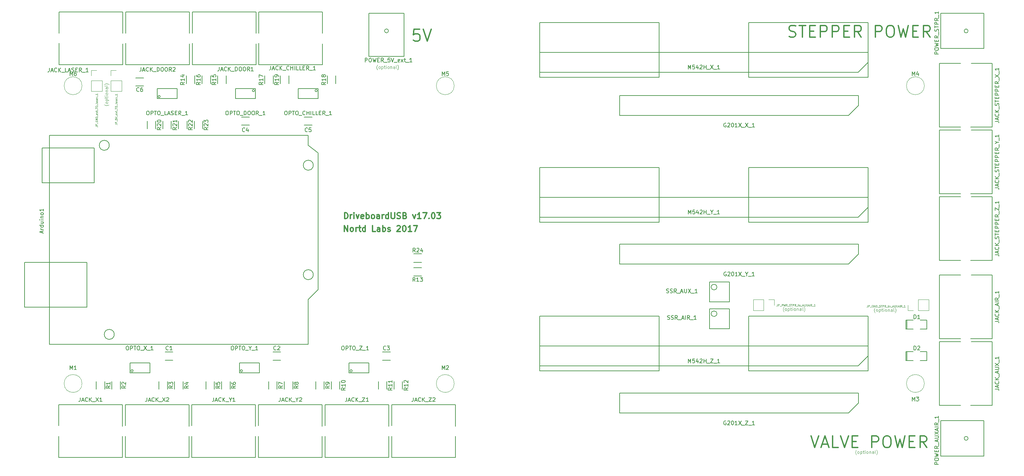
<source format=gbr>
G04 #@! TF.FileFunction,Legend,Top*
%FSLAX46Y46*%
G04 Gerber Fmt 4.6, Leading zero omitted, Abs format (unit mm)*
G04 Created by KiCad (PCBNEW 4.0.5-e0-6337~49~ubuntu16.04.1) date Mon Feb 20 15:27:01 2017*
%MOMM*%
%LPD*%
G01*
G04 APERTURE LIST*
%ADD10C,0.100000*%
%ADD11C,0.300000*%
%ADD12C,0.125000*%
%ADD13C,0.150000*%
%ADD14C,0.120000*%
G04 APERTURE END LIST*
D10*
D11*
X217321428Y-138357143D02*
X218321428Y-141357143D01*
X219321428Y-138357143D01*
X220178572Y-140500000D02*
X221607143Y-140500000D01*
X219892857Y-141357143D02*
X220892857Y-138357143D01*
X221892857Y-141357143D01*
X224321429Y-141357143D02*
X222892858Y-141357143D01*
X222892858Y-138357143D01*
X224892857Y-138357143D02*
X225892857Y-141357143D01*
X226892857Y-138357143D01*
X227892858Y-139785714D02*
X228892858Y-139785714D01*
X229321429Y-141357143D02*
X227892858Y-141357143D01*
X227892858Y-138357143D01*
X229321429Y-138357143D01*
X232892858Y-141357143D02*
X232892858Y-138357143D01*
X234035715Y-138357143D01*
X234321429Y-138500000D01*
X234464286Y-138642857D01*
X234607143Y-138928571D01*
X234607143Y-139357143D01*
X234464286Y-139642857D01*
X234321429Y-139785714D01*
X234035715Y-139928571D01*
X232892858Y-139928571D01*
X236464286Y-138357143D02*
X237035715Y-138357143D01*
X237321429Y-138500000D01*
X237607143Y-138785714D01*
X237750001Y-139357143D01*
X237750001Y-140357143D01*
X237607143Y-140928571D01*
X237321429Y-141214286D01*
X237035715Y-141357143D01*
X236464286Y-141357143D01*
X236178572Y-141214286D01*
X235892858Y-140928571D01*
X235750001Y-140357143D01*
X235750001Y-139357143D01*
X235892858Y-138785714D01*
X236178572Y-138500000D01*
X236464286Y-138357143D01*
X238750000Y-138357143D02*
X239464286Y-141357143D01*
X240035715Y-139214286D01*
X240607143Y-141357143D01*
X241321429Y-138357143D01*
X242464286Y-139785714D02*
X243464286Y-139785714D01*
X243892857Y-141357143D02*
X242464286Y-141357143D01*
X242464286Y-138357143D01*
X243892857Y-138357143D01*
X246892857Y-141357143D02*
X245892857Y-139928571D01*
X245178572Y-141357143D02*
X245178572Y-138357143D01*
X246321429Y-138357143D01*
X246607143Y-138500000D01*
X246750000Y-138642857D01*
X246892857Y-138928571D01*
X246892857Y-139357143D01*
X246750000Y-139642857D01*
X246607143Y-139785714D01*
X246321429Y-139928571D01*
X245178572Y-139928571D01*
X211750001Y-36464286D02*
X212178572Y-36607143D01*
X212892858Y-36607143D01*
X213178572Y-36464286D01*
X213321429Y-36321429D01*
X213464286Y-36035714D01*
X213464286Y-35750000D01*
X213321429Y-35464286D01*
X213178572Y-35321429D01*
X212892858Y-35178571D01*
X212321429Y-35035714D01*
X212035715Y-34892857D01*
X211892858Y-34750000D01*
X211750001Y-34464286D01*
X211750001Y-34178571D01*
X211892858Y-33892857D01*
X212035715Y-33750000D01*
X212321429Y-33607143D01*
X213035715Y-33607143D01*
X213464286Y-33750000D01*
X214321429Y-33607143D02*
X216035715Y-33607143D01*
X215178572Y-36607143D02*
X215178572Y-33607143D01*
X217035715Y-35035714D02*
X218035715Y-35035714D01*
X218464286Y-36607143D02*
X217035715Y-36607143D01*
X217035715Y-33607143D01*
X218464286Y-33607143D01*
X219750001Y-36607143D02*
X219750001Y-33607143D01*
X220892858Y-33607143D01*
X221178572Y-33750000D01*
X221321429Y-33892857D01*
X221464286Y-34178571D01*
X221464286Y-34607143D01*
X221321429Y-34892857D01*
X221178572Y-35035714D01*
X220892858Y-35178571D01*
X219750001Y-35178571D01*
X222750001Y-36607143D02*
X222750001Y-33607143D01*
X223892858Y-33607143D01*
X224178572Y-33750000D01*
X224321429Y-33892857D01*
X224464286Y-34178571D01*
X224464286Y-34607143D01*
X224321429Y-34892857D01*
X224178572Y-35035714D01*
X223892858Y-35178571D01*
X222750001Y-35178571D01*
X225750001Y-35035714D02*
X226750001Y-35035714D01*
X227178572Y-36607143D02*
X225750001Y-36607143D01*
X225750001Y-33607143D01*
X227178572Y-33607143D01*
X230178572Y-36607143D02*
X229178572Y-35178571D01*
X228464287Y-36607143D02*
X228464287Y-33607143D01*
X229607144Y-33607143D01*
X229892858Y-33750000D01*
X230035715Y-33892857D01*
X230178572Y-34178571D01*
X230178572Y-34607143D01*
X230035715Y-34892857D01*
X229892858Y-35035714D01*
X229607144Y-35178571D01*
X228464287Y-35178571D01*
X233750001Y-36607143D02*
X233750001Y-33607143D01*
X234892858Y-33607143D01*
X235178572Y-33750000D01*
X235321429Y-33892857D01*
X235464286Y-34178571D01*
X235464286Y-34607143D01*
X235321429Y-34892857D01*
X235178572Y-35035714D01*
X234892858Y-35178571D01*
X233750001Y-35178571D01*
X237321429Y-33607143D02*
X237892858Y-33607143D01*
X238178572Y-33750000D01*
X238464286Y-34035714D01*
X238607144Y-34607143D01*
X238607144Y-35607143D01*
X238464286Y-36178571D01*
X238178572Y-36464286D01*
X237892858Y-36607143D01*
X237321429Y-36607143D01*
X237035715Y-36464286D01*
X236750001Y-36178571D01*
X236607144Y-35607143D01*
X236607144Y-34607143D01*
X236750001Y-34035714D01*
X237035715Y-33750000D01*
X237321429Y-33607143D01*
X239607143Y-33607143D02*
X240321429Y-36607143D01*
X240892858Y-34464286D01*
X241464286Y-36607143D01*
X242178572Y-33607143D01*
X243321429Y-35035714D02*
X244321429Y-35035714D01*
X244750000Y-36607143D02*
X243321429Y-36607143D01*
X243321429Y-33607143D01*
X244750000Y-33607143D01*
X247750000Y-36607143D02*
X246750000Y-35178571D01*
X246035715Y-36607143D02*
X246035715Y-33607143D01*
X247178572Y-33607143D01*
X247464286Y-33750000D01*
X247607143Y-33892857D01*
X247750000Y-34178571D01*
X247750000Y-34607143D01*
X247607143Y-34892857D01*
X247464286Y-35035714D01*
X247178572Y-35178571D01*
X246035715Y-35178571D01*
D12*
X233697619Y-106916667D02*
X233659523Y-106878571D01*
X233583333Y-106764286D01*
X233545238Y-106688095D01*
X233507142Y-106573810D01*
X233469047Y-106383333D01*
X233469047Y-106230952D01*
X233507142Y-106040476D01*
X233545238Y-105926190D01*
X233583333Y-105850000D01*
X233659523Y-105735714D01*
X233697619Y-105697619D01*
X234116666Y-106611905D02*
X234040475Y-106573810D01*
X234002380Y-106535714D01*
X233964285Y-106459524D01*
X233964285Y-106230952D01*
X234002380Y-106154762D01*
X234040475Y-106116667D01*
X234116666Y-106078571D01*
X234230952Y-106078571D01*
X234307142Y-106116667D01*
X234345237Y-106154762D01*
X234383333Y-106230952D01*
X234383333Y-106459524D01*
X234345237Y-106535714D01*
X234307142Y-106573810D01*
X234230952Y-106611905D01*
X234116666Y-106611905D01*
X234726190Y-106078571D02*
X234726190Y-106878571D01*
X234726190Y-106116667D02*
X234802381Y-106078571D01*
X234954762Y-106078571D01*
X235030952Y-106116667D01*
X235069047Y-106154762D01*
X235107143Y-106230952D01*
X235107143Y-106459524D01*
X235069047Y-106535714D01*
X235030952Y-106573810D01*
X234954762Y-106611905D01*
X234802381Y-106611905D01*
X234726190Y-106573810D01*
X235335714Y-106078571D02*
X235640476Y-106078571D01*
X235450000Y-105811905D02*
X235450000Y-106497619D01*
X235488095Y-106573810D01*
X235564286Y-106611905D01*
X235640476Y-106611905D01*
X235907143Y-106611905D02*
X235907143Y-106078571D01*
X235907143Y-105811905D02*
X235869048Y-105850000D01*
X235907143Y-105888095D01*
X235945238Y-105850000D01*
X235907143Y-105811905D01*
X235907143Y-105888095D01*
X236402381Y-106611905D02*
X236326190Y-106573810D01*
X236288095Y-106535714D01*
X236250000Y-106459524D01*
X236250000Y-106230952D01*
X236288095Y-106154762D01*
X236326190Y-106116667D01*
X236402381Y-106078571D01*
X236516667Y-106078571D01*
X236592857Y-106116667D01*
X236630952Y-106154762D01*
X236669048Y-106230952D01*
X236669048Y-106459524D01*
X236630952Y-106535714D01*
X236592857Y-106573810D01*
X236516667Y-106611905D01*
X236402381Y-106611905D01*
X237011905Y-106078571D02*
X237011905Y-106611905D01*
X237011905Y-106154762D02*
X237050000Y-106116667D01*
X237126191Y-106078571D01*
X237240477Y-106078571D01*
X237316667Y-106116667D01*
X237354762Y-106192857D01*
X237354762Y-106611905D01*
X238078572Y-106611905D02*
X238078572Y-106192857D01*
X238040477Y-106116667D01*
X237964287Y-106078571D01*
X237811906Y-106078571D01*
X237735715Y-106116667D01*
X238078572Y-106573810D02*
X238002382Y-106611905D01*
X237811906Y-106611905D01*
X237735715Y-106573810D01*
X237697620Y-106497619D01*
X237697620Y-106421429D01*
X237735715Y-106345238D01*
X237811906Y-106307143D01*
X238002382Y-106307143D01*
X238078572Y-106269048D01*
X238573811Y-106611905D02*
X238497620Y-106573810D01*
X238459525Y-106497619D01*
X238459525Y-105811905D01*
X238802383Y-106916667D02*
X238840478Y-106878571D01*
X238916668Y-106764286D01*
X238954764Y-106688095D01*
X238992859Y-106573810D01*
X239030954Y-106383333D01*
X239030954Y-106230952D01*
X238992859Y-106040476D01*
X238954764Y-105926190D01*
X238916668Y-105850000D01*
X238840478Y-105735714D01*
X238802383Y-105697619D01*
X210447619Y-106666667D02*
X210409523Y-106628571D01*
X210333333Y-106514286D01*
X210295238Y-106438095D01*
X210257142Y-106323810D01*
X210219047Y-106133333D01*
X210219047Y-105980952D01*
X210257142Y-105790476D01*
X210295238Y-105676190D01*
X210333333Y-105600000D01*
X210409523Y-105485714D01*
X210447619Y-105447619D01*
X210866666Y-106361905D02*
X210790475Y-106323810D01*
X210752380Y-106285714D01*
X210714285Y-106209524D01*
X210714285Y-105980952D01*
X210752380Y-105904762D01*
X210790475Y-105866667D01*
X210866666Y-105828571D01*
X210980952Y-105828571D01*
X211057142Y-105866667D01*
X211095237Y-105904762D01*
X211133333Y-105980952D01*
X211133333Y-106209524D01*
X211095237Y-106285714D01*
X211057142Y-106323810D01*
X210980952Y-106361905D01*
X210866666Y-106361905D01*
X211476190Y-105828571D02*
X211476190Y-106628571D01*
X211476190Y-105866667D02*
X211552381Y-105828571D01*
X211704762Y-105828571D01*
X211780952Y-105866667D01*
X211819047Y-105904762D01*
X211857143Y-105980952D01*
X211857143Y-106209524D01*
X211819047Y-106285714D01*
X211780952Y-106323810D01*
X211704762Y-106361905D01*
X211552381Y-106361905D01*
X211476190Y-106323810D01*
X212085714Y-105828571D02*
X212390476Y-105828571D01*
X212200000Y-105561905D02*
X212200000Y-106247619D01*
X212238095Y-106323810D01*
X212314286Y-106361905D01*
X212390476Y-106361905D01*
X212657143Y-106361905D02*
X212657143Y-105828571D01*
X212657143Y-105561905D02*
X212619048Y-105600000D01*
X212657143Y-105638095D01*
X212695238Y-105600000D01*
X212657143Y-105561905D01*
X212657143Y-105638095D01*
X213152381Y-106361905D02*
X213076190Y-106323810D01*
X213038095Y-106285714D01*
X213000000Y-106209524D01*
X213000000Y-105980952D01*
X213038095Y-105904762D01*
X213076190Y-105866667D01*
X213152381Y-105828571D01*
X213266667Y-105828571D01*
X213342857Y-105866667D01*
X213380952Y-105904762D01*
X213419048Y-105980952D01*
X213419048Y-106209524D01*
X213380952Y-106285714D01*
X213342857Y-106323810D01*
X213266667Y-106361905D01*
X213152381Y-106361905D01*
X213761905Y-105828571D02*
X213761905Y-106361905D01*
X213761905Y-105904762D02*
X213800000Y-105866667D01*
X213876191Y-105828571D01*
X213990477Y-105828571D01*
X214066667Y-105866667D01*
X214104762Y-105942857D01*
X214104762Y-106361905D01*
X214828572Y-106361905D02*
X214828572Y-105942857D01*
X214790477Y-105866667D01*
X214714287Y-105828571D01*
X214561906Y-105828571D01*
X214485715Y-105866667D01*
X214828572Y-106323810D02*
X214752382Y-106361905D01*
X214561906Y-106361905D01*
X214485715Y-106323810D01*
X214447620Y-106247619D01*
X214447620Y-106171429D01*
X214485715Y-106095238D01*
X214561906Y-106057143D01*
X214752382Y-106057143D01*
X214828572Y-106019048D01*
X215323811Y-106361905D02*
X215247620Y-106323810D01*
X215209525Y-106247619D01*
X215209525Y-105561905D01*
X215552383Y-106666667D02*
X215590478Y-106628571D01*
X215666668Y-106514286D01*
X215704764Y-106438095D01*
X215742859Y-106323810D01*
X215780954Y-106133333D01*
X215780954Y-105980952D01*
X215742859Y-105790476D01*
X215704764Y-105676190D01*
X215666668Y-105600000D01*
X215590478Y-105485714D01*
X215552383Y-105447619D01*
X38166667Y-53802381D02*
X38128571Y-53840477D01*
X38014286Y-53916667D01*
X37938095Y-53954762D01*
X37823810Y-53992858D01*
X37633333Y-54030953D01*
X37480952Y-54030953D01*
X37290476Y-53992858D01*
X37176190Y-53954762D01*
X37100000Y-53916667D01*
X36985714Y-53840477D01*
X36947619Y-53802381D01*
X37861905Y-53383334D02*
X37823810Y-53459525D01*
X37785714Y-53497620D01*
X37709524Y-53535715D01*
X37480952Y-53535715D01*
X37404762Y-53497620D01*
X37366667Y-53459525D01*
X37328571Y-53383334D01*
X37328571Y-53269048D01*
X37366667Y-53192858D01*
X37404762Y-53154763D01*
X37480952Y-53116667D01*
X37709524Y-53116667D01*
X37785714Y-53154763D01*
X37823810Y-53192858D01*
X37861905Y-53269048D01*
X37861905Y-53383334D01*
X37328571Y-52773810D02*
X38128571Y-52773810D01*
X37366667Y-52773810D02*
X37328571Y-52697619D01*
X37328571Y-52545238D01*
X37366667Y-52469048D01*
X37404762Y-52430953D01*
X37480952Y-52392857D01*
X37709524Y-52392857D01*
X37785714Y-52430953D01*
X37823810Y-52469048D01*
X37861905Y-52545238D01*
X37861905Y-52697619D01*
X37823810Y-52773810D01*
X37328571Y-52164286D02*
X37328571Y-51859524D01*
X37061905Y-52050000D02*
X37747619Y-52050000D01*
X37823810Y-52011905D01*
X37861905Y-51935714D01*
X37861905Y-51859524D01*
X37861905Y-51592857D02*
X37328571Y-51592857D01*
X37061905Y-51592857D02*
X37100000Y-51630952D01*
X37138095Y-51592857D01*
X37100000Y-51554762D01*
X37061905Y-51592857D01*
X37138095Y-51592857D01*
X37861905Y-51097619D02*
X37823810Y-51173810D01*
X37785714Y-51211905D01*
X37709524Y-51250000D01*
X37480952Y-51250000D01*
X37404762Y-51211905D01*
X37366667Y-51173810D01*
X37328571Y-51097619D01*
X37328571Y-50983333D01*
X37366667Y-50907143D01*
X37404762Y-50869048D01*
X37480952Y-50830952D01*
X37709524Y-50830952D01*
X37785714Y-50869048D01*
X37823810Y-50907143D01*
X37861905Y-50983333D01*
X37861905Y-51097619D01*
X37328571Y-50488095D02*
X37861905Y-50488095D01*
X37404762Y-50488095D02*
X37366667Y-50450000D01*
X37328571Y-50373809D01*
X37328571Y-50259523D01*
X37366667Y-50183333D01*
X37442857Y-50145238D01*
X37861905Y-50145238D01*
X37861905Y-49421428D02*
X37442857Y-49421428D01*
X37366667Y-49459523D01*
X37328571Y-49535713D01*
X37328571Y-49688094D01*
X37366667Y-49764285D01*
X37823810Y-49421428D02*
X37861905Y-49497618D01*
X37861905Y-49688094D01*
X37823810Y-49764285D01*
X37747619Y-49802380D01*
X37671429Y-49802380D01*
X37595238Y-49764285D01*
X37557143Y-49688094D01*
X37557143Y-49497618D01*
X37519048Y-49421428D01*
X37861905Y-48926189D02*
X37823810Y-49002380D01*
X37747619Y-49040475D01*
X37061905Y-49040475D01*
X38166667Y-48697617D02*
X38128571Y-48659522D01*
X38014286Y-48583332D01*
X37938095Y-48545236D01*
X37823810Y-48507141D01*
X37633333Y-48469046D01*
X37480952Y-48469046D01*
X37290476Y-48507141D01*
X37176190Y-48545236D01*
X37100000Y-48583332D01*
X36985714Y-48659522D01*
X36947619Y-48697617D01*
X228947619Y-143166667D02*
X228909523Y-143128571D01*
X228833333Y-143014286D01*
X228795238Y-142938095D01*
X228757142Y-142823810D01*
X228719047Y-142633333D01*
X228719047Y-142480952D01*
X228757142Y-142290476D01*
X228795238Y-142176190D01*
X228833333Y-142100000D01*
X228909523Y-141985714D01*
X228947619Y-141947619D01*
X229366666Y-142861905D02*
X229290475Y-142823810D01*
X229252380Y-142785714D01*
X229214285Y-142709524D01*
X229214285Y-142480952D01*
X229252380Y-142404762D01*
X229290475Y-142366667D01*
X229366666Y-142328571D01*
X229480952Y-142328571D01*
X229557142Y-142366667D01*
X229595237Y-142404762D01*
X229633333Y-142480952D01*
X229633333Y-142709524D01*
X229595237Y-142785714D01*
X229557142Y-142823810D01*
X229480952Y-142861905D01*
X229366666Y-142861905D01*
X229976190Y-142328571D02*
X229976190Y-143128571D01*
X229976190Y-142366667D02*
X230052381Y-142328571D01*
X230204762Y-142328571D01*
X230280952Y-142366667D01*
X230319047Y-142404762D01*
X230357143Y-142480952D01*
X230357143Y-142709524D01*
X230319047Y-142785714D01*
X230280952Y-142823810D01*
X230204762Y-142861905D01*
X230052381Y-142861905D01*
X229976190Y-142823810D01*
X230585714Y-142328571D02*
X230890476Y-142328571D01*
X230700000Y-142061905D02*
X230700000Y-142747619D01*
X230738095Y-142823810D01*
X230814286Y-142861905D01*
X230890476Y-142861905D01*
X231157143Y-142861905D02*
X231157143Y-142328571D01*
X231157143Y-142061905D02*
X231119048Y-142100000D01*
X231157143Y-142138095D01*
X231195238Y-142100000D01*
X231157143Y-142061905D01*
X231157143Y-142138095D01*
X231652381Y-142861905D02*
X231576190Y-142823810D01*
X231538095Y-142785714D01*
X231500000Y-142709524D01*
X231500000Y-142480952D01*
X231538095Y-142404762D01*
X231576190Y-142366667D01*
X231652381Y-142328571D01*
X231766667Y-142328571D01*
X231842857Y-142366667D01*
X231880952Y-142404762D01*
X231919048Y-142480952D01*
X231919048Y-142709524D01*
X231880952Y-142785714D01*
X231842857Y-142823810D01*
X231766667Y-142861905D01*
X231652381Y-142861905D01*
X232261905Y-142328571D02*
X232261905Y-142861905D01*
X232261905Y-142404762D02*
X232300000Y-142366667D01*
X232376191Y-142328571D01*
X232490477Y-142328571D01*
X232566667Y-142366667D01*
X232604762Y-142442857D01*
X232604762Y-142861905D01*
X233328572Y-142861905D02*
X233328572Y-142442857D01*
X233290477Y-142366667D01*
X233214287Y-142328571D01*
X233061906Y-142328571D01*
X232985715Y-142366667D01*
X233328572Y-142823810D02*
X233252382Y-142861905D01*
X233061906Y-142861905D01*
X232985715Y-142823810D01*
X232947620Y-142747619D01*
X232947620Y-142671429D01*
X232985715Y-142595238D01*
X233061906Y-142557143D01*
X233252382Y-142557143D01*
X233328572Y-142519048D01*
X233823811Y-142861905D02*
X233747620Y-142823810D01*
X233709525Y-142747619D01*
X233709525Y-142061905D01*
X234052383Y-143166667D02*
X234090478Y-143128571D01*
X234166668Y-143014286D01*
X234204764Y-142938095D01*
X234242859Y-142823810D01*
X234280954Y-142633333D01*
X234280954Y-142480952D01*
X234242859Y-142290476D01*
X234204764Y-142176190D01*
X234166668Y-142100000D01*
X234090478Y-141985714D01*
X234052383Y-141947619D01*
X106697619Y-44916667D02*
X106659523Y-44878571D01*
X106583333Y-44764286D01*
X106545238Y-44688095D01*
X106507142Y-44573810D01*
X106469047Y-44383333D01*
X106469047Y-44230952D01*
X106507142Y-44040476D01*
X106545238Y-43926190D01*
X106583333Y-43850000D01*
X106659523Y-43735714D01*
X106697619Y-43697619D01*
X107116666Y-44611905D02*
X107040475Y-44573810D01*
X107002380Y-44535714D01*
X106964285Y-44459524D01*
X106964285Y-44230952D01*
X107002380Y-44154762D01*
X107040475Y-44116667D01*
X107116666Y-44078571D01*
X107230952Y-44078571D01*
X107307142Y-44116667D01*
X107345237Y-44154762D01*
X107383333Y-44230952D01*
X107383333Y-44459524D01*
X107345237Y-44535714D01*
X107307142Y-44573810D01*
X107230952Y-44611905D01*
X107116666Y-44611905D01*
X107726190Y-44078571D02*
X107726190Y-44878571D01*
X107726190Y-44116667D02*
X107802381Y-44078571D01*
X107954762Y-44078571D01*
X108030952Y-44116667D01*
X108069047Y-44154762D01*
X108107143Y-44230952D01*
X108107143Y-44459524D01*
X108069047Y-44535714D01*
X108030952Y-44573810D01*
X107954762Y-44611905D01*
X107802381Y-44611905D01*
X107726190Y-44573810D01*
X108335714Y-44078571D02*
X108640476Y-44078571D01*
X108450000Y-43811905D02*
X108450000Y-44497619D01*
X108488095Y-44573810D01*
X108564286Y-44611905D01*
X108640476Y-44611905D01*
X108907143Y-44611905D02*
X108907143Y-44078571D01*
X108907143Y-43811905D02*
X108869048Y-43850000D01*
X108907143Y-43888095D01*
X108945238Y-43850000D01*
X108907143Y-43811905D01*
X108907143Y-43888095D01*
X109402381Y-44611905D02*
X109326190Y-44573810D01*
X109288095Y-44535714D01*
X109250000Y-44459524D01*
X109250000Y-44230952D01*
X109288095Y-44154762D01*
X109326190Y-44116667D01*
X109402381Y-44078571D01*
X109516667Y-44078571D01*
X109592857Y-44116667D01*
X109630952Y-44154762D01*
X109669048Y-44230952D01*
X109669048Y-44459524D01*
X109630952Y-44535714D01*
X109592857Y-44573810D01*
X109516667Y-44611905D01*
X109402381Y-44611905D01*
X110011905Y-44078571D02*
X110011905Y-44611905D01*
X110011905Y-44154762D02*
X110050000Y-44116667D01*
X110126191Y-44078571D01*
X110240477Y-44078571D01*
X110316667Y-44116667D01*
X110354762Y-44192857D01*
X110354762Y-44611905D01*
X111078572Y-44611905D02*
X111078572Y-44192857D01*
X111040477Y-44116667D01*
X110964287Y-44078571D01*
X110811906Y-44078571D01*
X110735715Y-44116667D01*
X111078572Y-44573810D02*
X111002382Y-44611905D01*
X110811906Y-44611905D01*
X110735715Y-44573810D01*
X110697620Y-44497619D01*
X110697620Y-44421429D01*
X110735715Y-44345238D01*
X110811906Y-44307143D01*
X111002382Y-44307143D01*
X111078572Y-44269048D01*
X111573811Y-44611905D02*
X111497620Y-44573810D01*
X111459525Y-44497619D01*
X111459525Y-43811905D01*
X111802383Y-44916667D02*
X111840478Y-44878571D01*
X111916668Y-44764286D01*
X111954764Y-44688095D01*
X111992859Y-44573810D01*
X112030954Y-44383333D01*
X112030954Y-44230952D01*
X111992859Y-44040476D01*
X111954764Y-43926190D01*
X111916668Y-43850000D01*
X111840478Y-43735714D01*
X111802383Y-43697619D01*
D11*
X98250001Y-86178571D02*
X98250001Y-84678571D01*
X99107144Y-86178571D01*
X99107144Y-84678571D01*
X100035716Y-86178571D02*
X99892858Y-86107143D01*
X99821430Y-86035714D01*
X99750001Y-85892857D01*
X99750001Y-85464286D01*
X99821430Y-85321429D01*
X99892858Y-85250000D01*
X100035716Y-85178571D01*
X100250001Y-85178571D01*
X100392858Y-85250000D01*
X100464287Y-85321429D01*
X100535716Y-85464286D01*
X100535716Y-85892857D01*
X100464287Y-86035714D01*
X100392858Y-86107143D01*
X100250001Y-86178571D01*
X100035716Y-86178571D01*
X101178573Y-86178571D02*
X101178573Y-85178571D01*
X101178573Y-85464286D02*
X101250001Y-85321429D01*
X101321430Y-85250000D01*
X101464287Y-85178571D01*
X101607144Y-85178571D01*
X101892858Y-85178571D02*
X102464287Y-85178571D01*
X102107144Y-84678571D02*
X102107144Y-85964286D01*
X102178572Y-86107143D01*
X102321430Y-86178571D01*
X102464287Y-86178571D01*
X103607144Y-86178571D02*
X103607144Y-84678571D01*
X103607144Y-86107143D02*
X103464287Y-86178571D01*
X103178573Y-86178571D01*
X103035715Y-86107143D01*
X102964287Y-86035714D01*
X102892858Y-85892857D01*
X102892858Y-85464286D01*
X102964287Y-85321429D01*
X103035715Y-85250000D01*
X103178573Y-85178571D01*
X103464287Y-85178571D01*
X103607144Y-85250000D01*
X106178573Y-86178571D02*
X105464287Y-86178571D01*
X105464287Y-84678571D01*
X107321430Y-86178571D02*
X107321430Y-85392857D01*
X107250001Y-85250000D01*
X107107144Y-85178571D01*
X106821430Y-85178571D01*
X106678573Y-85250000D01*
X107321430Y-86107143D02*
X107178573Y-86178571D01*
X106821430Y-86178571D01*
X106678573Y-86107143D01*
X106607144Y-85964286D01*
X106607144Y-85821429D01*
X106678573Y-85678571D01*
X106821430Y-85607143D01*
X107178573Y-85607143D01*
X107321430Y-85535714D01*
X108035716Y-86178571D02*
X108035716Y-84678571D01*
X108035716Y-85250000D02*
X108178573Y-85178571D01*
X108464287Y-85178571D01*
X108607144Y-85250000D01*
X108678573Y-85321429D01*
X108750002Y-85464286D01*
X108750002Y-85892857D01*
X108678573Y-86035714D01*
X108607144Y-86107143D01*
X108464287Y-86178571D01*
X108178573Y-86178571D01*
X108035716Y-86107143D01*
X109321430Y-86107143D02*
X109464287Y-86178571D01*
X109750002Y-86178571D01*
X109892859Y-86107143D01*
X109964287Y-85964286D01*
X109964287Y-85892857D01*
X109892859Y-85750000D01*
X109750002Y-85678571D01*
X109535716Y-85678571D01*
X109392859Y-85607143D01*
X109321430Y-85464286D01*
X109321430Y-85392857D01*
X109392859Y-85250000D01*
X109535716Y-85178571D01*
X109750002Y-85178571D01*
X109892859Y-85250000D01*
X111678573Y-84821429D02*
X111750002Y-84750000D01*
X111892859Y-84678571D01*
X112250002Y-84678571D01*
X112392859Y-84750000D01*
X112464288Y-84821429D01*
X112535716Y-84964286D01*
X112535716Y-85107143D01*
X112464288Y-85321429D01*
X111607145Y-86178571D01*
X112535716Y-86178571D01*
X113464287Y-84678571D02*
X113607144Y-84678571D01*
X113750001Y-84750000D01*
X113821430Y-84821429D01*
X113892859Y-84964286D01*
X113964287Y-85250000D01*
X113964287Y-85607143D01*
X113892859Y-85892857D01*
X113821430Y-86035714D01*
X113750001Y-86107143D01*
X113607144Y-86178571D01*
X113464287Y-86178571D01*
X113321430Y-86107143D01*
X113250001Y-86035714D01*
X113178573Y-85892857D01*
X113107144Y-85607143D01*
X113107144Y-85250000D01*
X113178573Y-84964286D01*
X113250001Y-84821429D01*
X113321430Y-84750000D01*
X113464287Y-84678571D01*
X115392858Y-86178571D02*
X114535715Y-86178571D01*
X114964287Y-86178571D02*
X114964287Y-84678571D01*
X114821430Y-84892857D01*
X114678572Y-85035714D01*
X114535715Y-85107143D01*
X115892858Y-84678571D02*
X116892858Y-84678571D01*
X116250001Y-86178571D01*
X117428571Y-34607143D02*
X116000000Y-34607143D01*
X115857143Y-36035714D01*
X116000000Y-35892857D01*
X116285714Y-35750000D01*
X117000000Y-35750000D01*
X117285714Y-35892857D01*
X117428571Y-36035714D01*
X117571428Y-36321429D01*
X117571428Y-37035714D01*
X117428571Y-37321429D01*
X117285714Y-37464286D01*
X117000000Y-37607143D01*
X116285714Y-37607143D01*
X116000000Y-37464286D01*
X115857143Y-37321429D01*
X118428571Y-34607143D02*
X119428571Y-37607143D01*
X120428571Y-34607143D01*
X98285716Y-82928571D02*
X98285716Y-81428571D01*
X98642859Y-81428571D01*
X98857144Y-81500000D01*
X99000002Y-81642857D01*
X99071430Y-81785714D01*
X99142859Y-82071429D01*
X99142859Y-82285714D01*
X99071430Y-82571429D01*
X99000002Y-82714286D01*
X98857144Y-82857143D01*
X98642859Y-82928571D01*
X98285716Y-82928571D01*
X99785716Y-82928571D02*
X99785716Y-81928571D01*
X99785716Y-82214286D02*
X99857144Y-82071429D01*
X99928573Y-82000000D01*
X100071430Y-81928571D01*
X100214287Y-81928571D01*
X100714287Y-82928571D02*
X100714287Y-81928571D01*
X100714287Y-81428571D02*
X100642858Y-81500000D01*
X100714287Y-81571429D01*
X100785715Y-81500000D01*
X100714287Y-81428571D01*
X100714287Y-81571429D01*
X101285716Y-81928571D02*
X101642859Y-82928571D01*
X102000001Y-81928571D01*
X103142858Y-82857143D02*
X103000001Y-82928571D01*
X102714287Y-82928571D01*
X102571430Y-82857143D01*
X102500001Y-82714286D01*
X102500001Y-82142857D01*
X102571430Y-82000000D01*
X102714287Y-81928571D01*
X103000001Y-81928571D01*
X103142858Y-82000000D01*
X103214287Y-82142857D01*
X103214287Y-82285714D01*
X102500001Y-82428571D01*
X103857144Y-82928571D02*
X103857144Y-81428571D01*
X103857144Y-82000000D02*
X104000001Y-81928571D01*
X104285715Y-81928571D01*
X104428572Y-82000000D01*
X104500001Y-82071429D01*
X104571430Y-82214286D01*
X104571430Y-82642857D01*
X104500001Y-82785714D01*
X104428572Y-82857143D01*
X104285715Y-82928571D01*
X104000001Y-82928571D01*
X103857144Y-82857143D01*
X105428573Y-82928571D02*
X105285715Y-82857143D01*
X105214287Y-82785714D01*
X105142858Y-82642857D01*
X105142858Y-82214286D01*
X105214287Y-82071429D01*
X105285715Y-82000000D01*
X105428573Y-81928571D01*
X105642858Y-81928571D01*
X105785715Y-82000000D01*
X105857144Y-82071429D01*
X105928573Y-82214286D01*
X105928573Y-82642857D01*
X105857144Y-82785714D01*
X105785715Y-82857143D01*
X105642858Y-82928571D01*
X105428573Y-82928571D01*
X107214287Y-82928571D02*
X107214287Y-82142857D01*
X107142858Y-82000000D01*
X107000001Y-81928571D01*
X106714287Y-81928571D01*
X106571430Y-82000000D01*
X107214287Y-82857143D02*
X107071430Y-82928571D01*
X106714287Y-82928571D01*
X106571430Y-82857143D01*
X106500001Y-82714286D01*
X106500001Y-82571429D01*
X106571430Y-82428571D01*
X106714287Y-82357143D01*
X107071430Y-82357143D01*
X107214287Y-82285714D01*
X107928573Y-82928571D02*
X107928573Y-81928571D01*
X107928573Y-82214286D02*
X108000001Y-82071429D01*
X108071430Y-82000000D01*
X108214287Y-81928571D01*
X108357144Y-81928571D01*
X109500001Y-82928571D02*
X109500001Y-81428571D01*
X109500001Y-82857143D02*
X109357144Y-82928571D01*
X109071430Y-82928571D01*
X108928572Y-82857143D01*
X108857144Y-82785714D01*
X108785715Y-82642857D01*
X108785715Y-82214286D01*
X108857144Y-82071429D01*
X108928572Y-82000000D01*
X109071430Y-81928571D01*
X109357144Y-81928571D01*
X109500001Y-82000000D01*
X110214287Y-81428571D02*
X110214287Y-82642857D01*
X110285715Y-82785714D01*
X110357144Y-82857143D01*
X110500001Y-82928571D01*
X110785715Y-82928571D01*
X110928573Y-82857143D01*
X111000001Y-82785714D01*
X111071430Y-82642857D01*
X111071430Y-81428571D01*
X111714287Y-82857143D02*
X111928573Y-82928571D01*
X112285716Y-82928571D01*
X112428573Y-82857143D01*
X112500002Y-82785714D01*
X112571430Y-82642857D01*
X112571430Y-82500000D01*
X112500002Y-82357143D01*
X112428573Y-82285714D01*
X112285716Y-82214286D01*
X112000002Y-82142857D01*
X111857144Y-82071429D01*
X111785716Y-82000000D01*
X111714287Y-81857143D01*
X111714287Y-81714286D01*
X111785716Y-81571429D01*
X111857144Y-81500000D01*
X112000002Y-81428571D01*
X112357144Y-81428571D01*
X112571430Y-81500000D01*
X113714287Y-82142857D02*
X113928573Y-82214286D01*
X114000001Y-82285714D01*
X114071430Y-82428571D01*
X114071430Y-82642857D01*
X114000001Y-82785714D01*
X113928573Y-82857143D01*
X113785715Y-82928571D01*
X113214287Y-82928571D01*
X113214287Y-81428571D01*
X113714287Y-81428571D01*
X113857144Y-81500000D01*
X113928573Y-81571429D01*
X114000001Y-81714286D01*
X114000001Y-81857143D01*
X113928573Y-82000000D01*
X113857144Y-82071429D01*
X113714287Y-82142857D01*
X113214287Y-82142857D01*
X115714287Y-81928571D02*
X116071430Y-82928571D01*
X116428572Y-81928571D01*
X117785715Y-82928571D02*
X116928572Y-82928571D01*
X117357144Y-82928571D02*
X117357144Y-81428571D01*
X117214287Y-81642857D01*
X117071429Y-81785714D01*
X116928572Y-81857143D01*
X118285715Y-81428571D02*
X119285715Y-81428571D01*
X118642858Y-82928571D01*
X119857143Y-82785714D02*
X119928571Y-82857143D01*
X119857143Y-82928571D01*
X119785714Y-82857143D01*
X119857143Y-82785714D01*
X119857143Y-82928571D01*
X120857143Y-81428571D02*
X121000000Y-81428571D01*
X121142857Y-81500000D01*
X121214286Y-81571429D01*
X121285715Y-81714286D01*
X121357143Y-82000000D01*
X121357143Y-82357143D01*
X121285715Y-82642857D01*
X121214286Y-82785714D01*
X121142857Y-82857143D01*
X121000000Y-82928571D01*
X120857143Y-82928571D01*
X120714286Y-82857143D01*
X120642857Y-82785714D01*
X120571429Y-82642857D01*
X120500000Y-82357143D01*
X120500000Y-82000000D01*
X120571429Y-81714286D01*
X120642857Y-81571429D01*
X120714286Y-81500000D01*
X120857143Y-81428571D01*
X121857143Y-81428571D02*
X122785714Y-81428571D01*
X122285714Y-82000000D01*
X122500000Y-82000000D01*
X122642857Y-82071429D01*
X122714286Y-82142857D01*
X122785714Y-82285714D01*
X122785714Y-82642857D01*
X122714286Y-82785714D01*
X122642857Y-82857143D01*
X122500000Y-82928571D01*
X122071428Y-82928571D01*
X121928571Y-82857143D01*
X121857143Y-82785714D01*
D13*
X84075000Y-46450000D02*
X84075000Y-48450000D01*
X81925000Y-48450000D02*
X81925000Y-46450000D01*
X255588000Y-60327000D02*
X250127000Y-60327000D01*
X263589000Y-60327000D02*
X258255000Y-60327000D01*
X258128000Y-76583000D02*
X263589000Y-76583000D01*
X250127000Y-76583000D02*
X255588000Y-76583000D01*
X250127000Y-60327000D02*
X250127000Y-76583000D01*
X263589000Y-76583000D02*
X263589000Y-60327000D01*
X255588000Y-97327000D02*
X250127000Y-97327000D01*
X263589000Y-97327000D02*
X258255000Y-97327000D01*
X258128000Y-113583000D02*
X263589000Y-113583000D01*
X250127000Y-113583000D02*
X255588000Y-113583000D01*
X250127000Y-97327000D02*
X250127000Y-113583000D01*
X263589000Y-113583000D02*
X263589000Y-97327000D01*
X92673000Y-35588000D02*
X92673000Y-30127000D01*
X92673000Y-43589000D02*
X92673000Y-38255000D01*
X76417000Y-38128000D02*
X76417000Y-43589000D01*
X76417000Y-30127000D02*
X76417000Y-35588000D01*
X92673000Y-30127000D02*
X76417000Y-30127000D01*
X76417000Y-43589000D02*
X92673000Y-43589000D01*
X76327000Y-138412000D02*
X76327000Y-143873000D01*
X76327000Y-130411000D02*
X76327000Y-135745000D01*
X92583000Y-135872000D02*
X92583000Y-130411000D01*
X92583000Y-143873000D02*
X92583000Y-138412000D01*
X76327000Y-143873000D02*
X92583000Y-143873000D01*
X92583000Y-130411000D02*
X76327000Y-130411000D01*
X25327000Y-138412000D02*
X25327000Y-143873000D01*
X25327000Y-130411000D02*
X25327000Y-135745000D01*
X41583000Y-135872000D02*
X41583000Y-130411000D01*
X41583000Y-143873000D02*
X41583000Y-138412000D01*
X25327000Y-143873000D02*
X41583000Y-143873000D01*
X41583000Y-130411000D02*
X25327000Y-130411000D01*
X42327000Y-138412000D02*
X42327000Y-143873000D01*
X42327000Y-130411000D02*
X42327000Y-135745000D01*
X58583000Y-135872000D02*
X58583000Y-130411000D01*
X58583000Y-143873000D02*
X58583000Y-138412000D01*
X42327000Y-143873000D02*
X58583000Y-143873000D01*
X58583000Y-130411000D02*
X42327000Y-130411000D01*
X16650000Y-94045000D02*
X32525000Y-94045000D01*
X32525000Y-94045000D02*
X32525000Y-105475000D01*
X32525000Y-105475000D02*
X16650000Y-105475000D01*
X16650000Y-105475000D02*
X16650000Y-94045000D01*
X21095000Y-64835000D02*
X34430000Y-64835000D01*
X34430000Y-64835000D02*
X34430000Y-73725000D01*
X34430000Y-73725000D02*
X21095000Y-73725000D01*
X21095000Y-73725000D02*
X21095000Y-64835000D01*
X90310000Y-69280000D02*
G75*
G03X90310000Y-69280000I-1270000J0D01*
G01*
X90310000Y-97220000D02*
G75*
G03X90310000Y-97220000I-1270000J0D01*
G01*
X89040000Y-61660000D02*
X89040000Y-64200000D01*
X89040000Y-115000000D02*
X89040000Y-103570000D01*
X89040000Y-64200000D02*
X91580000Y-66105000D01*
X91580000Y-66105000D02*
X91580000Y-101030000D01*
X91580000Y-101030000D02*
X89040000Y-103570000D01*
X38240000Y-64200000D02*
G75*
G03X38240000Y-64200000I-1270000J0D01*
G01*
X39510000Y-112460000D02*
G75*
G03X39510000Y-112460000I-1270000J0D01*
G01*
X89040000Y-115000000D02*
X23000000Y-115000000D01*
X23000000Y-61660000D02*
X89040000Y-61660000D01*
X23000000Y-61660000D02*
X23000000Y-115000000D01*
X178570000Y-121810000D02*
X148090000Y-121810000D01*
X148090000Y-121810000D02*
X148090000Y-107840000D01*
X148090000Y-107840000D02*
X178570000Y-107840000D01*
X178570000Y-107840000D02*
X178570000Y-121810000D01*
X231910000Y-121810000D02*
X201430000Y-121810000D01*
X201430000Y-121810000D02*
X201430000Y-107840000D01*
X201430000Y-107840000D02*
X231910000Y-107840000D01*
X231910000Y-107840000D02*
X231910000Y-121810000D01*
X231910000Y-115460000D02*
X148090000Y-115460000D01*
X148090000Y-115460000D02*
X148090000Y-120540000D01*
X148090000Y-120540000D02*
X229370000Y-120540000D01*
X229370000Y-120540000D02*
X231910000Y-118000000D01*
X231910000Y-118000000D02*
X231910000Y-115460000D01*
X54500000Y-116975000D02*
X52500000Y-116975000D01*
X52500000Y-119025000D02*
X54500000Y-119025000D01*
X82000000Y-116975000D02*
X80000000Y-116975000D01*
X80000000Y-119025000D02*
X82000000Y-119025000D01*
X110000000Y-116975000D02*
X108000000Y-116975000D01*
X108000000Y-119025000D02*
X110000000Y-119025000D01*
X72000000Y-59025000D02*
X74000000Y-59025000D01*
X74000000Y-56975000D02*
X72000000Y-56975000D01*
X88000000Y-59025000D02*
X90000000Y-59025000D01*
X90000000Y-56975000D02*
X88000000Y-56975000D01*
X47000000Y-46975000D02*
X45000000Y-46975000D01*
X45000000Y-49025000D02*
X47000000Y-49025000D01*
X241809000Y-108857000D02*
X241555000Y-108857000D01*
X241555000Y-108857000D02*
X241555000Y-111143000D01*
X241555000Y-111143000D02*
X241809000Y-111143000D01*
X241809000Y-108857000D02*
X241809000Y-111143000D01*
X241809000Y-111143000D02*
X243460000Y-111143000D01*
X245238000Y-108857000D02*
X246889000Y-108857000D01*
X246889000Y-108857000D02*
X246889000Y-111143000D01*
X246889000Y-111143000D02*
X245238000Y-111143000D01*
X243460000Y-108857000D02*
X241809000Y-108857000D01*
X229480000Y-51460000D02*
X229480000Y-54000000D01*
X229480000Y-54000000D02*
X226940000Y-56540000D01*
X226940000Y-56540000D02*
X168520000Y-56540000D01*
X168520000Y-56540000D02*
X168520000Y-51460000D01*
X168520000Y-51460000D02*
X229480000Y-51460000D01*
X229480000Y-89460000D02*
X229480000Y-92000000D01*
X229480000Y-92000000D02*
X226940000Y-94540000D01*
X226940000Y-94540000D02*
X168520000Y-94540000D01*
X168520000Y-94540000D02*
X168520000Y-89460000D01*
X168520000Y-89460000D02*
X229480000Y-89460000D01*
X229480000Y-127460000D02*
X229480000Y-130000000D01*
X229480000Y-130000000D02*
X226940000Y-132540000D01*
X226940000Y-132540000D02*
X168520000Y-132540000D01*
X168520000Y-132540000D02*
X168520000Y-127460000D01*
X168520000Y-127460000D02*
X229480000Y-127460000D01*
X91315981Y-50238000D02*
G75*
G03X91315981Y-50238000I-283981J0D01*
G01*
X91540000Y-49730000D02*
X86460000Y-49730000D01*
X86460000Y-49730000D02*
X86460000Y-52270000D01*
X86460000Y-52270000D02*
X91540000Y-52270000D01*
X91540000Y-52270000D02*
X91540000Y-49730000D01*
X75315981Y-50238000D02*
G75*
G03X75315981Y-50238000I-283981J0D01*
G01*
X75540000Y-49730000D02*
X70460000Y-49730000D01*
X70460000Y-49730000D02*
X70460000Y-52270000D01*
X70460000Y-52270000D02*
X75540000Y-52270000D01*
X75540000Y-52270000D02*
X75540000Y-49730000D01*
X51251981Y-51762000D02*
G75*
G03X51251981Y-51762000I-283981J0D01*
G01*
X50460000Y-52270000D02*
X55540000Y-52270000D01*
X55540000Y-52270000D02*
X55540000Y-49730000D01*
X55540000Y-49730000D02*
X50460000Y-49730000D01*
X50460000Y-49730000D02*
X50460000Y-52270000D01*
X44346981Y-121762000D02*
G75*
G03X44346981Y-121762000I-283981J0D01*
G01*
X43555000Y-122270000D02*
X48635000Y-122270000D01*
X48635000Y-122270000D02*
X48635000Y-119730000D01*
X48635000Y-119730000D02*
X43555000Y-119730000D01*
X43555000Y-119730000D02*
X43555000Y-122270000D01*
X72251981Y-121762000D02*
G75*
G03X72251981Y-121762000I-283981J0D01*
G01*
X71460000Y-122270000D02*
X76540000Y-122270000D01*
X76540000Y-122270000D02*
X76540000Y-119730000D01*
X76540000Y-119730000D02*
X71460000Y-119730000D01*
X71460000Y-119730000D02*
X71460000Y-122270000D01*
X100251981Y-121762000D02*
G75*
G03X100251981Y-121762000I-283981J0D01*
G01*
X99460000Y-122270000D02*
X104540000Y-122270000D01*
X104540000Y-122270000D02*
X104540000Y-119730000D01*
X104540000Y-119730000D02*
X99460000Y-119730000D01*
X99460000Y-119730000D02*
X99460000Y-122270000D01*
X34925000Y-126450000D02*
X34925000Y-124450000D01*
X37075000Y-124450000D02*
X37075000Y-126450000D01*
X38925000Y-126450000D02*
X38925000Y-124450000D01*
X41075000Y-124450000D02*
X41075000Y-126450000D01*
X50925000Y-126450000D02*
X50925000Y-124450000D01*
X53075000Y-124450000D02*
X53075000Y-126450000D01*
X54925000Y-126450000D02*
X54925000Y-124450000D01*
X57075000Y-124450000D02*
X57075000Y-126450000D01*
X62925000Y-126450000D02*
X62925000Y-124450000D01*
X65075000Y-124450000D02*
X65075000Y-126450000D01*
X66925000Y-126450000D02*
X66925000Y-124450000D01*
X69075000Y-124450000D02*
X69075000Y-126450000D01*
X78925000Y-126450000D02*
X78925000Y-124450000D01*
X81075000Y-124450000D02*
X81075000Y-126450000D01*
X82925000Y-126450000D02*
X82925000Y-124450000D01*
X85075000Y-124450000D02*
X85075000Y-126450000D01*
X90925000Y-126450000D02*
X90925000Y-124450000D01*
X93075000Y-124450000D02*
X93075000Y-126450000D01*
X94925000Y-126450000D02*
X94925000Y-124450000D01*
X97075000Y-124450000D02*
X97075000Y-126450000D01*
X106925000Y-126450000D02*
X106925000Y-124450000D01*
X109075000Y-124450000D02*
X109075000Y-126450000D01*
X110925000Y-126450000D02*
X110925000Y-124450000D01*
X113075000Y-124450000D02*
X113075000Y-126450000D01*
X115950000Y-95425000D02*
X117950000Y-95425000D01*
X117950000Y-97575000D02*
X115950000Y-97575000D01*
X60075000Y-46450000D02*
X60075000Y-48450000D01*
X57925000Y-48450000D02*
X57925000Y-46450000D01*
X68075000Y-46450000D02*
X68075000Y-48450000D01*
X65925000Y-48450000D02*
X65925000Y-46450000D01*
X64075000Y-46450000D02*
X64075000Y-48450000D01*
X61925000Y-48450000D02*
X61925000Y-46450000D01*
X80075000Y-46450000D02*
X80075000Y-48450000D01*
X77925000Y-48450000D02*
X77925000Y-46450000D01*
X96075000Y-46450000D02*
X96075000Y-48450000D01*
X93925000Y-48450000D02*
X93925000Y-46450000D01*
X47925000Y-60000000D02*
X47925000Y-58000000D01*
X50075000Y-58000000D02*
X50075000Y-60000000D01*
X51925000Y-60000000D02*
X51925000Y-58000000D01*
X54075000Y-58000000D02*
X54075000Y-60000000D01*
X55925000Y-60000000D02*
X55925000Y-58000000D01*
X58075000Y-58000000D02*
X58075000Y-60000000D01*
X59925000Y-60000000D02*
X59925000Y-58000000D01*
X62075000Y-58000000D02*
X62075000Y-60000000D01*
X115950000Y-91925000D02*
X117950000Y-91925000D01*
X117950000Y-94075000D02*
X115950000Y-94075000D01*
X193321420Y-107190000D02*
G75*
G03X193321420Y-107190000I-718420J0D01*
G01*
X196540000Y-105920000D02*
X196540000Y-111000000D01*
X196540000Y-111000000D02*
X191460000Y-111000000D01*
X191460000Y-111000000D02*
X191460000Y-105920000D01*
X196540000Y-105920000D02*
X191460000Y-105920000D01*
X178570000Y-46810000D02*
X148090000Y-46810000D01*
X148090000Y-46810000D02*
X148090000Y-32840000D01*
X148090000Y-32840000D02*
X178570000Y-32840000D01*
X178570000Y-32840000D02*
X178570000Y-46810000D01*
X231910000Y-46810000D02*
X201430000Y-46810000D01*
X201430000Y-46810000D02*
X201430000Y-32840000D01*
X201430000Y-32840000D02*
X231910000Y-32840000D01*
X231910000Y-32840000D02*
X231910000Y-46810000D01*
X231910000Y-40460000D02*
X148090000Y-40460000D01*
X148090000Y-40460000D02*
X148090000Y-45540000D01*
X148090000Y-45540000D02*
X229370000Y-45540000D01*
X229370000Y-45540000D02*
X231910000Y-43000000D01*
X231910000Y-43000000D02*
X231910000Y-40460000D01*
X178570000Y-83810000D02*
X148090000Y-83810000D01*
X148090000Y-83810000D02*
X148090000Y-69840000D01*
X148090000Y-69840000D02*
X178570000Y-69840000D01*
X178570000Y-69840000D02*
X178570000Y-83810000D01*
X231910000Y-83810000D02*
X201430000Y-83810000D01*
X201430000Y-83810000D02*
X201430000Y-69840000D01*
X201430000Y-69840000D02*
X231910000Y-69840000D01*
X231910000Y-69840000D02*
X231910000Y-83810000D01*
X231910000Y-77460000D02*
X148090000Y-77460000D01*
X148090000Y-77460000D02*
X148090000Y-82540000D01*
X148090000Y-82540000D02*
X229370000Y-82540000D01*
X229370000Y-82540000D02*
X231910000Y-80000000D01*
X231910000Y-80000000D02*
X231910000Y-77460000D01*
X241809000Y-116857000D02*
X241555000Y-116857000D01*
X241555000Y-116857000D02*
X241555000Y-119143000D01*
X241555000Y-119143000D02*
X241809000Y-119143000D01*
X241809000Y-116857000D02*
X241809000Y-119143000D01*
X241809000Y-119143000D02*
X243460000Y-119143000D01*
X245238000Y-116857000D02*
X246889000Y-116857000D01*
X246889000Y-116857000D02*
X246889000Y-119143000D01*
X246889000Y-119143000D02*
X245238000Y-119143000D01*
X243460000Y-116857000D02*
X241809000Y-116857000D01*
D14*
X38610000Y-47730000D02*
X38610000Y-50390000D01*
X38610000Y-50390000D02*
X41390000Y-50390000D01*
X41390000Y-50390000D02*
X41390000Y-47730000D01*
X41390000Y-47730000D02*
X38610000Y-47730000D01*
X38610000Y-46460000D02*
X38610000Y-45070000D01*
X38610000Y-45070000D02*
X40000000Y-45070000D01*
X33610000Y-47730000D02*
X33610000Y-50390000D01*
X33610000Y-50390000D02*
X36390000Y-50390000D01*
X36390000Y-50390000D02*
X36390000Y-47730000D01*
X36390000Y-47730000D02*
X33610000Y-47730000D01*
X33610000Y-46460000D02*
X33610000Y-45070000D01*
X33610000Y-45070000D02*
X35000000Y-45070000D01*
X244730000Y-106390000D02*
X247390000Y-106390000D01*
X247390000Y-106390000D02*
X247390000Y-103610000D01*
X247390000Y-103610000D02*
X244730000Y-103610000D01*
X244730000Y-103610000D02*
X244730000Y-106390000D01*
X243460000Y-106390000D02*
X242070000Y-106390000D01*
X242070000Y-106390000D02*
X242070000Y-105000000D01*
X205270000Y-103610000D02*
X202610000Y-103610000D01*
X202610000Y-103610000D02*
X202610000Y-106390000D01*
X202610000Y-106390000D02*
X205270000Y-106390000D01*
X205270000Y-106390000D02*
X205270000Y-103610000D01*
X206540000Y-103610000D02*
X207930000Y-103610000D01*
X207930000Y-103610000D02*
X207930000Y-105000000D01*
D13*
X113500000Y-41500000D02*
X104500000Y-41500000D01*
X104500000Y-41500000D02*
X104500000Y-30500000D01*
X104500000Y-30500000D02*
X113500000Y-30500000D01*
X113500000Y-30500000D02*
X113500000Y-41500000D01*
X109500000Y-35000000D02*
G75*
G03X109500000Y-35000000I-500000J0D01*
G01*
X250450000Y-143500000D02*
X250450000Y-134500000D01*
X250450000Y-134500000D02*
X261450000Y-134500000D01*
X261450000Y-134500000D02*
X261450000Y-143500000D01*
X261450000Y-143500000D02*
X250450000Y-143500000D01*
X257450000Y-139000000D02*
G75*
G03X257450000Y-139000000I-500000J0D01*
G01*
X250450000Y-39500000D02*
X250450000Y-30500000D01*
X250450000Y-30500000D02*
X261450000Y-30500000D01*
X261450000Y-30500000D02*
X261450000Y-39500000D01*
X261450000Y-39500000D02*
X250450000Y-39500000D01*
X257450000Y-35000000D02*
G75*
G03X257450000Y-35000000I-500000J0D01*
G01*
X193321420Y-100390000D02*
G75*
G03X193321420Y-100390000I-718420J0D01*
G01*
X196540000Y-99120000D02*
X196540000Y-104200000D01*
X196540000Y-104200000D02*
X191460000Y-104200000D01*
X191460000Y-104200000D02*
X191460000Y-99120000D01*
X196540000Y-99120000D02*
X191460000Y-99120000D01*
X255588000Y-114327000D02*
X250127000Y-114327000D01*
X263589000Y-114327000D02*
X258255000Y-114327000D01*
X258128000Y-130583000D02*
X263589000Y-130583000D01*
X250127000Y-130583000D02*
X255588000Y-130583000D01*
X250127000Y-114327000D02*
X250127000Y-130583000D01*
X263589000Y-130583000D02*
X263589000Y-114327000D01*
X75673000Y-35588000D02*
X75673000Y-30127000D01*
X75673000Y-43589000D02*
X75673000Y-38255000D01*
X59417000Y-38128000D02*
X59417000Y-43589000D01*
X59417000Y-30127000D02*
X59417000Y-35588000D01*
X75673000Y-30127000D02*
X59417000Y-30127000D01*
X59417000Y-43589000D02*
X75673000Y-43589000D01*
X58673000Y-35588000D02*
X58673000Y-30127000D01*
X58673000Y-43589000D02*
X58673000Y-38255000D01*
X42417000Y-38128000D02*
X42417000Y-43589000D01*
X42417000Y-30127000D02*
X42417000Y-35588000D01*
X58673000Y-30127000D02*
X42417000Y-30127000D01*
X42417000Y-43589000D02*
X58673000Y-43589000D01*
X41673000Y-35588000D02*
X41673000Y-30127000D01*
X41673000Y-43589000D02*
X41673000Y-38255000D01*
X25417000Y-38128000D02*
X25417000Y-43589000D01*
X25417000Y-30127000D02*
X25417000Y-35588000D01*
X41673000Y-30127000D02*
X25417000Y-30127000D01*
X25417000Y-43589000D02*
X41673000Y-43589000D01*
X255588000Y-43327000D02*
X250127000Y-43327000D01*
X263589000Y-43327000D02*
X258255000Y-43327000D01*
X258128000Y-59583000D02*
X263589000Y-59583000D01*
X250127000Y-59583000D02*
X255588000Y-59583000D01*
X250127000Y-43327000D02*
X250127000Y-59583000D01*
X263589000Y-59583000D02*
X263589000Y-43327000D01*
X255588000Y-77327000D02*
X250127000Y-77327000D01*
X263589000Y-77327000D02*
X258255000Y-77327000D01*
X258128000Y-93583000D02*
X263589000Y-93583000D01*
X250127000Y-93583000D02*
X255588000Y-93583000D01*
X250127000Y-77327000D02*
X250127000Y-93583000D01*
X263589000Y-93583000D02*
X263589000Y-77327000D01*
X59327000Y-138412000D02*
X59327000Y-143873000D01*
X59327000Y-130411000D02*
X59327000Y-135745000D01*
X75583000Y-135872000D02*
X75583000Y-130411000D01*
X75583000Y-143873000D02*
X75583000Y-138412000D01*
X59327000Y-143873000D02*
X75583000Y-143873000D01*
X75583000Y-130411000D02*
X59327000Y-130411000D01*
X93327000Y-138412000D02*
X93327000Y-143873000D01*
X93327000Y-130411000D02*
X93327000Y-135745000D01*
X109583000Y-135872000D02*
X109583000Y-130411000D01*
X109583000Y-143873000D02*
X109583000Y-138412000D01*
X93327000Y-143873000D02*
X109583000Y-143873000D01*
X109583000Y-130411000D02*
X93327000Y-130411000D01*
X110327000Y-138412000D02*
X110327000Y-143873000D01*
X110327000Y-130411000D02*
X110327000Y-135745000D01*
X126583000Y-135872000D02*
X126583000Y-130411000D01*
X126583000Y-143873000D02*
X126583000Y-138412000D01*
X110327000Y-143873000D02*
X126583000Y-143873000D01*
X126583000Y-130411000D02*
X110327000Y-130411000D01*
D14*
X31286000Y-125000000D02*
G75*
G03X31286000Y-125000000I-2286000J0D01*
G01*
X126286000Y-125000000D02*
G75*
G03X126286000Y-125000000I-2286000J0D01*
G01*
X246286000Y-125000000D02*
G75*
G03X246286000Y-125000000I-2286000J0D01*
G01*
X246286000Y-49000000D02*
G75*
G03X246286000Y-49000000I-2286000J0D01*
G01*
X126286000Y-49000000D02*
G75*
G03X126286000Y-49000000I-2286000J0D01*
G01*
X31286000Y-49000000D02*
G75*
G03X31286000Y-49000000I-2286000J0D01*
G01*
D13*
X81452381Y-48092857D02*
X80976190Y-48426191D01*
X81452381Y-48664286D02*
X80452381Y-48664286D01*
X80452381Y-48283333D01*
X80500000Y-48188095D01*
X80547619Y-48140476D01*
X80642857Y-48092857D01*
X80785714Y-48092857D01*
X80880952Y-48140476D01*
X80928571Y-48188095D01*
X80976190Y-48283333D01*
X80976190Y-48664286D01*
X81452381Y-47140476D02*
X81452381Y-47711905D01*
X81452381Y-47426191D02*
X80452381Y-47426191D01*
X80595238Y-47521429D01*
X80690476Y-47616667D01*
X80738095Y-47711905D01*
X81452381Y-46664286D02*
X81452381Y-46473810D01*
X81404762Y-46378571D01*
X81357143Y-46330952D01*
X81214286Y-46235714D01*
X81023810Y-46188095D01*
X80642857Y-46188095D01*
X80547619Y-46235714D01*
X80500000Y-46283333D01*
X80452381Y-46378571D01*
X80452381Y-46569048D01*
X80500000Y-46664286D01*
X80547619Y-46711905D01*
X80642857Y-46759524D01*
X80880952Y-46759524D01*
X80976190Y-46711905D01*
X81023810Y-46664286D01*
X81071429Y-46569048D01*
X81071429Y-46378571D01*
X81023810Y-46283333D01*
X80976190Y-46235714D01*
X80880952Y-46188095D01*
X264311381Y-75050238D02*
X265025667Y-75050238D01*
X265168524Y-75097858D01*
X265263762Y-75193096D01*
X265311381Y-75335953D01*
X265311381Y-75431191D01*
X265025667Y-74621667D02*
X265025667Y-74145476D01*
X265311381Y-74716905D02*
X264311381Y-74383572D01*
X265311381Y-74050238D01*
X265216143Y-73145476D02*
X265263762Y-73193095D01*
X265311381Y-73335952D01*
X265311381Y-73431190D01*
X265263762Y-73574048D01*
X265168524Y-73669286D01*
X265073286Y-73716905D01*
X264882810Y-73764524D01*
X264739952Y-73764524D01*
X264549476Y-73716905D01*
X264454238Y-73669286D01*
X264359000Y-73574048D01*
X264311381Y-73431190D01*
X264311381Y-73335952D01*
X264359000Y-73193095D01*
X264406619Y-73145476D01*
X265311381Y-72716905D02*
X264311381Y-72716905D01*
X265311381Y-72145476D02*
X264739952Y-72574048D01*
X264311381Y-72145476D02*
X264882810Y-72716905D01*
X265406619Y-71955000D02*
X265406619Y-71193095D01*
X265263762Y-71002619D02*
X265311381Y-70859762D01*
X265311381Y-70621666D01*
X265263762Y-70526428D01*
X265216143Y-70478809D01*
X265120905Y-70431190D01*
X265025667Y-70431190D01*
X264930429Y-70478809D01*
X264882810Y-70526428D01*
X264835190Y-70621666D01*
X264787571Y-70812143D01*
X264739952Y-70907381D01*
X264692333Y-70955000D01*
X264597095Y-71002619D01*
X264501857Y-71002619D01*
X264406619Y-70955000D01*
X264359000Y-70907381D01*
X264311381Y-70812143D01*
X264311381Y-70574047D01*
X264359000Y-70431190D01*
X264311381Y-70145476D02*
X264311381Y-69574047D01*
X265311381Y-69859762D02*
X264311381Y-69859762D01*
X264787571Y-69240714D02*
X264787571Y-68907380D01*
X265311381Y-68764523D02*
X265311381Y-69240714D01*
X264311381Y-69240714D01*
X264311381Y-68764523D01*
X265311381Y-68335952D02*
X264311381Y-68335952D01*
X264311381Y-67954999D01*
X264359000Y-67859761D01*
X264406619Y-67812142D01*
X264501857Y-67764523D01*
X264644714Y-67764523D01*
X264739952Y-67812142D01*
X264787571Y-67859761D01*
X264835190Y-67954999D01*
X264835190Y-68335952D01*
X265311381Y-67335952D02*
X264311381Y-67335952D01*
X264311381Y-66954999D01*
X264359000Y-66859761D01*
X264406619Y-66812142D01*
X264501857Y-66764523D01*
X264644714Y-66764523D01*
X264739952Y-66812142D01*
X264787571Y-66859761D01*
X264835190Y-66954999D01*
X264835190Y-67335952D01*
X264787571Y-66335952D02*
X264787571Y-66002618D01*
X265311381Y-65859761D02*
X265311381Y-66335952D01*
X264311381Y-66335952D01*
X264311381Y-65859761D01*
X265311381Y-64859761D02*
X264835190Y-65193095D01*
X265311381Y-65431190D02*
X264311381Y-65431190D01*
X264311381Y-65050237D01*
X264359000Y-64954999D01*
X264406619Y-64907380D01*
X264501857Y-64859761D01*
X264644714Y-64859761D01*
X264739952Y-64907380D01*
X264787571Y-64954999D01*
X264835190Y-65050237D01*
X264835190Y-65431190D01*
X265406619Y-64669285D02*
X265406619Y-63907380D01*
X264835190Y-63478809D02*
X265311381Y-63478809D01*
X264311381Y-63812142D02*
X264835190Y-63478809D01*
X264311381Y-63145475D01*
X265406619Y-63050237D02*
X265406619Y-62288332D01*
X265311381Y-61526427D02*
X265311381Y-62097856D01*
X265311381Y-61812142D02*
X264311381Y-61812142D01*
X264454238Y-61907380D01*
X264549476Y-62002618D01*
X264597095Y-62097856D01*
X264311381Y-109145476D02*
X265025667Y-109145476D01*
X265168524Y-109193096D01*
X265263762Y-109288334D01*
X265311381Y-109431191D01*
X265311381Y-109526429D01*
X265025667Y-108716905D02*
X265025667Y-108240714D01*
X265311381Y-108812143D02*
X264311381Y-108478810D01*
X265311381Y-108145476D01*
X265216143Y-107240714D02*
X265263762Y-107288333D01*
X265311381Y-107431190D01*
X265311381Y-107526428D01*
X265263762Y-107669286D01*
X265168524Y-107764524D01*
X265073286Y-107812143D01*
X264882810Y-107859762D01*
X264739952Y-107859762D01*
X264549476Y-107812143D01*
X264454238Y-107764524D01*
X264359000Y-107669286D01*
X264311381Y-107526428D01*
X264311381Y-107431190D01*
X264359000Y-107288333D01*
X264406619Y-107240714D01*
X265311381Y-106812143D02*
X264311381Y-106812143D01*
X265311381Y-106240714D02*
X264739952Y-106669286D01*
X264311381Y-106240714D02*
X264882810Y-106812143D01*
X265406619Y-106050238D02*
X265406619Y-105288333D01*
X265025667Y-105097857D02*
X265025667Y-104621666D01*
X265311381Y-105193095D02*
X264311381Y-104859762D01*
X265311381Y-104526428D01*
X265311381Y-104193095D02*
X264311381Y-104193095D01*
X265311381Y-103145476D02*
X264835190Y-103478810D01*
X265311381Y-103716905D02*
X264311381Y-103716905D01*
X264311381Y-103335952D01*
X264359000Y-103240714D01*
X264406619Y-103193095D01*
X264501857Y-103145476D01*
X264644714Y-103145476D01*
X264739952Y-103193095D01*
X264787571Y-103240714D01*
X264835190Y-103335952D01*
X264835190Y-103716905D01*
X265406619Y-102955000D02*
X265406619Y-102193095D01*
X265311381Y-101431190D02*
X265311381Y-102002619D01*
X265311381Y-101716905D02*
X264311381Y-101716905D01*
X264454238Y-101812143D01*
X264549476Y-101907381D01*
X264597095Y-102002619D01*
X79452381Y-43952381D02*
X79452381Y-44666667D01*
X79404761Y-44809524D01*
X79309523Y-44904762D01*
X79166666Y-44952381D01*
X79071428Y-44952381D01*
X79880952Y-44666667D02*
X80357143Y-44666667D01*
X79785714Y-44952381D02*
X80119047Y-43952381D01*
X80452381Y-44952381D01*
X81357143Y-44857143D02*
X81309524Y-44904762D01*
X81166667Y-44952381D01*
X81071429Y-44952381D01*
X80928571Y-44904762D01*
X80833333Y-44809524D01*
X80785714Y-44714286D01*
X80738095Y-44523810D01*
X80738095Y-44380952D01*
X80785714Y-44190476D01*
X80833333Y-44095238D01*
X80928571Y-44000000D01*
X81071429Y-43952381D01*
X81166667Y-43952381D01*
X81309524Y-44000000D01*
X81357143Y-44047619D01*
X81785714Y-44952381D02*
X81785714Y-43952381D01*
X82357143Y-44952381D02*
X81928571Y-44380952D01*
X82357143Y-43952381D02*
X81785714Y-44523810D01*
X82547619Y-45047619D02*
X83309524Y-45047619D01*
X84119048Y-44857143D02*
X84071429Y-44904762D01*
X83928572Y-44952381D01*
X83833334Y-44952381D01*
X83690476Y-44904762D01*
X83595238Y-44809524D01*
X83547619Y-44714286D01*
X83500000Y-44523810D01*
X83500000Y-44380952D01*
X83547619Y-44190476D01*
X83595238Y-44095238D01*
X83690476Y-44000000D01*
X83833334Y-43952381D01*
X83928572Y-43952381D01*
X84071429Y-44000000D01*
X84119048Y-44047619D01*
X84547619Y-44952381D02*
X84547619Y-43952381D01*
X84547619Y-44428571D02*
X85119048Y-44428571D01*
X85119048Y-44952381D02*
X85119048Y-43952381D01*
X85595238Y-44952381D02*
X85595238Y-43952381D01*
X86547619Y-44952381D02*
X86071428Y-44952381D01*
X86071428Y-43952381D01*
X87357143Y-44952381D02*
X86880952Y-44952381D01*
X86880952Y-43952381D01*
X87690476Y-44428571D02*
X88023810Y-44428571D01*
X88166667Y-44952381D02*
X87690476Y-44952381D01*
X87690476Y-43952381D01*
X88166667Y-43952381D01*
X89166667Y-44952381D02*
X88833333Y-44476190D01*
X88595238Y-44952381D02*
X88595238Y-43952381D01*
X88976191Y-43952381D01*
X89071429Y-44000000D01*
X89119048Y-44047619D01*
X89166667Y-44142857D01*
X89166667Y-44285714D01*
X89119048Y-44380952D01*
X89071429Y-44428571D01*
X88976191Y-44476190D01*
X88595238Y-44476190D01*
X89357143Y-45047619D02*
X90119048Y-45047619D01*
X90880953Y-44952381D02*
X90309524Y-44952381D01*
X90595238Y-44952381D02*
X90595238Y-43952381D01*
X90500000Y-44095238D01*
X90404762Y-44190476D01*
X90309524Y-44238095D01*
X81883572Y-128593381D02*
X81883572Y-129307667D01*
X81835952Y-129450524D01*
X81740714Y-129545762D01*
X81597857Y-129593381D01*
X81502619Y-129593381D01*
X82312143Y-129307667D02*
X82788334Y-129307667D01*
X82216905Y-129593381D02*
X82550238Y-128593381D01*
X82883572Y-129593381D01*
X83788334Y-129498143D02*
X83740715Y-129545762D01*
X83597858Y-129593381D01*
X83502620Y-129593381D01*
X83359762Y-129545762D01*
X83264524Y-129450524D01*
X83216905Y-129355286D01*
X83169286Y-129164810D01*
X83169286Y-129021952D01*
X83216905Y-128831476D01*
X83264524Y-128736238D01*
X83359762Y-128641000D01*
X83502620Y-128593381D01*
X83597858Y-128593381D01*
X83740715Y-128641000D01*
X83788334Y-128688619D01*
X84216905Y-129593381D02*
X84216905Y-128593381D01*
X84788334Y-129593381D02*
X84359762Y-129021952D01*
X84788334Y-128593381D02*
X84216905Y-129164810D01*
X84978810Y-129688619D02*
X85740715Y-129688619D01*
X86169286Y-129117190D02*
X86169286Y-129593381D01*
X85835953Y-128593381D02*
X86169286Y-129117190D01*
X86502620Y-128593381D01*
X86788334Y-128688619D02*
X86835953Y-128641000D01*
X86931191Y-128593381D01*
X87169287Y-128593381D01*
X87264525Y-128641000D01*
X87312144Y-128688619D01*
X87359763Y-128783857D01*
X87359763Y-128879095D01*
X87312144Y-129021952D01*
X86740715Y-129593381D01*
X87359763Y-129593381D01*
X30835953Y-128593381D02*
X30835953Y-129307667D01*
X30788333Y-129450524D01*
X30693095Y-129545762D01*
X30550238Y-129593381D01*
X30455000Y-129593381D01*
X31264524Y-129307667D02*
X31740715Y-129307667D01*
X31169286Y-129593381D02*
X31502619Y-128593381D01*
X31835953Y-129593381D01*
X32740715Y-129498143D02*
X32693096Y-129545762D01*
X32550239Y-129593381D01*
X32455001Y-129593381D01*
X32312143Y-129545762D01*
X32216905Y-129450524D01*
X32169286Y-129355286D01*
X32121667Y-129164810D01*
X32121667Y-129021952D01*
X32169286Y-128831476D01*
X32216905Y-128736238D01*
X32312143Y-128641000D01*
X32455001Y-128593381D01*
X32550239Y-128593381D01*
X32693096Y-128641000D01*
X32740715Y-128688619D01*
X33169286Y-129593381D02*
X33169286Y-128593381D01*
X33740715Y-129593381D02*
X33312143Y-129021952D01*
X33740715Y-128593381D02*
X33169286Y-129164810D01*
X33931191Y-129688619D02*
X34693096Y-129688619D01*
X34835953Y-128593381D02*
X35502620Y-129593381D01*
X35502620Y-128593381D02*
X34835953Y-129593381D01*
X36407382Y-129593381D02*
X35835953Y-129593381D01*
X36121667Y-129593381D02*
X36121667Y-128593381D01*
X36026429Y-128736238D01*
X35931191Y-128831476D01*
X35835953Y-128879095D01*
X47835953Y-128593381D02*
X47835953Y-129307667D01*
X47788333Y-129450524D01*
X47693095Y-129545762D01*
X47550238Y-129593381D01*
X47455000Y-129593381D01*
X48264524Y-129307667D02*
X48740715Y-129307667D01*
X48169286Y-129593381D02*
X48502619Y-128593381D01*
X48835953Y-129593381D01*
X49740715Y-129498143D02*
X49693096Y-129545762D01*
X49550239Y-129593381D01*
X49455001Y-129593381D01*
X49312143Y-129545762D01*
X49216905Y-129450524D01*
X49169286Y-129355286D01*
X49121667Y-129164810D01*
X49121667Y-129021952D01*
X49169286Y-128831476D01*
X49216905Y-128736238D01*
X49312143Y-128641000D01*
X49455001Y-128593381D01*
X49550239Y-128593381D01*
X49693096Y-128641000D01*
X49740715Y-128688619D01*
X50169286Y-129593381D02*
X50169286Y-128593381D01*
X50740715Y-129593381D02*
X50312143Y-129021952D01*
X50740715Y-128593381D02*
X50169286Y-129164810D01*
X50931191Y-129688619D02*
X51693096Y-129688619D01*
X51835953Y-128593381D02*
X52502620Y-129593381D01*
X52502620Y-128593381D02*
X51835953Y-129593381D01*
X52835953Y-128688619D02*
X52883572Y-128641000D01*
X52978810Y-128593381D01*
X53216906Y-128593381D01*
X53312144Y-128641000D01*
X53359763Y-128688619D01*
X53407382Y-128783857D01*
X53407382Y-128879095D01*
X53359763Y-129021952D01*
X52788334Y-129593381D01*
X53407382Y-129593381D01*
X21134667Y-86575429D02*
X21134667Y-86099238D01*
X21420381Y-86670667D02*
X20420381Y-86337334D01*
X21420381Y-86004000D01*
X21420381Y-85670667D02*
X20753714Y-85670667D01*
X20944190Y-85670667D02*
X20848952Y-85623048D01*
X20801333Y-85575429D01*
X20753714Y-85480191D01*
X20753714Y-85384952D01*
X21420381Y-84623047D02*
X20420381Y-84623047D01*
X21372762Y-84623047D02*
X21420381Y-84718285D01*
X21420381Y-84908762D01*
X21372762Y-85004000D01*
X21325143Y-85051619D01*
X21229905Y-85099238D01*
X20944190Y-85099238D01*
X20848952Y-85051619D01*
X20801333Y-85004000D01*
X20753714Y-84908762D01*
X20753714Y-84718285D01*
X20801333Y-84623047D01*
X20753714Y-83718285D02*
X21420381Y-83718285D01*
X20753714Y-84146857D02*
X21277524Y-84146857D01*
X21372762Y-84099238D01*
X21420381Y-84004000D01*
X21420381Y-83861142D01*
X21372762Y-83765904D01*
X21325143Y-83718285D01*
X21420381Y-83242095D02*
X20753714Y-83242095D01*
X20420381Y-83242095D02*
X20468000Y-83289714D01*
X20515619Y-83242095D01*
X20468000Y-83194476D01*
X20420381Y-83242095D01*
X20515619Y-83242095D01*
X20753714Y-82765905D02*
X21420381Y-82765905D01*
X20848952Y-82765905D02*
X20801333Y-82718286D01*
X20753714Y-82623048D01*
X20753714Y-82480190D01*
X20801333Y-82384952D01*
X20896571Y-82337333D01*
X21420381Y-82337333D01*
X21420381Y-81718286D02*
X21372762Y-81813524D01*
X21325143Y-81861143D01*
X21229905Y-81908762D01*
X20944190Y-81908762D01*
X20848952Y-81861143D01*
X20801333Y-81813524D01*
X20753714Y-81718286D01*
X20753714Y-81575428D01*
X20801333Y-81480190D01*
X20848952Y-81432571D01*
X20944190Y-81384952D01*
X21229905Y-81384952D01*
X21325143Y-81432571D01*
X21372762Y-81480190D01*
X21420381Y-81575428D01*
X21420381Y-81718286D01*
X21420381Y-80432571D02*
X21420381Y-81004000D01*
X21420381Y-80718286D02*
X20420381Y-80718286D01*
X20563238Y-80813524D01*
X20658476Y-80908762D01*
X20706095Y-81004000D01*
X186000000Y-119722381D02*
X186000000Y-118722381D01*
X186333334Y-119436667D01*
X186666667Y-118722381D01*
X186666667Y-119722381D01*
X187619048Y-118722381D02*
X187142857Y-118722381D01*
X187095238Y-119198571D01*
X187142857Y-119150952D01*
X187238095Y-119103333D01*
X187476191Y-119103333D01*
X187571429Y-119150952D01*
X187619048Y-119198571D01*
X187666667Y-119293810D01*
X187666667Y-119531905D01*
X187619048Y-119627143D01*
X187571429Y-119674762D01*
X187476191Y-119722381D01*
X187238095Y-119722381D01*
X187142857Y-119674762D01*
X187095238Y-119627143D01*
X188523810Y-119055714D02*
X188523810Y-119722381D01*
X188285714Y-118674762D02*
X188047619Y-119389048D01*
X188666667Y-119389048D01*
X189000000Y-118817619D02*
X189047619Y-118770000D01*
X189142857Y-118722381D01*
X189380953Y-118722381D01*
X189476191Y-118770000D01*
X189523810Y-118817619D01*
X189571429Y-118912857D01*
X189571429Y-119008095D01*
X189523810Y-119150952D01*
X188952381Y-119722381D01*
X189571429Y-119722381D01*
X190000000Y-119722381D02*
X190000000Y-118722381D01*
X190000000Y-119198571D02*
X190571429Y-119198571D01*
X190571429Y-119722381D02*
X190571429Y-118722381D01*
X190809524Y-119817619D02*
X191571429Y-119817619D01*
X191714286Y-118722381D02*
X192380953Y-118722381D01*
X191714286Y-119722381D01*
X192380953Y-119722381D01*
X192523810Y-119817619D02*
X193285715Y-119817619D01*
X194047620Y-119722381D02*
X193476191Y-119722381D01*
X193761905Y-119722381D02*
X193761905Y-118722381D01*
X193666667Y-118865238D01*
X193571429Y-118960476D01*
X193476191Y-119008095D01*
X53333334Y-116357143D02*
X53285715Y-116404762D01*
X53142858Y-116452381D01*
X53047620Y-116452381D01*
X52904762Y-116404762D01*
X52809524Y-116309524D01*
X52761905Y-116214286D01*
X52714286Y-116023810D01*
X52714286Y-115880952D01*
X52761905Y-115690476D01*
X52809524Y-115595238D01*
X52904762Y-115500000D01*
X53047620Y-115452381D01*
X53142858Y-115452381D01*
X53285715Y-115500000D01*
X53333334Y-115547619D01*
X54285715Y-116452381D02*
X53714286Y-116452381D01*
X54000000Y-116452381D02*
X54000000Y-115452381D01*
X53904762Y-115595238D01*
X53809524Y-115690476D01*
X53714286Y-115738095D01*
X80833334Y-116357143D02*
X80785715Y-116404762D01*
X80642858Y-116452381D01*
X80547620Y-116452381D01*
X80404762Y-116404762D01*
X80309524Y-116309524D01*
X80261905Y-116214286D01*
X80214286Y-116023810D01*
X80214286Y-115880952D01*
X80261905Y-115690476D01*
X80309524Y-115595238D01*
X80404762Y-115500000D01*
X80547620Y-115452381D01*
X80642858Y-115452381D01*
X80785715Y-115500000D01*
X80833334Y-115547619D01*
X81214286Y-115547619D02*
X81261905Y-115500000D01*
X81357143Y-115452381D01*
X81595239Y-115452381D01*
X81690477Y-115500000D01*
X81738096Y-115547619D01*
X81785715Y-115642857D01*
X81785715Y-115738095D01*
X81738096Y-115880952D01*
X81166667Y-116452381D01*
X81785715Y-116452381D01*
X108833334Y-116357143D02*
X108785715Y-116404762D01*
X108642858Y-116452381D01*
X108547620Y-116452381D01*
X108404762Y-116404762D01*
X108309524Y-116309524D01*
X108261905Y-116214286D01*
X108214286Y-116023810D01*
X108214286Y-115880952D01*
X108261905Y-115690476D01*
X108309524Y-115595238D01*
X108404762Y-115500000D01*
X108547620Y-115452381D01*
X108642858Y-115452381D01*
X108785715Y-115500000D01*
X108833334Y-115547619D01*
X109166667Y-115452381D02*
X109785715Y-115452381D01*
X109452381Y-115833333D01*
X109595239Y-115833333D01*
X109690477Y-115880952D01*
X109738096Y-115928571D01*
X109785715Y-116023810D01*
X109785715Y-116261905D01*
X109738096Y-116357143D01*
X109690477Y-116404762D01*
X109595239Y-116452381D01*
X109309524Y-116452381D01*
X109214286Y-116404762D01*
X109166667Y-116357143D01*
X72833334Y-60657143D02*
X72785715Y-60704762D01*
X72642858Y-60752381D01*
X72547620Y-60752381D01*
X72404762Y-60704762D01*
X72309524Y-60609524D01*
X72261905Y-60514286D01*
X72214286Y-60323810D01*
X72214286Y-60180952D01*
X72261905Y-59990476D01*
X72309524Y-59895238D01*
X72404762Y-59800000D01*
X72547620Y-59752381D01*
X72642858Y-59752381D01*
X72785715Y-59800000D01*
X72833334Y-59847619D01*
X73690477Y-60085714D02*
X73690477Y-60752381D01*
X73452381Y-59704762D02*
X73214286Y-60419048D01*
X73833334Y-60419048D01*
X88833334Y-60657143D02*
X88785715Y-60704762D01*
X88642858Y-60752381D01*
X88547620Y-60752381D01*
X88404762Y-60704762D01*
X88309524Y-60609524D01*
X88261905Y-60514286D01*
X88214286Y-60323810D01*
X88214286Y-60180952D01*
X88261905Y-59990476D01*
X88309524Y-59895238D01*
X88404762Y-59800000D01*
X88547620Y-59752381D01*
X88642858Y-59752381D01*
X88785715Y-59800000D01*
X88833334Y-59847619D01*
X89738096Y-59752381D02*
X89261905Y-59752381D01*
X89214286Y-60228571D01*
X89261905Y-60180952D01*
X89357143Y-60133333D01*
X89595239Y-60133333D01*
X89690477Y-60180952D01*
X89738096Y-60228571D01*
X89785715Y-60323810D01*
X89785715Y-60561905D01*
X89738096Y-60657143D01*
X89690477Y-60704762D01*
X89595239Y-60752381D01*
X89357143Y-60752381D01*
X89261905Y-60704762D01*
X89214286Y-60657143D01*
X45833334Y-50357143D02*
X45785715Y-50404762D01*
X45642858Y-50452381D01*
X45547620Y-50452381D01*
X45404762Y-50404762D01*
X45309524Y-50309524D01*
X45261905Y-50214286D01*
X45214286Y-50023810D01*
X45214286Y-49880952D01*
X45261905Y-49690476D01*
X45309524Y-49595238D01*
X45404762Y-49500000D01*
X45547620Y-49452381D01*
X45642858Y-49452381D01*
X45785715Y-49500000D01*
X45833334Y-49547619D01*
X46690477Y-49452381D02*
X46500000Y-49452381D01*
X46404762Y-49500000D01*
X46357143Y-49547619D01*
X46261905Y-49690476D01*
X46214286Y-49880952D01*
X46214286Y-50261905D01*
X46261905Y-50357143D01*
X46309524Y-50404762D01*
X46404762Y-50452381D01*
X46595239Y-50452381D01*
X46690477Y-50404762D01*
X46738096Y-50357143D01*
X46785715Y-50261905D01*
X46785715Y-50023810D01*
X46738096Y-49928571D01*
X46690477Y-49880952D01*
X46595239Y-49833333D01*
X46404762Y-49833333D01*
X46309524Y-49880952D01*
X46261905Y-49928571D01*
X46214286Y-50023810D01*
X243610905Y-108452381D02*
X243610905Y-107452381D01*
X243849000Y-107452381D01*
X243991858Y-107500000D01*
X244087096Y-107595238D01*
X244134715Y-107690476D01*
X244182334Y-107880952D01*
X244182334Y-108023810D01*
X244134715Y-108214286D01*
X244087096Y-108309524D01*
X243991858Y-108404762D01*
X243849000Y-108452381D01*
X243610905Y-108452381D01*
X245134715Y-108452381D02*
X244563286Y-108452381D01*
X244849000Y-108452381D02*
X244849000Y-107452381D01*
X244753762Y-107595238D01*
X244658524Y-107690476D01*
X244563286Y-107738095D01*
X195642857Y-58580000D02*
X195547619Y-58532381D01*
X195404762Y-58532381D01*
X195261904Y-58580000D01*
X195166666Y-58675238D01*
X195119047Y-58770476D01*
X195071428Y-58960952D01*
X195071428Y-59103810D01*
X195119047Y-59294286D01*
X195166666Y-59389524D01*
X195261904Y-59484762D01*
X195404762Y-59532381D01*
X195500000Y-59532381D01*
X195642857Y-59484762D01*
X195690476Y-59437143D01*
X195690476Y-59103810D01*
X195500000Y-59103810D01*
X196071428Y-58627619D02*
X196119047Y-58580000D01*
X196214285Y-58532381D01*
X196452381Y-58532381D01*
X196547619Y-58580000D01*
X196595238Y-58627619D01*
X196642857Y-58722857D01*
X196642857Y-58818095D01*
X196595238Y-58960952D01*
X196023809Y-59532381D01*
X196642857Y-59532381D01*
X197261904Y-58532381D02*
X197357143Y-58532381D01*
X197452381Y-58580000D01*
X197500000Y-58627619D01*
X197547619Y-58722857D01*
X197595238Y-58913333D01*
X197595238Y-59151429D01*
X197547619Y-59341905D01*
X197500000Y-59437143D01*
X197452381Y-59484762D01*
X197357143Y-59532381D01*
X197261904Y-59532381D01*
X197166666Y-59484762D01*
X197119047Y-59437143D01*
X197071428Y-59341905D01*
X197023809Y-59151429D01*
X197023809Y-58913333D01*
X197071428Y-58722857D01*
X197119047Y-58627619D01*
X197166666Y-58580000D01*
X197261904Y-58532381D01*
X198547619Y-59532381D02*
X197976190Y-59532381D01*
X198261904Y-59532381D02*
X198261904Y-58532381D01*
X198166666Y-58675238D01*
X198071428Y-58770476D01*
X197976190Y-58818095D01*
X198880952Y-58532381D02*
X199547619Y-59532381D01*
X199547619Y-58532381D02*
X198880952Y-59532381D01*
X199690476Y-59627619D02*
X200452381Y-59627619D01*
X200595238Y-58532381D02*
X201261905Y-59532381D01*
X201261905Y-58532381D02*
X200595238Y-59532381D01*
X201404762Y-59627619D02*
X202166667Y-59627619D01*
X202928572Y-59532381D02*
X202357143Y-59532381D01*
X202642857Y-59532381D02*
X202642857Y-58532381D01*
X202547619Y-58675238D01*
X202452381Y-58770476D01*
X202357143Y-58818095D01*
X195690476Y-96580000D02*
X195595238Y-96532381D01*
X195452381Y-96532381D01*
X195309523Y-96580000D01*
X195214285Y-96675238D01*
X195166666Y-96770476D01*
X195119047Y-96960952D01*
X195119047Y-97103810D01*
X195166666Y-97294286D01*
X195214285Y-97389524D01*
X195309523Y-97484762D01*
X195452381Y-97532381D01*
X195547619Y-97532381D01*
X195690476Y-97484762D01*
X195738095Y-97437143D01*
X195738095Y-97103810D01*
X195547619Y-97103810D01*
X196119047Y-96627619D02*
X196166666Y-96580000D01*
X196261904Y-96532381D01*
X196500000Y-96532381D01*
X196595238Y-96580000D01*
X196642857Y-96627619D01*
X196690476Y-96722857D01*
X196690476Y-96818095D01*
X196642857Y-96960952D01*
X196071428Y-97532381D01*
X196690476Y-97532381D01*
X197309523Y-96532381D02*
X197404762Y-96532381D01*
X197500000Y-96580000D01*
X197547619Y-96627619D01*
X197595238Y-96722857D01*
X197642857Y-96913333D01*
X197642857Y-97151429D01*
X197595238Y-97341905D01*
X197547619Y-97437143D01*
X197500000Y-97484762D01*
X197404762Y-97532381D01*
X197309523Y-97532381D01*
X197214285Y-97484762D01*
X197166666Y-97437143D01*
X197119047Y-97341905D01*
X197071428Y-97151429D01*
X197071428Y-96913333D01*
X197119047Y-96722857D01*
X197166666Y-96627619D01*
X197214285Y-96580000D01*
X197309523Y-96532381D01*
X198595238Y-97532381D02*
X198023809Y-97532381D01*
X198309523Y-97532381D02*
X198309523Y-96532381D01*
X198214285Y-96675238D01*
X198119047Y-96770476D01*
X198023809Y-96818095D01*
X198928571Y-96532381D02*
X199595238Y-97532381D01*
X199595238Y-96532381D02*
X198928571Y-97532381D01*
X199738095Y-97627619D02*
X200500000Y-97627619D01*
X200928571Y-97056190D02*
X200928571Y-97532381D01*
X200595238Y-96532381D02*
X200928571Y-97056190D01*
X201261905Y-96532381D01*
X201357143Y-97627619D02*
X202119048Y-97627619D01*
X202880953Y-97532381D02*
X202309524Y-97532381D01*
X202595238Y-97532381D02*
X202595238Y-96532381D01*
X202500000Y-96675238D01*
X202404762Y-96770476D01*
X202309524Y-96818095D01*
X195642857Y-134580000D02*
X195547619Y-134532381D01*
X195404762Y-134532381D01*
X195261904Y-134580000D01*
X195166666Y-134675238D01*
X195119047Y-134770476D01*
X195071428Y-134960952D01*
X195071428Y-135103810D01*
X195119047Y-135294286D01*
X195166666Y-135389524D01*
X195261904Y-135484762D01*
X195404762Y-135532381D01*
X195500000Y-135532381D01*
X195642857Y-135484762D01*
X195690476Y-135437143D01*
X195690476Y-135103810D01*
X195500000Y-135103810D01*
X196071428Y-134627619D02*
X196119047Y-134580000D01*
X196214285Y-134532381D01*
X196452381Y-134532381D01*
X196547619Y-134580000D01*
X196595238Y-134627619D01*
X196642857Y-134722857D01*
X196642857Y-134818095D01*
X196595238Y-134960952D01*
X196023809Y-135532381D01*
X196642857Y-135532381D01*
X197261904Y-134532381D02*
X197357143Y-134532381D01*
X197452381Y-134580000D01*
X197500000Y-134627619D01*
X197547619Y-134722857D01*
X197595238Y-134913333D01*
X197595238Y-135151429D01*
X197547619Y-135341905D01*
X197500000Y-135437143D01*
X197452381Y-135484762D01*
X197357143Y-135532381D01*
X197261904Y-135532381D01*
X197166666Y-135484762D01*
X197119047Y-135437143D01*
X197071428Y-135341905D01*
X197023809Y-135151429D01*
X197023809Y-134913333D01*
X197071428Y-134722857D01*
X197119047Y-134627619D01*
X197166666Y-134580000D01*
X197261904Y-134532381D01*
X198547619Y-135532381D02*
X197976190Y-135532381D01*
X198261904Y-135532381D02*
X198261904Y-134532381D01*
X198166666Y-134675238D01*
X198071428Y-134770476D01*
X197976190Y-134818095D01*
X198880952Y-134532381D02*
X199547619Y-135532381D01*
X199547619Y-134532381D02*
X198880952Y-135532381D01*
X199690476Y-135627619D02*
X200452381Y-135627619D01*
X200595238Y-134532381D02*
X201261905Y-134532381D01*
X200595238Y-135532381D01*
X201261905Y-135532381D01*
X201404762Y-135627619D02*
X202166667Y-135627619D01*
X202928572Y-135532381D02*
X202357143Y-135532381D01*
X202642857Y-135532381D02*
X202642857Y-134532381D01*
X202547619Y-134675238D01*
X202452381Y-134770476D01*
X202357143Y-134818095D01*
X83238095Y-55452381D02*
X83428572Y-55452381D01*
X83523810Y-55500000D01*
X83619048Y-55595238D01*
X83666667Y-55785714D01*
X83666667Y-56119048D01*
X83619048Y-56309524D01*
X83523810Y-56404762D01*
X83428572Y-56452381D01*
X83238095Y-56452381D01*
X83142857Y-56404762D01*
X83047619Y-56309524D01*
X83000000Y-56119048D01*
X83000000Y-55785714D01*
X83047619Y-55595238D01*
X83142857Y-55500000D01*
X83238095Y-55452381D01*
X84095238Y-56452381D02*
X84095238Y-55452381D01*
X84476191Y-55452381D01*
X84571429Y-55500000D01*
X84619048Y-55547619D01*
X84666667Y-55642857D01*
X84666667Y-55785714D01*
X84619048Y-55880952D01*
X84571429Y-55928571D01*
X84476191Y-55976190D01*
X84095238Y-55976190D01*
X84952381Y-55452381D02*
X85523810Y-55452381D01*
X85238095Y-56452381D02*
X85238095Y-55452381D01*
X86047619Y-55452381D02*
X86238096Y-55452381D01*
X86333334Y-55500000D01*
X86428572Y-55595238D01*
X86476191Y-55785714D01*
X86476191Y-56119048D01*
X86428572Y-56309524D01*
X86333334Y-56404762D01*
X86238096Y-56452381D01*
X86047619Y-56452381D01*
X85952381Y-56404762D01*
X85857143Y-56309524D01*
X85809524Y-56119048D01*
X85809524Y-55785714D01*
X85857143Y-55595238D01*
X85952381Y-55500000D01*
X86047619Y-55452381D01*
X86666667Y-56547619D02*
X87428572Y-56547619D01*
X88238096Y-56357143D02*
X88190477Y-56404762D01*
X88047620Y-56452381D01*
X87952382Y-56452381D01*
X87809524Y-56404762D01*
X87714286Y-56309524D01*
X87666667Y-56214286D01*
X87619048Y-56023810D01*
X87619048Y-55880952D01*
X87666667Y-55690476D01*
X87714286Y-55595238D01*
X87809524Y-55500000D01*
X87952382Y-55452381D01*
X88047620Y-55452381D01*
X88190477Y-55500000D01*
X88238096Y-55547619D01*
X88666667Y-56452381D02*
X88666667Y-55452381D01*
X88666667Y-55928571D02*
X89238096Y-55928571D01*
X89238096Y-56452381D02*
X89238096Y-55452381D01*
X89714286Y-56452381D02*
X89714286Y-55452381D01*
X90666667Y-56452381D02*
X90190476Y-56452381D01*
X90190476Y-55452381D01*
X91476191Y-56452381D02*
X91000000Y-56452381D01*
X91000000Y-55452381D01*
X91809524Y-55928571D02*
X92142858Y-55928571D01*
X92285715Y-56452381D02*
X91809524Y-56452381D01*
X91809524Y-55452381D01*
X92285715Y-55452381D01*
X93285715Y-56452381D02*
X92952381Y-55976190D01*
X92714286Y-56452381D02*
X92714286Y-55452381D01*
X93095239Y-55452381D01*
X93190477Y-55500000D01*
X93238096Y-55547619D01*
X93285715Y-55642857D01*
X93285715Y-55785714D01*
X93238096Y-55880952D01*
X93190477Y-55928571D01*
X93095239Y-55976190D01*
X92714286Y-55976190D01*
X93476191Y-56547619D02*
X94238096Y-56547619D01*
X95000001Y-56452381D02*
X94428572Y-56452381D01*
X94714286Y-56452381D02*
X94714286Y-55452381D01*
X94619048Y-55595238D01*
X94523810Y-55690476D01*
X94428572Y-55738095D01*
X68214285Y-55452381D02*
X68404762Y-55452381D01*
X68500000Y-55500000D01*
X68595238Y-55595238D01*
X68642857Y-55785714D01*
X68642857Y-56119048D01*
X68595238Y-56309524D01*
X68500000Y-56404762D01*
X68404762Y-56452381D01*
X68214285Y-56452381D01*
X68119047Y-56404762D01*
X68023809Y-56309524D01*
X67976190Y-56119048D01*
X67976190Y-55785714D01*
X68023809Y-55595238D01*
X68119047Y-55500000D01*
X68214285Y-55452381D01*
X69071428Y-56452381D02*
X69071428Y-55452381D01*
X69452381Y-55452381D01*
X69547619Y-55500000D01*
X69595238Y-55547619D01*
X69642857Y-55642857D01*
X69642857Y-55785714D01*
X69595238Y-55880952D01*
X69547619Y-55928571D01*
X69452381Y-55976190D01*
X69071428Y-55976190D01*
X69928571Y-55452381D02*
X70500000Y-55452381D01*
X70214285Y-56452381D02*
X70214285Y-55452381D01*
X71023809Y-55452381D02*
X71214286Y-55452381D01*
X71309524Y-55500000D01*
X71404762Y-55595238D01*
X71452381Y-55785714D01*
X71452381Y-56119048D01*
X71404762Y-56309524D01*
X71309524Y-56404762D01*
X71214286Y-56452381D01*
X71023809Y-56452381D01*
X70928571Y-56404762D01*
X70833333Y-56309524D01*
X70785714Y-56119048D01*
X70785714Y-55785714D01*
X70833333Y-55595238D01*
X70928571Y-55500000D01*
X71023809Y-55452381D01*
X71642857Y-56547619D02*
X72404762Y-56547619D01*
X72642857Y-56452381D02*
X72642857Y-55452381D01*
X72880952Y-55452381D01*
X73023810Y-55500000D01*
X73119048Y-55595238D01*
X73166667Y-55690476D01*
X73214286Y-55880952D01*
X73214286Y-56023810D01*
X73166667Y-56214286D01*
X73119048Y-56309524D01*
X73023810Y-56404762D01*
X72880952Y-56452381D01*
X72642857Y-56452381D01*
X73833333Y-55452381D02*
X74023810Y-55452381D01*
X74119048Y-55500000D01*
X74214286Y-55595238D01*
X74261905Y-55785714D01*
X74261905Y-56119048D01*
X74214286Y-56309524D01*
X74119048Y-56404762D01*
X74023810Y-56452381D01*
X73833333Y-56452381D01*
X73738095Y-56404762D01*
X73642857Y-56309524D01*
X73595238Y-56119048D01*
X73595238Y-55785714D01*
X73642857Y-55595238D01*
X73738095Y-55500000D01*
X73833333Y-55452381D01*
X74880952Y-55452381D02*
X75071429Y-55452381D01*
X75166667Y-55500000D01*
X75261905Y-55595238D01*
X75309524Y-55785714D01*
X75309524Y-56119048D01*
X75261905Y-56309524D01*
X75166667Y-56404762D01*
X75071429Y-56452381D01*
X74880952Y-56452381D01*
X74785714Y-56404762D01*
X74690476Y-56309524D01*
X74642857Y-56119048D01*
X74642857Y-55785714D01*
X74690476Y-55595238D01*
X74785714Y-55500000D01*
X74880952Y-55452381D01*
X76309524Y-56452381D02*
X75976190Y-55976190D01*
X75738095Y-56452381D02*
X75738095Y-55452381D01*
X76119048Y-55452381D01*
X76214286Y-55500000D01*
X76261905Y-55547619D01*
X76309524Y-55642857D01*
X76309524Y-55785714D01*
X76261905Y-55880952D01*
X76214286Y-55928571D01*
X76119048Y-55976190D01*
X75738095Y-55976190D01*
X76500000Y-56547619D02*
X77261905Y-56547619D01*
X78023810Y-56452381D02*
X77452381Y-56452381D01*
X77738095Y-56452381D02*
X77738095Y-55452381D01*
X77642857Y-55595238D01*
X77547619Y-55690476D01*
X77452381Y-55738095D01*
X47999999Y-55452381D02*
X48190476Y-55452381D01*
X48285714Y-55500000D01*
X48380952Y-55595238D01*
X48428571Y-55785714D01*
X48428571Y-56119048D01*
X48380952Y-56309524D01*
X48285714Y-56404762D01*
X48190476Y-56452381D01*
X47999999Y-56452381D01*
X47904761Y-56404762D01*
X47809523Y-56309524D01*
X47761904Y-56119048D01*
X47761904Y-55785714D01*
X47809523Y-55595238D01*
X47904761Y-55500000D01*
X47999999Y-55452381D01*
X48857142Y-56452381D02*
X48857142Y-55452381D01*
X49238095Y-55452381D01*
X49333333Y-55500000D01*
X49380952Y-55547619D01*
X49428571Y-55642857D01*
X49428571Y-55785714D01*
X49380952Y-55880952D01*
X49333333Y-55928571D01*
X49238095Y-55976190D01*
X48857142Y-55976190D01*
X49714285Y-55452381D02*
X50285714Y-55452381D01*
X49999999Y-56452381D02*
X49999999Y-55452381D01*
X50809523Y-55452381D02*
X51000000Y-55452381D01*
X51095238Y-55500000D01*
X51190476Y-55595238D01*
X51238095Y-55785714D01*
X51238095Y-56119048D01*
X51190476Y-56309524D01*
X51095238Y-56404762D01*
X51000000Y-56452381D01*
X50809523Y-56452381D01*
X50714285Y-56404762D01*
X50619047Y-56309524D01*
X50571428Y-56119048D01*
X50571428Y-55785714D01*
X50619047Y-55595238D01*
X50714285Y-55500000D01*
X50809523Y-55452381D01*
X51428571Y-56547619D02*
X52190476Y-56547619D01*
X52904762Y-56452381D02*
X52428571Y-56452381D01*
X52428571Y-55452381D01*
X53190476Y-56166667D02*
X53666667Y-56166667D01*
X53095238Y-56452381D02*
X53428571Y-55452381D01*
X53761905Y-56452381D01*
X54047619Y-56404762D02*
X54190476Y-56452381D01*
X54428572Y-56452381D01*
X54523810Y-56404762D01*
X54571429Y-56357143D01*
X54619048Y-56261905D01*
X54619048Y-56166667D01*
X54571429Y-56071429D01*
X54523810Y-56023810D01*
X54428572Y-55976190D01*
X54238095Y-55928571D01*
X54142857Y-55880952D01*
X54095238Y-55833333D01*
X54047619Y-55738095D01*
X54047619Y-55642857D01*
X54095238Y-55547619D01*
X54142857Y-55500000D01*
X54238095Y-55452381D01*
X54476191Y-55452381D01*
X54619048Y-55500000D01*
X55047619Y-55928571D02*
X55380953Y-55928571D01*
X55523810Y-56452381D02*
X55047619Y-56452381D01*
X55047619Y-55452381D01*
X55523810Y-55452381D01*
X56523810Y-56452381D02*
X56190476Y-55976190D01*
X55952381Y-56452381D02*
X55952381Y-55452381D01*
X56333334Y-55452381D01*
X56428572Y-55500000D01*
X56476191Y-55547619D01*
X56523810Y-55642857D01*
X56523810Y-55785714D01*
X56476191Y-55880952D01*
X56428572Y-55928571D01*
X56333334Y-55976190D01*
X55952381Y-55976190D01*
X56714286Y-56547619D02*
X57476191Y-56547619D01*
X58238096Y-56452381D02*
X57666667Y-56452381D01*
X57952381Y-56452381D02*
X57952381Y-55452381D01*
X57857143Y-55595238D01*
X57761905Y-55690476D01*
X57666667Y-55738095D01*
X42785714Y-115452381D02*
X42976191Y-115452381D01*
X43071429Y-115500000D01*
X43166667Y-115595238D01*
X43214286Y-115785714D01*
X43214286Y-116119048D01*
X43166667Y-116309524D01*
X43071429Y-116404762D01*
X42976191Y-116452381D01*
X42785714Y-116452381D01*
X42690476Y-116404762D01*
X42595238Y-116309524D01*
X42547619Y-116119048D01*
X42547619Y-115785714D01*
X42595238Y-115595238D01*
X42690476Y-115500000D01*
X42785714Y-115452381D01*
X43642857Y-116452381D02*
X43642857Y-115452381D01*
X44023810Y-115452381D01*
X44119048Y-115500000D01*
X44166667Y-115547619D01*
X44214286Y-115642857D01*
X44214286Y-115785714D01*
X44166667Y-115880952D01*
X44119048Y-115928571D01*
X44023810Y-115976190D01*
X43642857Y-115976190D01*
X44500000Y-115452381D02*
X45071429Y-115452381D01*
X44785714Y-116452381D02*
X44785714Y-115452381D01*
X45595238Y-115452381D02*
X45785715Y-115452381D01*
X45880953Y-115500000D01*
X45976191Y-115595238D01*
X46023810Y-115785714D01*
X46023810Y-116119048D01*
X45976191Y-116309524D01*
X45880953Y-116404762D01*
X45785715Y-116452381D01*
X45595238Y-116452381D01*
X45500000Y-116404762D01*
X45404762Y-116309524D01*
X45357143Y-116119048D01*
X45357143Y-115785714D01*
X45404762Y-115595238D01*
X45500000Y-115500000D01*
X45595238Y-115452381D01*
X46214286Y-116547619D02*
X46976191Y-116547619D01*
X47119048Y-115452381D02*
X47785715Y-116452381D01*
X47785715Y-115452381D02*
X47119048Y-116452381D01*
X47928572Y-116547619D02*
X48690477Y-116547619D01*
X49452382Y-116452381D02*
X48880953Y-116452381D01*
X49166667Y-116452381D02*
X49166667Y-115452381D01*
X49071429Y-115595238D01*
X48976191Y-115690476D01*
X48880953Y-115738095D01*
X69583333Y-115452381D02*
X69773810Y-115452381D01*
X69869048Y-115500000D01*
X69964286Y-115595238D01*
X70011905Y-115785714D01*
X70011905Y-116119048D01*
X69964286Y-116309524D01*
X69869048Y-116404762D01*
X69773810Y-116452381D01*
X69583333Y-116452381D01*
X69488095Y-116404762D01*
X69392857Y-116309524D01*
X69345238Y-116119048D01*
X69345238Y-115785714D01*
X69392857Y-115595238D01*
X69488095Y-115500000D01*
X69583333Y-115452381D01*
X70440476Y-116452381D02*
X70440476Y-115452381D01*
X70821429Y-115452381D01*
X70916667Y-115500000D01*
X70964286Y-115547619D01*
X71011905Y-115642857D01*
X71011905Y-115785714D01*
X70964286Y-115880952D01*
X70916667Y-115928571D01*
X70821429Y-115976190D01*
X70440476Y-115976190D01*
X71297619Y-115452381D02*
X71869048Y-115452381D01*
X71583333Y-116452381D02*
X71583333Y-115452381D01*
X72392857Y-115452381D02*
X72583334Y-115452381D01*
X72678572Y-115500000D01*
X72773810Y-115595238D01*
X72821429Y-115785714D01*
X72821429Y-116119048D01*
X72773810Y-116309524D01*
X72678572Y-116404762D01*
X72583334Y-116452381D01*
X72392857Y-116452381D01*
X72297619Y-116404762D01*
X72202381Y-116309524D01*
X72154762Y-116119048D01*
X72154762Y-115785714D01*
X72202381Y-115595238D01*
X72297619Y-115500000D01*
X72392857Y-115452381D01*
X73011905Y-116547619D02*
X73773810Y-116547619D01*
X74202381Y-115976190D02*
X74202381Y-116452381D01*
X73869048Y-115452381D02*
X74202381Y-115976190D01*
X74535715Y-115452381D01*
X74630953Y-116547619D02*
X75392858Y-116547619D01*
X76154763Y-116452381D02*
X75583334Y-116452381D01*
X75869048Y-116452381D02*
X75869048Y-115452381D01*
X75773810Y-115595238D01*
X75678572Y-115690476D01*
X75583334Y-115738095D01*
X97785714Y-115452381D02*
X97976191Y-115452381D01*
X98071429Y-115500000D01*
X98166667Y-115595238D01*
X98214286Y-115785714D01*
X98214286Y-116119048D01*
X98166667Y-116309524D01*
X98071429Y-116404762D01*
X97976191Y-116452381D01*
X97785714Y-116452381D01*
X97690476Y-116404762D01*
X97595238Y-116309524D01*
X97547619Y-116119048D01*
X97547619Y-115785714D01*
X97595238Y-115595238D01*
X97690476Y-115500000D01*
X97785714Y-115452381D01*
X98642857Y-116452381D02*
X98642857Y-115452381D01*
X99023810Y-115452381D01*
X99119048Y-115500000D01*
X99166667Y-115547619D01*
X99214286Y-115642857D01*
X99214286Y-115785714D01*
X99166667Y-115880952D01*
X99119048Y-115928571D01*
X99023810Y-115976190D01*
X98642857Y-115976190D01*
X99500000Y-115452381D02*
X100071429Y-115452381D01*
X99785714Y-116452381D02*
X99785714Y-115452381D01*
X100595238Y-115452381D02*
X100785715Y-115452381D01*
X100880953Y-115500000D01*
X100976191Y-115595238D01*
X101023810Y-115785714D01*
X101023810Y-116119048D01*
X100976191Y-116309524D01*
X100880953Y-116404762D01*
X100785715Y-116452381D01*
X100595238Y-116452381D01*
X100500000Y-116404762D01*
X100404762Y-116309524D01*
X100357143Y-116119048D01*
X100357143Y-115785714D01*
X100404762Y-115595238D01*
X100500000Y-115500000D01*
X100595238Y-115452381D01*
X101214286Y-116547619D02*
X101976191Y-116547619D01*
X102119048Y-115452381D02*
X102785715Y-115452381D01*
X102119048Y-116452381D01*
X102785715Y-116452381D01*
X102928572Y-116547619D02*
X103690477Y-116547619D01*
X104452382Y-116452381D02*
X103880953Y-116452381D01*
X104166667Y-116452381D02*
X104166667Y-115452381D01*
X104071429Y-115595238D01*
X103976191Y-115690476D01*
X103880953Y-115738095D01*
X38452381Y-125616666D02*
X37976190Y-125950000D01*
X38452381Y-126188095D02*
X37452381Y-126188095D01*
X37452381Y-125807142D01*
X37500000Y-125711904D01*
X37547619Y-125664285D01*
X37642857Y-125616666D01*
X37785714Y-125616666D01*
X37880952Y-125664285D01*
X37928571Y-125711904D01*
X37976190Y-125807142D01*
X37976190Y-126188095D01*
X38452381Y-124664285D02*
X38452381Y-125235714D01*
X38452381Y-124950000D02*
X37452381Y-124950000D01*
X37595238Y-125045238D01*
X37690476Y-125140476D01*
X37738095Y-125235714D01*
X42452381Y-125616666D02*
X41976190Y-125950000D01*
X42452381Y-126188095D02*
X41452381Y-126188095D01*
X41452381Y-125807142D01*
X41500000Y-125711904D01*
X41547619Y-125664285D01*
X41642857Y-125616666D01*
X41785714Y-125616666D01*
X41880952Y-125664285D01*
X41928571Y-125711904D01*
X41976190Y-125807142D01*
X41976190Y-126188095D01*
X41547619Y-125235714D02*
X41500000Y-125188095D01*
X41452381Y-125092857D01*
X41452381Y-124854761D01*
X41500000Y-124759523D01*
X41547619Y-124711904D01*
X41642857Y-124664285D01*
X41738095Y-124664285D01*
X41880952Y-124711904D01*
X42452381Y-125283333D01*
X42452381Y-124664285D01*
X54452381Y-125616666D02*
X53976190Y-125950000D01*
X54452381Y-126188095D02*
X53452381Y-126188095D01*
X53452381Y-125807142D01*
X53500000Y-125711904D01*
X53547619Y-125664285D01*
X53642857Y-125616666D01*
X53785714Y-125616666D01*
X53880952Y-125664285D01*
X53928571Y-125711904D01*
X53976190Y-125807142D01*
X53976190Y-126188095D01*
X53452381Y-125283333D02*
X53452381Y-124664285D01*
X53833333Y-124997619D01*
X53833333Y-124854761D01*
X53880952Y-124759523D01*
X53928571Y-124711904D01*
X54023810Y-124664285D01*
X54261905Y-124664285D01*
X54357143Y-124711904D01*
X54404762Y-124759523D01*
X54452381Y-124854761D01*
X54452381Y-125140476D01*
X54404762Y-125235714D01*
X54357143Y-125283333D01*
X58452381Y-125616666D02*
X57976190Y-125950000D01*
X58452381Y-126188095D02*
X57452381Y-126188095D01*
X57452381Y-125807142D01*
X57500000Y-125711904D01*
X57547619Y-125664285D01*
X57642857Y-125616666D01*
X57785714Y-125616666D01*
X57880952Y-125664285D01*
X57928571Y-125711904D01*
X57976190Y-125807142D01*
X57976190Y-126188095D01*
X57785714Y-124759523D02*
X58452381Y-124759523D01*
X57404762Y-124997619D02*
X58119048Y-125235714D01*
X58119048Y-124616666D01*
X66452381Y-125616666D02*
X65976190Y-125950000D01*
X66452381Y-126188095D02*
X65452381Y-126188095D01*
X65452381Y-125807142D01*
X65500000Y-125711904D01*
X65547619Y-125664285D01*
X65642857Y-125616666D01*
X65785714Y-125616666D01*
X65880952Y-125664285D01*
X65928571Y-125711904D01*
X65976190Y-125807142D01*
X65976190Y-126188095D01*
X65452381Y-124711904D02*
X65452381Y-125188095D01*
X65928571Y-125235714D01*
X65880952Y-125188095D01*
X65833333Y-125092857D01*
X65833333Y-124854761D01*
X65880952Y-124759523D01*
X65928571Y-124711904D01*
X66023810Y-124664285D01*
X66261905Y-124664285D01*
X66357143Y-124711904D01*
X66404762Y-124759523D01*
X66452381Y-124854761D01*
X66452381Y-125092857D01*
X66404762Y-125188095D01*
X66357143Y-125235714D01*
X70452381Y-125616666D02*
X69976190Y-125950000D01*
X70452381Y-126188095D02*
X69452381Y-126188095D01*
X69452381Y-125807142D01*
X69500000Y-125711904D01*
X69547619Y-125664285D01*
X69642857Y-125616666D01*
X69785714Y-125616666D01*
X69880952Y-125664285D01*
X69928571Y-125711904D01*
X69976190Y-125807142D01*
X69976190Y-126188095D01*
X69452381Y-124759523D02*
X69452381Y-124950000D01*
X69500000Y-125045238D01*
X69547619Y-125092857D01*
X69690476Y-125188095D01*
X69880952Y-125235714D01*
X70261905Y-125235714D01*
X70357143Y-125188095D01*
X70404762Y-125140476D01*
X70452381Y-125045238D01*
X70452381Y-124854761D01*
X70404762Y-124759523D01*
X70357143Y-124711904D01*
X70261905Y-124664285D01*
X70023810Y-124664285D01*
X69928571Y-124711904D01*
X69880952Y-124759523D01*
X69833333Y-124854761D01*
X69833333Y-125045238D01*
X69880952Y-125140476D01*
X69928571Y-125188095D01*
X70023810Y-125235714D01*
X82452381Y-125616666D02*
X81976190Y-125950000D01*
X82452381Y-126188095D02*
X81452381Y-126188095D01*
X81452381Y-125807142D01*
X81500000Y-125711904D01*
X81547619Y-125664285D01*
X81642857Y-125616666D01*
X81785714Y-125616666D01*
X81880952Y-125664285D01*
X81928571Y-125711904D01*
X81976190Y-125807142D01*
X81976190Y-126188095D01*
X81452381Y-125283333D02*
X81452381Y-124616666D01*
X82452381Y-125045238D01*
X86452381Y-125616666D02*
X85976190Y-125950000D01*
X86452381Y-126188095D02*
X85452381Y-126188095D01*
X85452381Y-125807142D01*
X85500000Y-125711904D01*
X85547619Y-125664285D01*
X85642857Y-125616666D01*
X85785714Y-125616666D01*
X85880952Y-125664285D01*
X85928571Y-125711904D01*
X85976190Y-125807142D01*
X85976190Y-126188095D01*
X85880952Y-125045238D02*
X85833333Y-125140476D01*
X85785714Y-125188095D01*
X85690476Y-125235714D01*
X85642857Y-125235714D01*
X85547619Y-125188095D01*
X85500000Y-125140476D01*
X85452381Y-125045238D01*
X85452381Y-124854761D01*
X85500000Y-124759523D01*
X85547619Y-124711904D01*
X85642857Y-124664285D01*
X85690476Y-124664285D01*
X85785714Y-124711904D01*
X85833333Y-124759523D01*
X85880952Y-124854761D01*
X85880952Y-125045238D01*
X85928571Y-125140476D01*
X85976190Y-125188095D01*
X86071429Y-125235714D01*
X86261905Y-125235714D01*
X86357143Y-125188095D01*
X86404762Y-125140476D01*
X86452381Y-125045238D01*
X86452381Y-124854761D01*
X86404762Y-124759523D01*
X86357143Y-124711904D01*
X86261905Y-124664285D01*
X86071429Y-124664285D01*
X85976190Y-124711904D01*
X85928571Y-124759523D01*
X85880952Y-124854761D01*
X94452381Y-125616666D02*
X93976190Y-125950000D01*
X94452381Y-126188095D02*
X93452381Y-126188095D01*
X93452381Y-125807142D01*
X93500000Y-125711904D01*
X93547619Y-125664285D01*
X93642857Y-125616666D01*
X93785714Y-125616666D01*
X93880952Y-125664285D01*
X93928571Y-125711904D01*
X93976190Y-125807142D01*
X93976190Y-126188095D01*
X94452381Y-125140476D02*
X94452381Y-124950000D01*
X94404762Y-124854761D01*
X94357143Y-124807142D01*
X94214286Y-124711904D01*
X94023810Y-124664285D01*
X93642857Y-124664285D01*
X93547619Y-124711904D01*
X93500000Y-124759523D01*
X93452381Y-124854761D01*
X93452381Y-125045238D01*
X93500000Y-125140476D01*
X93547619Y-125188095D01*
X93642857Y-125235714D01*
X93880952Y-125235714D01*
X93976190Y-125188095D01*
X94023810Y-125140476D01*
X94071429Y-125045238D01*
X94071429Y-124854761D01*
X94023810Y-124759523D01*
X93976190Y-124711904D01*
X93880952Y-124664285D01*
X98452381Y-126092857D02*
X97976190Y-126426191D01*
X98452381Y-126664286D02*
X97452381Y-126664286D01*
X97452381Y-126283333D01*
X97500000Y-126188095D01*
X97547619Y-126140476D01*
X97642857Y-126092857D01*
X97785714Y-126092857D01*
X97880952Y-126140476D01*
X97928571Y-126188095D01*
X97976190Y-126283333D01*
X97976190Y-126664286D01*
X98452381Y-125140476D02*
X98452381Y-125711905D01*
X98452381Y-125426191D02*
X97452381Y-125426191D01*
X97595238Y-125521429D01*
X97690476Y-125616667D01*
X97738095Y-125711905D01*
X97452381Y-124521429D02*
X97452381Y-124426190D01*
X97500000Y-124330952D01*
X97547619Y-124283333D01*
X97642857Y-124235714D01*
X97833333Y-124188095D01*
X98071429Y-124188095D01*
X98261905Y-124235714D01*
X98357143Y-124283333D01*
X98404762Y-124330952D01*
X98452381Y-124426190D01*
X98452381Y-124521429D01*
X98404762Y-124616667D01*
X98357143Y-124664286D01*
X98261905Y-124711905D01*
X98071429Y-124759524D01*
X97833333Y-124759524D01*
X97642857Y-124711905D01*
X97547619Y-124664286D01*
X97500000Y-124616667D01*
X97452381Y-124521429D01*
X110452381Y-126092857D02*
X109976190Y-126426191D01*
X110452381Y-126664286D02*
X109452381Y-126664286D01*
X109452381Y-126283333D01*
X109500000Y-126188095D01*
X109547619Y-126140476D01*
X109642857Y-126092857D01*
X109785714Y-126092857D01*
X109880952Y-126140476D01*
X109928571Y-126188095D01*
X109976190Y-126283333D01*
X109976190Y-126664286D01*
X110452381Y-125140476D02*
X110452381Y-125711905D01*
X110452381Y-125426191D02*
X109452381Y-125426191D01*
X109595238Y-125521429D01*
X109690476Y-125616667D01*
X109738095Y-125711905D01*
X110452381Y-124188095D02*
X110452381Y-124759524D01*
X110452381Y-124473810D02*
X109452381Y-124473810D01*
X109595238Y-124569048D01*
X109690476Y-124664286D01*
X109738095Y-124759524D01*
X114452381Y-126092857D02*
X113976190Y-126426191D01*
X114452381Y-126664286D02*
X113452381Y-126664286D01*
X113452381Y-126283333D01*
X113500000Y-126188095D01*
X113547619Y-126140476D01*
X113642857Y-126092857D01*
X113785714Y-126092857D01*
X113880952Y-126140476D01*
X113928571Y-126188095D01*
X113976190Y-126283333D01*
X113976190Y-126664286D01*
X114452381Y-125140476D02*
X114452381Y-125711905D01*
X114452381Y-125426191D02*
X113452381Y-125426191D01*
X113595238Y-125521429D01*
X113690476Y-125616667D01*
X113738095Y-125711905D01*
X113547619Y-124759524D02*
X113500000Y-124711905D01*
X113452381Y-124616667D01*
X113452381Y-124378571D01*
X113500000Y-124283333D01*
X113547619Y-124235714D01*
X113642857Y-124188095D01*
X113738095Y-124188095D01*
X113880952Y-124235714D01*
X114452381Y-124807143D01*
X114452381Y-124188095D01*
X116307143Y-98952381D02*
X115973809Y-98476190D01*
X115735714Y-98952381D02*
X115735714Y-97952381D01*
X116116667Y-97952381D01*
X116211905Y-98000000D01*
X116259524Y-98047619D01*
X116307143Y-98142857D01*
X116307143Y-98285714D01*
X116259524Y-98380952D01*
X116211905Y-98428571D01*
X116116667Y-98476190D01*
X115735714Y-98476190D01*
X117259524Y-98952381D02*
X116688095Y-98952381D01*
X116973809Y-98952381D02*
X116973809Y-97952381D01*
X116878571Y-98095238D01*
X116783333Y-98190476D01*
X116688095Y-98238095D01*
X117592857Y-97952381D02*
X118211905Y-97952381D01*
X117878571Y-98333333D01*
X118021429Y-98333333D01*
X118116667Y-98380952D01*
X118164286Y-98428571D01*
X118211905Y-98523810D01*
X118211905Y-98761905D01*
X118164286Y-98857143D01*
X118116667Y-98904762D01*
X118021429Y-98952381D01*
X117735714Y-98952381D01*
X117640476Y-98904762D01*
X117592857Y-98857143D01*
X57452381Y-48092857D02*
X56976190Y-48426191D01*
X57452381Y-48664286D02*
X56452381Y-48664286D01*
X56452381Y-48283333D01*
X56500000Y-48188095D01*
X56547619Y-48140476D01*
X56642857Y-48092857D01*
X56785714Y-48092857D01*
X56880952Y-48140476D01*
X56928571Y-48188095D01*
X56976190Y-48283333D01*
X56976190Y-48664286D01*
X57452381Y-47140476D02*
X57452381Y-47711905D01*
X57452381Y-47426191D02*
X56452381Y-47426191D01*
X56595238Y-47521429D01*
X56690476Y-47616667D01*
X56738095Y-47711905D01*
X56785714Y-46283333D02*
X57452381Y-46283333D01*
X56404762Y-46521429D02*
X57119048Y-46759524D01*
X57119048Y-46140476D01*
X65452381Y-48092857D02*
X64976190Y-48426191D01*
X65452381Y-48664286D02*
X64452381Y-48664286D01*
X64452381Y-48283333D01*
X64500000Y-48188095D01*
X64547619Y-48140476D01*
X64642857Y-48092857D01*
X64785714Y-48092857D01*
X64880952Y-48140476D01*
X64928571Y-48188095D01*
X64976190Y-48283333D01*
X64976190Y-48664286D01*
X65452381Y-47140476D02*
X65452381Y-47711905D01*
X65452381Y-47426191D02*
X64452381Y-47426191D01*
X64595238Y-47521429D01*
X64690476Y-47616667D01*
X64738095Y-47711905D01*
X64452381Y-46235714D02*
X64452381Y-46711905D01*
X64928571Y-46759524D01*
X64880952Y-46711905D01*
X64833333Y-46616667D01*
X64833333Y-46378571D01*
X64880952Y-46283333D01*
X64928571Y-46235714D01*
X65023810Y-46188095D01*
X65261905Y-46188095D01*
X65357143Y-46235714D01*
X65404762Y-46283333D01*
X65452381Y-46378571D01*
X65452381Y-46616667D01*
X65404762Y-46711905D01*
X65357143Y-46759524D01*
X61452381Y-48092857D02*
X60976190Y-48426191D01*
X61452381Y-48664286D02*
X60452381Y-48664286D01*
X60452381Y-48283333D01*
X60500000Y-48188095D01*
X60547619Y-48140476D01*
X60642857Y-48092857D01*
X60785714Y-48092857D01*
X60880952Y-48140476D01*
X60928571Y-48188095D01*
X60976190Y-48283333D01*
X60976190Y-48664286D01*
X61452381Y-47140476D02*
X61452381Y-47711905D01*
X61452381Y-47426191D02*
X60452381Y-47426191D01*
X60595238Y-47521429D01*
X60690476Y-47616667D01*
X60738095Y-47711905D01*
X60452381Y-46283333D02*
X60452381Y-46473810D01*
X60500000Y-46569048D01*
X60547619Y-46616667D01*
X60690476Y-46711905D01*
X60880952Y-46759524D01*
X61261905Y-46759524D01*
X61357143Y-46711905D01*
X61404762Y-46664286D01*
X61452381Y-46569048D01*
X61452381Y-46378571D01*
X61404762Y-46283333D01*
X61357143Y-46235714D01*
X61261905Y-46188095D01*
X61023810Y-46188095D01*
X60928571Y-46235714D01*
X60880952Y-46283333D01*
X60833333Y-46378571D01*
X60833333Y-46569048D01*
X60880952Y-46664286D01*
X60928571Y-46711905D01*
X61023810Y-46759524D01*
X77452381Y-48092857D02*
X76976190Y-48426191D01*
X77452381Y-48664286D02*
X76452381Y-48664286D01*
X76452381Y-48283333D01*
X76500000Y-48188095D01*
X76547619Y-48140476D01*
X76642857Y-48092857D01*
X76785714Y-48092857D01*
X76880952Y-48140476D01*
X76928571Y-48188095D01*
X76976190Y-48283333D01*
X76976190Y-48664286D01*
X77452381Y-47140476D02*
X77452381Y-47711905D01*
X77452381Y-47426191D02*
X76452381Y-47426191D01*
X76595238Y-47521429D01*
X76690476Y-47616667D01*
X76738095Y-47711905D01*
X76452381Y-46807143D02*
X76452381Y-46140476D01*
X77452381Y-46569048D01*
X93452381Y-48092857D02*
X92976190Y-48426191D01*
X93452381Y-48664286D02*
X92452381Y-48664286D01*
X92452381Y-48283333D01*
X92500000Y-48188095D01*
X92547619Y-48140476D01*
X92642857Y-48092857D01*
X92785714Y-48092857D01*
X92880952Y-48140476D01*
X92928571Y-48188095D01*
X92976190Y-48283333D01*
X92976190Y-48664286D01*
X93452381Y-47140476D02*
X93452381Y-47711905D01*
X93452381Y-47426191D02*
X92452381Y-47426191D01*
X92595238Y-47521429D01*
X92690476Y-47616667D01*
X92738095Y-47711905D01*
X92880952Y-46569048D02*
X92833333Y-46664286D01*
X92785714Y-46711905D01*
X92690476Y-46759524D01*
X92642857Y-46759524D01*
X92547619Y-46711905D01*
X92500000Y-46664286D01*
X92452381Y-46569048D01*
X92452381Y-46378571D01*
X92500000Y-46283333D01*
X92547619Y-46235714D01*
X92642857Y-46188095D01*
X92690476Y-46188095D01*
X92785714Y-46235714D01*
X92833333Y-46283333D01*
X92880952Y-46378571D01*
X92880952Y-46569048D01*
X92928571Y-46664286D01*
X92976190Y-46711905D01*
X93071429Y-46759524D01*
X93261905Y-46759524D01*
X93357143Y-46711905D01*
X93404762Y-46664286D01*
X93452381Y-46569048D01*
X93452381Y-46378571D01*
X93404762Y-46283333D01*
X93357143Y-46235714D01*
X93261905Y-46188095D01*
X93071429Y-46188095D01*
X92976190Y-46235714D01*
X92928571Y-46283333D01*
X92880952Y-46378571D01*
X51452381Y-59642857D02*
X50976190Y-59976191D01*
X51452381Y-60214286D02*
X50452381Y-60214286D01*
X50452381Y-59833333D01*
X50500000Y-59738095D01*
X50547619Y-59690476D01*
X50642857Y-59642857D01*
X50785714Y-59642857D01*
X50880952Y-59690476D01*
X50928571Y-59738095D01*
X50976190Y-59833333D01*
X50976190Y-60214286D01*
X50547619Y-59261905D02*
X50500000Y-59214286D01*
X50452381Y-59119048D01*
X50452381Y-58880952D01*
X50500000Y-58785714D01*
X50547619Y-58738095D01*
X50642857Y-58690476D01*
X50738095Y-58690476D01*
X50880952Y-58738095D01*
X51452381Y-59309524D01*
X51452381Y-58690476D01*
X50452381Y-58071429D02*
X50452381Y-57976190D01*
X50500000Y-57880952D01*
X50547619Y-57833333D01*
X50642857Y-57785714D01*
X50833333Y-57738095D01*
X51071429Y-57738095D01*
X51261905Y-57785714D01*
X51357143Y-57833333D01*
X51404762Y-57880952D01*
X51452381Y-57976190D01*
X51452381Y-58071429D01*
X51404762Y-58166667D01*
X51357143Y-58214286D01*
X51261905Y-58261905D01*
X51071429Y-58309524D01*
X50833333Y-58309524D01*
X50642857Y-58261905D01*
X50547619Y-58214286D01*
X50500000Y-58166667D01*
X50452381Y-58071429D01*
X55452381Y-59642857D02*
X54976190Y-59976191D01*
X55452381Y-60214286D02*
X54452381Y-60214286D01*
X54452381Y-59833333D01*
X54500000Y-59738095D01*
X54547619Y-59690476D01*
X54642857Y-59642857D01*
X54785714Y-59642857D01*
X54880952Y-59690476D01*
X54928571Y-59738095D01*
X54976190Y-59833333D01*
X54976190Y-60214286D01*
X54547619Y-59261905D02*
X54500000Y-59214286D01*
X54452381Y-59119048D01*
X54452381Y-58880952D01*
X54500000Y-58785714D01*
X54547619Y-58738095D01*
X54642857Y-58690476D01*
X54738095Y-58690476D01*
X54880952Y-58738095D01*
X55452381Y-59309524D01*
X55452381Y-58690476D01*
X55452381Y-57738095D02*
X55452381Y-58309524D01*
X55452381Y-58023810D02*
X54452381Y-58023810D01*
X54595238Y-58119048D01*
X54690476Y-58214286D01*
X54738095Y-58309524D01*
X59452381Y-59642857D02*
X58976190Y-59976191D01*
X59452381Y-60214286D02*
X58452381Y-60214286D01*
X58452381Y-59833333D01*
X58500000Y-59738095D01*
X58547619Y-59690476D01*
X58642857Y-59642857D01*
X58785714Y-59642857D01*
X58880952Y-59690476D01*
X58928571Y-59738095D01*
X58976190Y-59833333D01*
X58976190Y-60214286D01*
X58547619Y-59261905D02*
X58500000Y-59214286D01*
X58452381Y-59119048D01*
X58452381Y-58880952D01*
X58500000Y-58785714D01*
X58547619Y-58738095D01*
X58642857Y-58690476D01*
X58738095Y-58690476D01*
X58880952Y-58738095D01*
X59452381Y-59309524D01*
X59452381Y-58690476D01*
X58547619Y-58309524D02*
X58500000Y-58261905D01*
X58452381Y-58166667D01*
X58452381Y-57928571D01*
X58500000Y-57833333D01*
X58547619Y-57785714D01*
X58642857Y-57738095D01*
X58738095Y-57738095D01*
X58880952Y-57785714D01*
X59452381Y-58357143D01*
X59452381Y-57738095D01*
X63452381Y-59642857D02*
X62976190Y-59976191D01*
X63452381Y-60214286D02*
X62452381Y-60214286D01*
X62452381Y-59833333D01*
X62500000Y-59738095D01*
X62547619Y-59690476D01*
X62642857Y-59642857D01*
X62785714Y-59642857D01*
X62880952Y-59690476D01*
X62928571Y-59738095D01*
X62976190Y-59833333D01*
X62976190Y-60214286D01*
X62547619Y-59261905D02*
X62500000Y-59214286D01*
X62452381Y-59119048D01*
X62452381Y-58880952D01*
X62500000Y-58785714D01*
X62547619Y-58738095D01*
X62642857Y-58690476D01*
X62738095Y-58690476D01*
X62880952Y-58738095D01*
X63452381Y-59309524D01*
X63452381Y-58690476D01*
X62452381Y-58357143D02*
X62452381Y-57738095D01*
X62833333Y-58071429D01*
X62833333Y-57928571D01*
X62880952Y-57833333D01*
X62928571Y-57785714D01*
X63023810Y-57738095D01*
X63261905Y-57738095D01*
X63357143Y-57785714D01*
X63404762Y-57833333D01*
X63452381Y-57928571D01*
X63452381Y-58214286D01*
X63404762Y-58309524D01*
X63357143Y-58357143D01*
X116357143Y-91452381D02*
X116023809Y-90976190D01*
X115785714Y-91452381D02*
X115785714Y-90452381D01*
X116166667Y-90452381D01*
X116261905Y-90500000D01*
X116309524Y-90547619D01*
X116357143Y-90642857D01*
X116357143Y-90785714D01*
X116309524Y-90880952D01*
X116261905Y-90928571D01*
X116166667Y-90976190D01*
X115785714Y-90976190D01*
X116738095Y-90547619D02*
X116785714Y-90500000D01*
X116880952Y-90452381D01*
X117119048Y-90452381D01*
X117214286Y-90500000D01*
X117261905Y-90547619D01*
X117309524Y-90642857D01*
X117309524Y-90738095D01*
X117261905Y-90880952D01*
X116690476Y-91452381D01*
X117309524Y-91452381D01*
X118166667Y-90785714D02*
X118166667Y-91452381D01*
X117928571Y-90404762D02*
X117690476Y-91119048D01*
X118309524Y-91119048D01*
X180733333Y-108604762D02*
X180876190Y-108652381D01*
X181114286Y-108652381D01*
X181209524Y-108604762D01*
X181257143Y-108557143D01*
X181304762Y-108461905D01*
X181304762Y-108366667D01*
X181257143Y-108271429D01*
X181209524Y-108223810D01*
X181114286Y-108176190D01*
X180923809Y-108128571D01*
X180828571Y-108080952D01*
X180780952Y-108033333D01*
X180733333Y-107938095D01*
X180733333Y-107842857D01*
X180780952Y-107747619D01*
X180828571Y-107700000D01*
X180923809Y-107652381D01*
X181161905Y-107652381D01*
X181304762Y-107700000D01*
X181685714Y-108604762D02*
X181828571Y-108652381D01*
X182066667Y-108652381D01*
X182161905Y-108604762D01*
X182209524Y-108557143D01*
X182257143Y-108461905D01*
X182257143Y-108366667D01*
X182209524Y-108271429D01*
X182161905Y-108223810D01*
X182066667Y-108176190D01*
X181876190Y-108128571D01*
X181780952Y-108080952D01*
X181733333Y-108033333D01*
X181685714Y-107938095D01*
X181685714Y-107842857D01*
X181733333Y-107747619D01*
X181780952Y-107700000D01*
X181876190Y-107652381D01*
X182114286Y-107652381D01*
X182257143Y-107700000D01*
X183257143Y-108652381D02*
X182923809Y-108176190D01*
X182685714Y-108652381D02*
X182685714Y-107652381D01*
X183066667Y-107652381D01*
X183161905Y-107700000D01*
X183209524Y-107747619D01*
X183257143Y-107842857D01*
X183257143Y-107985714D01*
X183209524Y-108080952D01*
X183161905Y-108128571D01*
X183066667Y-108176190D01*
X182685714Y-108176190D01*
X183447619Y-108747619D02*
X184209524Y-108747619D01*
X184400000Y-108366667D02*
X184876191Y-108366667D01*
X184304762Y-108652381D02*
X184638095Y-107652381D01*
X184971429Y-108652381D01*
X185304762Y-108652381D02*
X185304762Y-107652381D01*
X186352381Y-108652381D02*
X186019047Y-108176190D01*
X185780952Y-108652381D02*
X185780952Y-107652381D01*
X186161905Y-107652381D01*
X186257143Y-107700000D01*
X186304762Y-107747619D01*
X186352381Y-107842857D01*
X186352381Y-107985714D01*
X186304762Y-108080952D01*
X186257143Y-108128571D01*
X186161905Y-108176190D01*
X185780952Y-108176190D01*
X186542857Y-108747619D02*
X187304762Y-108747619D01*
X188066667Y-108652381D02*
X187495238Y-108652381D01*
X187780952Y-108652381D02*
X187780952Y-107652381D01*
X187685714Y-107795238D01*
X187590476Y-107890476D01*
X187495238Y-107938095D01*
X186000000Y-44722381D02*
X186000000Y-43722381D01*
X186333334Y-44436667D01*
X186666667Y-43722381D01*
X186666667Y-44722381D01*
X187619048Y-43722381D02*
X187142857Y-43722381D01*
X187095238Y-44198571D01*
X187142857Y-44150952D01*
X187238095Y-44103333D01*
X187476191Y-44103333D01*
X187571429Y-44150952D01*
X187619048Y-44198571D01*
X187666667Y-44293810D01*
X187666667Y-44531905D01*
X187619048Y-44627143D01*
X187571429Y-44674762D01*
X187476191Y-44722381D01*
X187238095Y-44722381D01*
X187142857Y-44674762D01*
X187095238Y-44627143D01*
X188523810Y-44055714D02*
X188523810Y-44722381D01*
X188285714Y-43674762D02*
X188047619Y-44389048D01*
X188666667Y-44389048D01*
X189000000Y-43817619D02*
X189047619Y-43770000D01*
X189142857Y-43722381D01*
X189380953Y-43722381D01*
X189476191Y-43770000D01*
X189523810Y-43817619D01*
X189571429Y-43912857D01*
X189571429Y-44008095D01*
X189523810Y-44150952D01*
X188952381Y-44722381D01*
X189571429Y-44722381D01*
X190000000Y-44722381D02*
X190000000Y-43722381D01*
X190000000Y-44198571D02*
X190571429Y-44198571D01*
X190571429Y-44722381D02*
X190571429Y-43722381D01*
X190809524Y-44817619D02*
X191571429Y-44817619D01*
X191714286Y-43722381D02*
X192380953Y-44722381D01*
X192380953Y-43722381D02*
X191714286Y-44722381D01*
X192523810Y-44817619D02*
X193285715Y-44817619D01*
X194047620Y-44722381D02*
X193476191Y-44722381D01*
X193761905Y-44722381D02*
X193761905Y-43722381D01*
X193666667Y-43865238D01*
X193571429Y-43960476D01*
X193476191Y-44008095D01*
X186047619Y-81722381D02*
X186047619Y-80722381D01*
X186380953Y-81436667D01*
X186714286Y-80722381D01*
X186714286Y-81722381D01*
X187666667Y-80722381D02*
X187190476Y-80722381D01*
X187142857Y-81198571D01*
X187190476Y-81150952D01*
X187285714Y-81103333D01*
X187523810Y-81103333D01*
X187619048Y-81150952D01*
X187666667Y-81198571D01*
X187714286Y-81293810D01*
X187714286Y-81531905D01*
X187666667Y-81627143D01*
X187619048Y-81674762D01*
X187523810Y-81722381D01*
X187285714Y-81722381D01*
X187190476Y-81674762D01*
X187142857Y-81627143D01*
X188571429Y-81055714D02*
X188571429Y-81722381D01*
X188333333Y-80674762D02*
X188095238Y-81389048D01*
X188714286Y-81389048D01*
X189047619Y-80817619D02*
X189095238Y-80770000D01*
X189190476Y-80722381D01*
X189428572Y-80722381D01*
X189523810Y-80770000D01*
X189571429Y-80817619D01*
X189619048Y-80912857D01*
X189619048Y-81008095D01*
X189571429Y-81150952D01*
X189000000Y-81722381D01*
X189619048Y-81722381D01*
X190047619Y-81722381D02*
X190047619Y-80722381D01*
X190047619Y-81198571D02*
X190619048Y-81198571D01*
X190619048Y-81722381D02*
X190619048Y-80722381D01*
X190857143Y-81817619D02*
X191619048Y-81817619D01*
X192047619Y-81246190D02*
X192047619Y-81722381D01*
X191714286Y-80722381D02*
X192047619Y-81246190D01*
X192380953Y-80722381D01*
X192476191Y-81817619D02*
X193238096Y-81817619D01*
X194000001Y-81722381D02*
X193428572Y-81722381D01*
X193714286Y-81722381D02*
X193714286Y-80722381D01*
X193619048Y-80865238D01*
X193523810Y-80960476D01*
X193428572Y-81008095D01*
X243610905Y-116452381D02*
X243610905Y-115452381D01*
X243849000Y-115452381D01*
X243991858Y-115500000D01*
X244087096Y-115595238D01*
X244134715Y-115690476D01*
X244182334Y-115880952D01*
X244182334Y-116023810D01*
X244134715Y-116214286D01*
X244087096Y-116309524D01*
X243991858Y-116404762D01*
X243849000Y-116452381D01*
X243610905Y-116452381D01*
X244563286Y-115547619D02*
X244610905Y-115500000D01*
X244706143Y-115452381D01*
X244944239Y-115452381D01*
X245039477Y-115500000D01*
X245087096Y-115547619D01*
X245134715Y-115642857D01*
X245134715Y-115738095D01*
X245087096Y-115880952D01*
X244515667Y-116452381D01*
X245134715Y-116452381D01*
D10*
X39726190Y-58761902D02*
X40083333Y-58761902D01*
X40154762Y-58785712D01*
X40202381Y-58833331D01*
X40226190Y-58904759D01*
X40226190Y-58952378D01*
X40226190Y-58523807D02*
X39726190Y-58523807D01*
X39726190Y-58333331D01*
X39750000Y-58285712D01*
X39773810Y-58261903D01*
X39821429Y-58238093D01*
X39892857Y-58238093D01*
X39940476Y-58261903D01*
X39964286Y-58285712D01*
X39988095Y-58333331D01*
X39988095Y-58523807D01*
X40273810Y-58142855D02*
X40273810Y-57761903D01*
X39726190Y-57404760D02*
X39726190Y-57642855D01*
X39964286Y-57666665D01*
X39940476Y-57642855D01*
X39916667Y-57595236D01*
X39916667Y-57476189D01*
X39940476Y-57428570D01*
X39964286Y-57404760D01*
X40011905Y-57380951D01*
X40130952Y-57380951D01*
X40178571Y-57404760D01*
X40202381Y-57428570D01*
X40226190Y-57476189D01*
X40226190Y-57595236D01*
X40202381Y-57642855D01*
X40178571Y-57666665D01*
X39726190Y-57238094D02*
X40226190Y-57071427D01*
X39726190Y-56904761D01*
X40273810Y-56857142D02*
X40273810Y-56476190D01*
X40202381Y-56166666D02*
X40226190Y-56214285D01*
X40226190Y-56309523D01*
X40202381Y-56357142D01*
X40154762Y-56380952D01*
X39964286Y-56380952D01*
X39916667Y-56357142D01*
X39892857Y-56309523D01*
X39892857Y-56214285D01*
X39916667Y-56166666D01*
X39964286Y-56142857D01*
X40011905Y-56142857D01*
X40059524Y-56380952D01*
X40226190Y-55976190D02*
X39892857Y-55714286D01*
X39892857Y-55976190D02*
X40226190Y-55714286D01*
X39892857Y-55595238D02*
X39892857Y-55404762D01*
X39726190Y-55523809D02*
X40154762Y-55523809D01*
X40202381Y-55500000D01*
X40226190Y-55452381D01*
X40226190Y-55404762D01*
X40273810Y-55357143D02*
X40273810Y-54976191D01*
X39726190Y-54928572D02*
X39726190Y-54642858D01*
X40226190Y-54785715D02*
X39726190Y-54785715D01*
X39726190Y-54380953D02*
X39726190Y-54285715D01*
X39750000Y-54238096D01*
X39797619Y-54190477D01*
X39892857Y-54166668D01*
X40059524Y-54166668D01*
X40154762Y-54190477D01*
X40202381Y-54238096D01*
X40226190Y-54285715D01*
X40226190Y-54380953D01*
X40202381Y-54428572D01*
X40154762Y-54476191D01*
X40059524Y-54500001D01*
X39892857Y-54500001D01*
X39797619Y-54476191D01*
X39750000Y-54428572D01*
X39726190Y-54380953D01*
X40273810Y-54071429D02*
X40273810Y-53690477D01*
X40226190Y-53500001D02*
X40202381Y-53547620D01*
X40154762Y-53571429D01*
X39726190Y-53571429D01*
X40226190Y-53095239D02*
X39964286Y-53095239D01*
X39916667Y-53119048D01*
X39892857Y-53166667D01*
X39892857Y-53261905D01*
X39916667Y-53309524D01*
X40202381Y-53095239D02*
X40226190Y-53142858D01*
X40226190Y-53261905D01*
X40202381Y-53309524D01*
X40154762Y-53333334D01*
X40107143Y-53333334D01*
X40059524Y-53309524D01*
X40035714Y-53261905D01*
X40035714Y-53142858D01*
X40011905Y-53095239D01*
X40202381Y-52880953D02*
X40226190Y-52833334D01*
X40226190Y-52738096D01*
X40202381Y-52690477D01*
X40154762Y-52666667D01*
X40130952Y-52666667D01*
X40083333Y-52690477D01*
X40059524Y-52738096D01*
X40059524Y-52809524D01*
X40035714Y-52857143D01*
X39988095Y-52880953D01*
X39964286Y-52880953D01*
X39916667Y-52857143D01*
X39892857Y-52809524D01*
X39892857Y-52738096D01*
X39916667Y-52690477D01*
X40202381Y-52261905D02*
X40226190Y-52309524D01*
X40226190Y-52404762D01*
X40202381Y-52452381D01*
X40154762Y-52476191D01*
X39964286Y-52476191D01*
X39916667Y-52452381D01*
X39892857Y-52404762D01*
X39892857Y-52309524D01*
X39916667Y-52261905D01*
X39964286Y-52238096D01*
X40011905Y-52238096D01*
X40059524Y-52476191D01*
X40226190Y-52023810D02*
X39892857Y-52023810D01*
X39988095Y-52023810D02*
X39940476Y-52000001D01*
X39916667Y-51976191D01*
X39892857Y-51928572D01*
X39892857Y-51880953D01*
X40273810Y-51833334D02*
X40273810Y-51452382D01*
X40226190Y-51071430D02*
X40226190Y-51357144D01*
X40226190Y-51214287D02*
X39726190Y-51214287D01*
X39797619Y-51261906D01*
X39845238Y-51309525D01*
X39869048Y-51357144D01*
X34726190Y-59321427D02*
X35083333Y-59321427D01*
X35154762Y-59345237D01*
X35202381Y-59392856D01*
X35226190Y-59464284D01*
X35226190Y-59511903D01*
X35226190Y-59083332D02*
X34726190Y-59083332D01*
X34726190Y-58892856D01*
X34750000Y-58845237D01*
X34773810Y-58821428D01*
X34821429Y-58797618D01*
X34892857Y-58797618D01*
X34940476Y-58821428D01*
X34964286Y-58845237D01*
X34988095Y-58892856D01*
X34988095Y-59083332D01*
X35273810Y-58702380D02*
X35273810Y-58321428D01*
X34750000Y-57940476D02*
X34726190Y-57988095D01*
X34726190Y-58059523D01*
X34750000Y-58130952D01*
X34797619Y-58178571D01*
X34845238Y-58202380D01*
X34940476Y-58226190D01*
X35011905Y-58226190D01*
X35107143Y-58202380D01*
X35154762Y-58178571D01*
X35202381Y-58130952D01*
X35226190Y-58059523D01*
X35226190Y-58011904D01*
X35202381Y-57940476D01*
X35178571Y-57916666D01*
X35011905Y-57916666D01*
X35011905Y-58011904D01*
X35226190Y-57702380D02*
X34726190Y-57702380D01*
X35226190Y-57416666D01*
X34726190Y-57416666D01*
X35226190Y-57178570D02*
X34726190Y-57178570D01*
X34726190Y-57059523D01*
X34750000Y-56988094D01*
X34797619Y-56940475D01*
X34845238Y-56916666D01*
X34940476Y-56892856D01*
X35011905Y-56892856D01*
X35107143Y-56916666D01*
X35154762Y-56940475D01*
X35202381Y-56988094D01*
X35226190Y-57059523D01*
X35226190Y-57178570D01*
X35273810Y-56797618D02*
X35273810Y-56416666D01*
X35202381Y-56107142D02*
X35226190Y-56154761D01*
X35226190Y-56249999D01*
X35202381Y-56297618D01*
X35154762Y-56321428D01*
X34964286Y-56321428D01*
X34916667Y-56297618D01*
X34892857Y-56249999D01*
X34892857Y-56154761D01*
X34916667Y-56107142D01*
X34964286Y-56083333D01*
X35011905Y-56083333D01*
X35059524Y-56321428D01*
X35226190Y-55916666D02*
X34892857Y-55654762D01*
X34892857Y-55916666D02*
X35226190Y-55654762D01*
X34892857Y-55535714D02*
X34892857Y-55345238D01*
X34726190Y-55464285D02*
X35154762Y-55464285D01*
X35202381Y-55440476D01*
X35226190Y-55392857D01*
X35226190Y-55345238D01*
X35273810Y-55297619D02*
X35273810Y-54916667D01*
X34726190Y-54869048D02*
X34726190Y-54583334D01*
X35226190Y-54726191D02*
X34726190Y-54726191D01*
X34726190Y-54321429D02*
X34726190Y-54226191D01*
X34750000Y-54178572D01*
X34797619Y-54130953D01*
X34892857Y-54107144D01*
X35059524Y-54107144D01*
X35154762Y-54130953D01*
X35202381Y-54178572D01*
X35226190Y-54226191D01*
X35226190Y-54321429D01*
X35202381Y-54369048D01*
X35154762Y-54416667D01*
X35059524Y-54440477D01*
X34892857Y-54440477D01*
X34797619Y-54416667D01*
X34750000Y-54369048D01*
X34726190Y-54321429D01*
X35273810Y-54011905D02*
X35273810Y-53630953D01*
X35226190Y-53440477D02*
X35202381Y-53488096D01*
X35154762Y-53511905D01*
X34726190Y-53511905D01*
X35226190Y-53035715D02*
X34964286Y-53035715D01*
X34916667Y-53059524D01*
X34892857Y-53107143D01*
X34892857Y-53202381D01*
X34916667Y-53250000D01*
X35202381Y-53035715D02*
X35226190Y-53083334D01*
X35226190Y-53202381D01*
X35202381Y-53250000D01*
X35154762Y-53273810D01*
X35107143Y-53273810D01*
X35059524Y-53250000D01*
X35035714Y-53202381D01*
X35035714Y-53083334D01*
X35011905Y-53035715D01*
X35202381Y-52821429D02*
X35226190Y-52773810D01*
X35226190Y-52678572D01*
X35202381Y-52630953D01*
X35154762Y-52607143D01*
X35130952Y-52607143D01*
X35083333Y-52630953D01*
X35059524Y-52678572D01*
X35059524Y-52750000D01*
X35035714Y-52797619D01*
X34988095Y-52821429D01*
X34964286Y-52821429D01*
X34916667Y-52797619D01*
X34892857Y-52750000D01*
X34892857Y-52678572D01*
X34916667Y-52630953D01*
X35202381Y-52202381D02*
X35226190Y-52250000D01*
X35226190Y-52345238D01*
X35202381Y-52392857D01*
X35154762Y-52416667D01*
X34964286Y-52416667D01*
X34916667Y-52392857D01*
X34892857Y-52345238D01*
X34892857Y-52250000D01*
X34916667Y-52202381D01*
X34964286Y-52178572D01*
X35011905Y-52178572D01*
X35059524Y-52416667D01*
X35226190Y-51964286D02*
X34892857Y-51964286D01*
X34988095Y-51964286D02*
X34940476Y-51940477D01*
X34916667Y-51916667D01*
X34892857Y-51869048D01*
X34892857Y-51821429D01*
X35273810Y-51773810D02*
X35273810Y-51392858D01*
X35226190Y-51011906D02*
X35226190Y-51297620D01*
X35226190Y-51154763D02*
X34726190Y-51154763D01*
X34797619Y-51202382D01*
X34845238Y-51250001D01*
X34869048Y-51297620D01*
X231773812Y-104976190D02*
X231773812Y-105333333D01*
X231750002Y-105404762D01*
X231702383Y-105452381D01*
X231630955Y-105476190D01*
X231583336Y-105476190D01*
X232011907Y-105476190D02*
X232011907Y-104976190D01*
X232202383Y-104976190D01*
X232250002Y-105000000D01*
X232273811Y-105023810D01*
X232297621Y-105071429D01*
X232297621Y-105142857D01*
X232273811Y-105190476D01*
X232250002Y-105214286D01*
X232202383Y-105238095D01*
X232011907Y-105238095D01*
X232392859Y-105523810D02*
X232773811Y-105523810D01*
X233154763Y-105000000D02*
X233107144Y-104976190D01*
X233035716Y-104976190D01*
X232964287Y-105000000D01*
X232916668Y-105047619D01*
X232892859Y-105095238D01*
X232869049Y-105190476D01*
X232869049Y-105261905D01*
X232892859Y-105357143D01*
X232916668Y-105404762D01*
X232964287Y-105452381D01*
X233035716Y-105476190D01*
X233083335Y-105476190D01*
X233154763Y-105452381D01*
X233178573Y-105428571D01*
X233178573Y-105261905D01*
X233083335Y-105261905D01*
X233392859Y-105476190D02*
X233392859Y-104976190D01*
X233678573Y-105476190D01*
X233678573Y-104976190D01*
X233916669Y-105476190D02*
X233916669Y-104976190D01*
X234035716Y-104976190D01*
X234107145Y-105000000D01*
X234154764Y-105047619D01*
X234178573Y-105095238D01*
X234202383Y-105190476D01*
X234202383Y-105261905D01*
X234178573Y-105357143D01*
X234154764Y-105404762D01*
X234107145Y-105452381D01*
X234035716Y-105476190D01*
X233916669Y-105476190D01*
X234297621Y-105523810D02*
X234678573Y-105523810D01*
X234773811Y-105452381D02*
X234845240Y-105476190D01*
X234964287Y-105476190D01*
X235011906Y-105452381D01*
X235035716Y-105428571D01*
X235059525Y-105380952D01*
X235059525Y-105333333D01*
X235035716Y-105285714D01*
X235011906Y-105261905D01*
X234964287Y-105238095D01*
X234869049Y-105214286D01*
X234821430Y-105190476D01*
X234797621Y-105166667D01*
X234773811Y-105119048D01*
X234773811Y-105071429D01*
X234797621Y-105023810D01*
X234821430Y-105000000D01*
X234869049Y-104976190D01*
X234988097Y-104976190D01*
X235059525Y-105000000D01*
X235202382Y-104976190D02*
X235488096Y-104976190D01*
X235345239Y-105476190D02*
X235345239Y-104976190D01*
X235654763Y-105476190D02*
X235654763Y-104976190D01*
X235845239Y-104976190D01*
X235892858Y-105000000D01*
X235916667Y-105023810D01*
X235940477Y-105071429D01*
X235940477Y-105142857D01*
X235916667Y-105190476D01*
X235892858Y-105214286D01*
X235845239Y-105238095D01*
X235654763Y-105238095D01*
X236440477Y-105476190D02*
X236273810Y-105238095D01*
X236154763Y-105476190D02*
X236154763Y-104976190D01*
X236345239Y-104976190D01*
X236392858Y-105000000D01*
X236416667Y-105023810D01*
X236440477Y-105071429D01*
X236440477Y-105142857D01*
X236416667Y-105190476D01*
X236392858Y-105214286D01*
X236345239Y-105238095D01*
X236154763Y-105238095D01*
X236535715Y-105523810D02*
X236916667Y-105523810D01*
X236964286Y-105142857D02*
X237154762Y-105142857D01*
X237035715Y-104976190D02*
X237035715Y-105404762D01*
X237059524Y-105452381D01*
X237107143Y-105476190D01*
X237154762Y-105476190D01*
X237392857Y-105476190D02*
X237345238Y-105452381D01*
X237321429Y-105428571D01*
X237297619Y-105380952D01*
X237297619Y-105238095D01*
X237321429Y-105190476D01*
X237345238Y-105166667D01*
X237392857Y-105142857D01*
X237464286Y-105142857D01*
X237511905Y-105166667D01*
X237535714Y-105190476D01*
X237559524Y-105238095D01*
X237559524Y-105380952D01*
X237535714Y-105428571D01*
X237511905Y-105452381D01*
X237464286Y-105476190D01*
X237392857Y-105476190D01*
X237654762Y-105523810D02*
X238035714Y-105523810D01*
X238130952Y-105333333D02*
X238369047Y-105333333D01*
X238083333Y-105476190D02*
X238250000Y-104976190D01*
X238416666Y-105476190D01*
X238583333Y-104976190D02*
X238583333Y-105380952D01*
X238607142Y-105428571D01*
X238630952Y-105452381D01*
X238678571Y-105476190D01*
X238773809Y-105476190D01*
X238821428Y-105452381D01*
X238845237Y-105428571D01*
X238869047Y-105380952D01*
X238869047Y-104976190D01*
X239059524Y-104976190D02*
X239392857Y-105476190D01*
X239392857Y-104976190D02*
X239059524Y-105476190D01*
X239559523Y-105333333D02*
X239797618Y-105333333D01*
X239511904Y-105476190D02*
X239678571Y-104976190D01*
X239845237Y-105476190D01*
X240011904Y-105476190D02*
X240011904Y-104976190D01*
X240535713Y-105476190D02*
X240369046Y-105238095D01*
X240249999Y-105476190D02*
X240249999Y-104976190D01*
X240440475Y-104976190D01*
X240488094Y-105000000D01*
X240511903Y-105023810D01*
X240535713Y-105071429D01*
X240535713Y-105142857D01*
X240511903Y-105190476D01*
X240488094Y-105214286D01*
X240440475Y-105238095D01*
X240249999Y-105238095D01*
X240630951Y-105523810D02*
X241011903Y-105523810D01*
X241392855Y-105476190D02*
X241107141Y-105476190D01*
X241249998Y-105476190D02*
X241249998Y-104976190D01*
X241202379Y-105047619D01*
X241154760Y-105095238D01*
X241107141Y-105119048D01*
X208750003Y-104726190D02*
X208750003Y-105083333D01*
X208726193Y-105154762D01*
X208678574Y-105202381D01*
X208607146Y-105226190D01*
X208559527Y-105226190D01*
X208988098Y-105226190D02*
X208988098Y-104726190D01*
X209178574Y-104726190D01*
X209226193Y-104750000D01*
X209250002Y-104773810D01*
X209273812Y-104821429D01*
X209273812Y-104892857D01*
X209250002Y-104940476D01*
X209226193Y-104964286D01*
X209178574Y-104988095D01*
X208988098Y-104988095D01*
X209369050Y-105273810D02*
X209750002Y-105273810D01*
X209869050Y-105226190D02*
X209869050Y-104726190D01*
X210059526Y-104726190D01*
X210107145Y-104750000D01*
X210130954Y-104773810D01*
X210154764Y-104821429D01*
X210154764Y-104892857D01*
X210130954Y-104940476D01*
X210107145Y-104964286D01*
X210059526Y-104988095D01*
X209869050Y-104988095D01*
X210321431Y-104726190D02*
X210440478Y-105226190D01*
X210535716Y-104869048D01*
X210630954Y-105226190D01*
X210750002Y-104726190D01*
X211226193Y-105226190D02*
X211059526Y-104988095D01*
X210940479Y-105226190D02*
X210940479Y-104726190D01*
X211130955Y-104726190D01*
X211178574Y-104750000D01*
X211202383Y-104773810D01*
X211226193Y-104821429D01*
X211226193Y-104892857D01*
X211202383Y-104940476D01*
X211178574Y-104964286D01*
X211130955Y-104988095D01*
X210940479Y-104988095D01*
X211321431Y-105273810D02*
X211702383Y-105273810D01*
X211797621Y-105202381D02*
X211869050Y-105226190D01*
X211988097Y-105226190D01*
X212035716Y-105202381D01*
X212059526Y-105178571D01*
X212083335Y-105130952D01*
X212083335Y-105083333D01*
X212059526Y-105035714D01*
X212035716Y-105011905D01*
X211988097Y-104988095D01*
X211892859Y-104964286D01*
X211845240Y-104940476D01*
X211821431Y-104916667D01*
X211797621Y-104869048D01*
X211797621Y-104821429D01*
X211821431Y-104773810D01*
X211845240Y-104750000D01*
X211892859Y-104726190D01*
X212011907Y-104726190D01*
X212083335Y-104750000D01*
X212226192Y-104726190D02*
X212511906Y-104726190D01*
X212369049Y-105226190D02*
X212369049Y-104726190D01*
X212678573Y-105226190D02*
X212678573Y-104726190D01*
X212869049Y-104726190D01*
X212916668Y-104750000D01*
X212940477Y-104773810D01*
X212964287Y-104821429D01*
X212964287Y-104892857D01*
X212940477Y-104940476D01*
X212916668Y-104964286D01*
X212869049Y-104988095D01*
X212678573Y-104988095D01*
X213464287Y-105226190D02*
X213297620Y-104988095D01*
X213178573Y-105226190D02*
X213178573Y-104726190D01*
X213369049Y-104726190D01*
X213416668Y-104750000D01*
X213440477Y-104773810D01*
X213464287Y-104821429D01*
X213464287Y-104892857D01*
X213440477Y-104940476D01*
X213416668Y-104964286D01*
X213369049Y-104988095D01*
X213178573Y-104988095D01*
X213559525Y-105273810D02*
X213940477Y-105273810D01*
X213988096Y-104892857D02*
X214178572Y-104892857D01*
X214059525Y-104726190D02*
X214059525Y-105154762D01*
X214083334Y-105202381D01*
X214130953Y-105226190D01*
X214178572Y-105226190D01*
X214416667Y-105226190D02*
X214369048Y-105202381D01*
X214345239Y-105178571D01*
X214321429Y-105130952D01*
X214321429Y-104988095D01*
X214345239Y-104940476D01*
X214369048Y-104916667D01*
X214416667Y-104892857D01*
X214488096Y-104892857D01*
X214535715Y-104916667D01*
X214559524Y-104940476D01*
X214583334Y-104988095D01*
X214583334Y-105130952D01*
X214559524Y-105178571D01*
X214535715Y-105202381D01*
X214488096Y-105226190D01*
X214416667Y-105226190D01*
X214678572Y-105273810D02*
X215059524Y-105273810D01*
X215154762Y-105083333D02*
X215392857Y-105083333D01*
X215107143Y-105226190D02*
X215273810Y-104726190D01*
X215440476Y-105226190D01*
X215607143Y-104726190D02*
X215607143Y-105130952D01*
X215630952Y-105178571D01*
X215654762Y-105202381D01*
X215702381Y-105226190D01*
X215797619Y-105226190D01*
X215845238Y-105202381D01*
X215869047Y-105178571D01*
X215892857Y-105130952D01*
X215892857Y-104726190D01*
X216083334Y-104726190D02*
X216416667Y-105226190D01*
X216416667Y-104726190D02*
X216083334Y-105226190D01*
X216583333Y-105083333D02*
X216821428Y-105083333D01*
X216535714Y-105226190D02*
X216702381Y-104726190D01*
X216869047Y-105226190D01*
X217035714Y-105226190D02*
X217035714Y-104726190D01*
X217559523Y-105226190D02*
X217392856Y-104988095D01*
X217273809Y-105226190D02*
X217273809Y-104726190D01*
X217464285Y-104726190D01*
X217511904Y-104750000D01*
X217535713Y-104773810D01*
X217559523Y-104821429D01*
X217559523Y-104892857D01*
X217535713Y-104940476D01*
X217511904Y-104964286D01*
X217464285Y-104988095D01*
X217273809Y-104988095D01*
X217654761Y-105273810D02*
X218035713Y-105273810D01*
X218416665Y-105226190D02*
X218130951Y-105226190D01*
X218273808Y-105226190D02*
X218273808Y-104726190D01*
X218226189Y-104797619D01*
X218178570Y-104845238D01*
X218130951Y-104869048D01*
D13*
X103547618Y-42952381D02*
X103547618Y-41952381D01*
X103928571Y-41952381D01*
X104023809Y-42000000D01*
X104071428Y-42047619D01*
X104119047Y-42142857D01*
X104119047Y-42285714D01*
X104071428Y-42380952D01*
X104023809Y-42428571D01*
X103928571Y-42476190D01*
X103547618Y-42476190D01*
X104738094Y-41952381D02*
X104928571Y-41952381D01*
X105023809Y-42000000D01*
X105119047Y-42095238D01*
X105166666Y-42285714D01*
X105166666Y-42619048D01*
X105119047Y-42809524D01*
X105023809Y-42904762D01*
X104928571Y-42952381D01*
X104738094Y-42952381D01*
X104642856Y-42904762D01*
X104547618Y-42809524D01*
X104499999Y-42619048D01*
X104499999Y-42285714D01*
X104547618Y-42095238D01*
X104642856Y-42000000D01*
X104738094Y-41952381D01*
X105499999Y-41952381D02*
X105738094Y-42952381D01*
X105928571Y-42238095D01*
X106119047Y-42952381D01*
X106357142Y-41952381D01*
X106738094Y-42428571D02*
X107071428Y-42428571D01*
X107214285Y-42952381D02*
X106738094Y-42952381D01*
X106738094Y-41952381D01*
X107214285Y-41952381D01*
X108214285Y-42952381D02*
X107880951Y-42476190D01*
X107642856Y-42952381D02*
X107642856Y-41952381D01*
X108023809Y-41952381D01*
X108119047Y-42000000D01*
X108166666Y-42047619D01*
X108214285Y-42142857D01*
X108214285Y-42285714D01*
X108166666Y-42380952D01*
X108119047Y-42428571D01*
X108023809Y-42476190D01*
X107642856Y-42476190D01*
X108404761Y-43047619D02*
X109166666Y-43047619D01*
X109880952Y-41952381D02*
X109404761Y-41952381D01*
X109357142Y-42428571D01*
X109404761Y-42380952D01*
X109499999Y-42333333D01*
X109738095Y-42333333D01*
X109833333Y-42380952D01*
X109880952Y-42428571D01*
X109928571Y-42523810D01*
X109928571Y-42761905D01*
X109880952Y-42857143D01*
X109833333Y-42904762D01*
X109738095Y-42952381D01*
X109499999Y-42952381D01*
X109404761Y-42904762D01*
X109357142Y-42857143D01*
X110214285Y-41952381D02*
X110547618Y-42952381D01*
X110880952Y-41952381D01*
X110976190Y-43047619D02*
X111738095Y-43047619D01*
X112357143Y-42904762D02*
X112261905Y-42952381D01*
X112071428Y-42952381D01*
X111976190Y-42904762D01*
X111928571Y-42809524D01*
X111928571Y-42428571D01*
X111976190Y-42333333D01*
X112071428Y-42285714D01*
X112261905Y-42285714D01*
X112357143Y-42333333D01*
X112404762Y-42428571D01*
X112404762Y-42523810D01*
X111928571Y-42619048D01*
X112738095Y-42952381D02*
X113261905Y-42285714D01*
X112738095Y-42285714D02*
X113261905Y-42952381D01*
X113500000Y-42285714D02*
X113880952Y-42285714D01*
X113642857Y-41952381D02*
X113642857Y-42809524D01*
X113690476Y-42904762D01*
X113785714Y-42952381D01*
X113880952Y-42952381D01*
X113976191Y-43047619D02*
X114738096Y-43047619D01*
X115500001Y-42952381D02*
X114928572Y-42952381D01*
X115214286Y-42952381D02*
X115214286Y-41952381D01*
X115119048Y-42095238D01*
X115023810Y-42190476D01*
X114928572Y-42238095D01*
X249902381Y-145642857D02*
X248902381Y-145642857D01*
X248902381Y-145261904D01*
X248950000Y-145166666D01*
X248997619Y-145119047D01*
X249092857Y-145071428D01*
X249235714Y-145071428D01*
X249330952Y-145119047D01*
X249378571Y-145166666D01*
X249426190Y-145261904D01*
X249426190Y-145642857D01*
X248902381Y-144452381D02*
X248902381Y-144261904D01*
X248950000Y-144166666D01*
X249045238Y-144071428D01*
X249235714Y-144023809D01*
X249569048Y-144023809D01*
X249759524Y-144071428D01*
X249854762Y-144166666D01*
X249902381Y-144261904D01*
X249902381Y-144452381D01*
X249854762Y-144547619D01*
X249759524Y-144642857D01*
X249569048Y-144690476D01*
X249235714Y-144690476D01*
X249045238Y-144642857D01*
X248950000Y-144547619D01*
X248902381Y-144452381D01*
X248902381Y-143690476D02*
X249902381Y-143452381D01*
X249188095Y-143261904D01*
X249902381Y-143071428D01*
X248902381Y-142833333D01*
X249378571Y-142452381D02*
X249378571Y-142119047D01*
X249902381Y-141976190D02*
X249902381Y-142452381D01*
X248902381Y-142452381D01*
X248902381Y-141976190D01*
X249902381Y-140976190D02*
X249426190Y-141309524D01*
X249902381Y-141547619D02*
X248902381Y-141547619D01*
X248902381Y-141166666D01*
X248950000Y-141071428D01*
X248997619Y-141023809D01*
X249092857Y-140976190D01*
X249235714Y-140976190D01*
X249330952Y-141023809D01*
X249378571Y-141071428D01*
X249426190Y-141166666D01*
X249426190Y-141547619D01*
X249997619Y-140785714D02*
X249997619Y-140023809D01*
X249616667Y-139833333D02*
X249616667Y-139357142D01*
X249902381Y-139928571D02*
X248902381Y-139595238D01*
X249902381Y-139261904D01*
X248902381Y-138928571D02*
X249711905Y-138928571D01*
X249807143Y-138880952D01*
X249854762Y-138833333D01*
X249902381Y-138738095D01*
X249902381Y-138547618D01*
X249854762Y-138452380D01*
X249807143Y-138404761D01*
X249711905Y-138357142D01*
X248902381Y-138357142D01*
X248902381Y-137976190D02*
X249902381Y-137309523D01*
X248902381Y-137309523D02*
X249902381Y-137976190D01*
X249616667Y-136976190D02*
X249616667Y-136499999D01*
X249902381Y-137071428D02*
X248902381Y-136738095D01*
X249902381Y-136404761D01*
X249902381Y-136071428D02*
X248902381Y-136071428D01*
X249902381Y-135023809D02*
X249426190Y-135357143D01*
X249902381Y-135595238D02*
X248902381Y-135595238D01*
X248902381Y-135214285D01*
X248950000Y-135119047D01*
X248997619Y-135071428D01*
X249092857Y-135023809D01*
X249235714Y-135023809D01*
X249330952Y-135071428D01*
X249378571Y-135119047D01*
X249426190Y-135214285D01*
X249426190Y-135595238D01*
X249997619Y-134833333D02*
X249997619Y-134071428D01*
X249902381Y-133309523D02*
X249902381Y-133880952D01*
X249902381Y-133595238D02*
X248902381Y-133595238D01*
X249045238Y-133690476D01*
X249140476Y-133785714D01*
X249188095Y-133880952D01*
X249902381Y-40904762D02*
X248902381Y-40904762D01*
X248902381Y-40523809D01*
X248950000Y-40428571D01*
X248997619Y-40380952D01*
X249092857Y-40333333D01*
X249235714Y-40333333D01*
X249330952Y-40380952D01*
X249378571Y-40428571D01*
X249426190Y-40523809D01*
X249426190Y-40904762D01*
X248902381Y-39714286D02*
X248902381Y-39523809D01*
X248950000Y-39428571D01*
X249045238Y-39333333D01*
X249235714Y-39285714D01*
X249569048Y-39285714D01*
X249759524Y-39333333D01*
X249854762Y-39428571D01*
X249902381Y-39523809D01*
X249902381Y-39714286D01*
X249854762Y-39809524D01*
X249759524Y-39904762D01*
X249569048Y-39952381D01*
X249235714Y-39952381D01*
X249045238Y-39904762D01*
X248950000Y-39809524D01*
X248902381Y-39714286D01*
X248902381Y-38952381D02*
X249902381Y-38714286D01*
X249188095Y-38523809D01*
X249902381Y-38333333D01*
X248902381Y-38095238D01*
X249378571Y-37714286D02*
X249378571Y-37380952D01*
X249902381Y-37238095D02*
X249902381Y-37714286D01*
X248902381Y-37714286D01*
X248902381Y-37238095D01*
X249902381Y-36238095D02*
X249426190Y-36571429D01*
X249902381Y-36809524D02*
X248902381Y-36809524D01*
X248902381Y-36428571D01*
X248950000Y-36333333D01*
X248997619Y-36285714D01*
X249092857Y-36238095D01*
X249235714Y-36238095D01*
X249330952Y-36285714D01*
X249378571Y-36333333D01*
X249426190Y-36428571D01*
X249426190Y-36809524D01*
X249997619Y-36047619D02*
X249997619Y-35285714D01*
X249854762Y-35095238D02*
X249902381Y-34952381D01*
X249902381Y-34714285D01*
X249854762Y-34619047D01*
X249807143Y-34571428D01*
X249711905Y-34523809D01*
X249616667Y-34523809D01*
X249521429Y-34571428D01*
X249473810Y-34619047D01*
X249426190Y-34714285D01*
X249378571Y-34904762D01*
X249330952Y-35000000D01*
X249283333Y-35047619D01*
X249188095Y-35095238D01*
X249092857Y-35095238D01*
X248997619Y-35047619D01*
X248950000Y-35000000D01*
X248902381Y-34904762D01*
X248902381Y-34666666D01*
X248950000Y-34523809D01*
X248902381Y-34238095D02*
X248902381Y-33666666D01*
X249902381Y-33952381D02*
X248902381Y-33952381D01*
X249902381Y-33333333D02*
X248902381Y-33333333D01*
X248902381Y-32952380D01*
X248950000Y-32857142D01*
X248997619Y-32809523D01*
X249092857Y-32761904D01*
X249235714Y-32761904D01*
X249330952Y-32809523D01*
X249378571Y-32857142D01*
X249426190Y-32952380D01*
X249426190Y-33333333D01*
X249902381Y-31761904D02*
X249426190Y-32095238D01*
X249902381Y-32333333D02*
X248902381Y-32333333D01*
X248902381Y-31952380D01*
X248950000Y-31857142D01*
X248997619Y-31809523D01*
X249092857Y-31761904D01*
X249235714Y-31761904D01*
X249330952Y-31809523D01*
X249378571Y-31857142D01*
X249426190Y-31952380D01*
X249426190Y-32333333D01*
X249997619Y-31571428D02*
X249997619Y-30809523D01*
X249902381Y-30047618D02*
X249902381Y-30619047D01*
X249902381Y-30333333D02*
X248902381Y-30333333D01*
X249045238Y-30428571D01*
X249140476Y-30523809D01*
X249188095Y-30619047D01*
X180471428Y-101804762D02*
X180614285Y-101852381D01*
X180852381Y-101852381D01*
X180947619Y-101804762D01*
X180995238Y-101757143D01*
X181042857Y-101661905D01*
X181042857Y-101566667D01*
X180995238Y-101471429D01*
X180947619Y-101423810D01*
X180852381Y-101376190D01*
X180661904Y-101328571D01*
X180566666Y-101280952D01*
X180519047Y-101233333D01*
X180471428Y-101138095D01*
X180471428Y-101042857D01*
X180519047Y-100947619D01*
X180566666Y-100900000D01*
X180661904Y-100852381D01*
X180900000Y-100852381D01*
X181042857Y-100900000D01*
X181423809Y-101804762D02*
X181566666Y-101852381D01*
X181804762Y-101852381D01*
X181900000Y-101804762D01*
X181947619Y-101757143D01*
X181995238Y-101661905D01*
X181995238Y-101566667D01*
X181947619Y-101471429D01*
X181900000Y-101423810D01*
X181804762Y-101376190D01*
X181614285Y-101328571D01*
X181519047Y-101280952D01*
X181471428Y-101233333D01*
X181423809Y-101138095D01*
X181423809Y-101042857D01*
X181471428Y-100947619D01*
X181519047Y-100900000D01*
X181614285Y-100852381D01*
X181852381Y-100852381D01*
X181995238Y-100900000D01*
X182995238Y-101852381D02*
X182661904Y-101376190D01*
X182423809Y-101852381D02*
X182423809Y-100852381D01*
X182804762Y-100852381D01*
X182900000Y-100900000D01*
X182947619Y-100947619D01*
X182995238Y-101042857D01*
X182995238Y-101185714D01*
X182947619Y-101280952D01*
X182900000Y-101328571D01*
X182804762Y-101376190D01*
X182423809Y-101376190D01*
X183185714Y-101947619D02*
X183947619Y-101947619D01*
X184138095Y-101566667D02*
X184614286Y-101566667D01*
X184042857Y-101852381D02*
X184376190Y-100852381D01*
X184709524Y-101852381D01*
X185042857Y-100852381D02*
X185042857Y-101661905D01*
X185090476Y-101757143D01*
X185138095Y-101804762D01*
X185233333Y-101852381D01*
X185423810Y-101852381D01*
X185519048Y-101804762D01*
X185566667Y-101757143D01*
X185614286Y-101661905D01*
X185614286Y-100852381D01*
X185995238Y-100852381D02*
X186661905Y-101852381D01*
X186661905Y-100852381D02*
X185995238Y-101852381D01*
X186804762Y-101947619D02*
X187566667Y-101947619D01*
X188328572Y-101852381D02*
X187757143Y-101852381D01*
X188042857Y-101852381D02*
X188042857Y-100852381D01*
X187947619Y-100995238D01*
X187852381Y-101090476D01*
X187757143Y-101138095D01*
X264311381Y-126407381D02*
X265025667Y-126407381D01*
X265168524Y-126455001D01*
X265263762Y-126550239D01*
X265311381Y-126693096D01*
X265311381Y-126788334D01*
X265025667Y-125978810D02*
X265025667Y-125502619D01*
X265311381Y-126074048D02*
X264311381Y-125740715D01*
X265311381Y-125407381D01*
X265216143Y-124502619D02*
X265263762Y-124550238D01*
X265311381Y-124693095D01*
X265311381Y-124788333D01*
X265263762Y-124931191D01*
X265168524Y-125026429D01*
X265073286Y-125074048D01*
X264882810Y-125121667D01*
X264739952Y-125121667D01*
X264549476Y-125074048D01*
X264454238Y-125026429D01*
X264359000Y-124931191D01*
X264311381Y-124788333D01*
X264311381Y-124693095D01*
X264359000Y-124550238D01*
X264406619Y-124502619D01*
X265311381Y-124074048D02*
X264311381Y-124074048D01*
X265311381Y-123502619D02*
X264739952Y-123931191D01*
X264311381Y-123502619D02*
X264882810Y-124074048D01*
X265406619Y-123312143D02*
X265406619Y-122550238D01*
X265025667Y-122359762D02*
X265025667Y-121883571D01*
X265311381Y-122455000D02*
X264311381Y-122121667D01*
X265311381Y-121788333D01*
X264311381Y-121455000D02*
X265120905Y-121455000D01*
X265216143Y-121407381D01*
X265263762Y-121359762D01*
X265311381Y-121264524D01*
X265311381Y-121074047D01*
X265263762Y-120978809D01*
X265216143Y-120931190D01*
X265120905Y-120883571D01*
X264311381Y-120883571D01*
X264311381Y-120502619D02*
X265311381Y-119835952D01*
X264311381Y-119835952D02*
X265311381Y-120502619D01*
X265406619Y-119693095D02*
X265406619Y-118931190D01*
X265311381Y-118169285D02*
X265311381Y-118740714D01*
X265311381Y-118455000D02*
X264311381Y-118455000D01*
X264454238Y-118550238D01*
X264549476Y-118645476D01*
X264597095Y-118740714D01*
X66309524Y-44202381D02*
X66309524Y-44916667D01*
X66261904Y-45059524D01*
X66166666Y-45154762D01*
X66023809Y-45202381D01*
X65928571Y-45202381D01*
X66738095Y-44916667D02*
X67214286Y-44916667D01*
X66642857Y-45202381D02*
X66976190Y-44202381D01*
X67309524Y-45202381D01*
X68214286Y-45107143D02*
X68166667Y-45154762D01*
X68023810Y-45202381D01*
X67928572Y-45202381D01*
X67785714Y-45154762D01*
X67690476Y-45059524D01*
X67642857Y-44964286D01*
X67595238Y-44773810D01*
X67595238Y-44630952D01*
X67642857Y-44440476D01*
X67690476Y-44345238D01*
X67785714Y-44250000D01*
X67928572Y-44202381D01*
X68023810Y-44202381D01*
X68166667Y-44250000D01*
X68214286Y-44297619D01*
X68642857Y-45202381D02*
X68642857Y-44202381D01*
X69214286Y-45202381D02*
X68785714Y-44630952D01*
X69214286Y-44202381D02*
X68642857Y-44773810D01*
X69404762Y-45297619D02*
X70166667Y-45297619D01*
X70404762Y-45202381D02*
X70404762Y-44202381D01*
X70642857Y-44202381D01*
X70785715Y-44250000D01*
X70880953Y-44345238D01*
X70928572Y-44440476D01*
X70976191Y-44630952D01*
X70976191Y-44773810D01*
X70928572Y-44964286D01*
X70880953Y-45059524D01*
X70785715Y-45154762D01*
X70642857Y-45202381D01*
X70404762Y-45202381D01*
X71595238Y-44202381D02*
X71785715Y-44202381D01*
X71880953Y-44250000D01*
X71976191Y-44345238D01*
X72023810Y-44535714D01*
X72023810Y-44869048D01*
X71976191Y-45059524D01*
X71880953Y-45154762D01*
X71785715Y-45202381D01*
X71595238Y-45202381D01*
X71500000Y-45154762D01*
X71404762Y-45059524D01*
X71357143Y-44869048D01*
X71357143Y-44535714D01*
X71404762Y-44345238D01*
X71500000Y-44250000D01*
X71595238Y-44202381D01*
X72642857Y-44202381D02*
X72833334Y-44202381D01*
X72928572Y-44250000D01*
X73023810Y-44345238D01*
X73071429Y-44535714D01*
X73071429Y-44869048D01*
X73023810Y-45059524D01*
X72928572Y-45154762D01*
X72833334Y-45202381D01*
X72642857Y-45202381D01*
X72547619Y-45154762D01*
X72452381Y-45059524D01*
X72404762Y-44869048D01*
X72404762Y-44535714D01*
X72452381Y-44345238D01*
X72547619Y-44250000D01*
X72642857Y-44202381D01*
X74071429Y-45202381D02*
X73738095Y-44726190D01*
X73500000Y-45202381D02*
X73500000Y-44202381D01*
X73880953Y-44202381D01*
X73976191Y-44250000D01*
X74023810Y-44297619D01*
X74071429Y-44392857D01*
X74071429Y-44535714D01*
X74023810Y-44630952D01*
X73976191Y-44678571D01*
X73880953Y-44726190D01*
X73500000Y-44726190D01*
X75023810Y-45202381D02*
X74452381Y-45202381D01*
X74738095Y-45202381D02*
X74738095Y-44202381D01*
X74642857Y-44345238D01*
X74547619Y-44440476D01*
X74452381Y-44488095D01*
X46354524Y-44311381D02*
X46354524Y-45025667D01*
X46306904Y-45168524D01*
X46211666Y-45263762D01*
X46068809Y-45311381D01*
X45973571Y-45311381D01*
X46783095Y-45025667D02*
X47259286Y-45025667D01*
X46687857Y-45311381D02*
X47021190Y-44311381D01*
X47354524Y-45311381D01*
X48259286Y-45216143D02*
X48211667Y-45263762D01*
X48068810Y-45311381D01*
X47973572Y-45311381D01*
X47830714Y-45263762D01*
X47735476Y-45168524D01*
X47687857Y-45073286D01*
X47640238Y-44882810D01*
X47640238Y-44739952D01*
X47687857Y-44549476D01*
X47735476Y-44454238D01*
X47830714Y-44359000D01*
X47973572Y-44311381D01*
X48068810Y-44311381D01*
X48211667Y-44359000D01*
X48259286Y-44406619D01*
X48687857Y-45311381D02*
X48687857Y-44311381D01*
X49259286Y-45311381D02*
X48830714Y-44739952D01*
X49259286Y-44311381D02*
X48687857Y-44882810D01*
X49449762Y-45406619D02*
X50211667Y-45406619D01*
X50449762Y-45311381D02*
X50449762Y-44311381D01*
X50687857Y-44311381D01*
X50830715Y-44359000D01*
X50925953Y-44454238D01*
X50973572Y-44549476D01*
X51021191Y-44739952D01*
X51021191Y-44882810D01*
X50973572Y-45073286D01*
X50925953Y-45168524D01*
X50830715Y-45263762D01*
X50687857Y-45311381D01*
X50449762Y-45311381D01*
X51640238Y-44311381D02*
X51830715Y-44311381D01*
X51925953Y-44359000D01*
X52021191Y-44454238D01*
X52068810Y-44644714D01*
X52068810Y-44978048D01*
X52021191Y-45168524D01*
X51925953Y-45263762D01*
X51830715Y-45311381D01*
X51640238Y-45311381D01*
X51545000Y-45263762D01*
X51449762Y-45168524D01*
X51402143Y-44978048D01*
X51402143Y-44644714D01*
X51449762Y-44454238D01*
X51545000Y-44359000D01*
X51640238Y-44311381D01*
X52687857Y-44311381D02*
X52878334Y-44311381D01*
X52973572Y-44359000D01*
X53068810Y-44454238D01*
X53116429Y-44644714D01*
X53116429Y-44978048D01*
X53068810Y-45168524D01*
X52973572Y-45263762D01*
X52878334Y-45311381D01*
X52687857Y-45311381D01*
X52592619Y-45263762D01*
X52497381Y-45168524D01*
X52449762Y-44978048D01*
X52449762Y-44644714D01*
X52497381Y-44454238D01*
X52592619Y-44359000D01*
X52687857Y-44311381D01*
X54116429Y-45311381D02*
X53783095Y-44835190D01*
X53545000Y-45311381D02*
X53545000Y-44311381D01*
X53925953Y-44311381D01*
X54021191Y-44359000D01*
X54068810Y-44406619D01*
X54116429Y-44501857D01*
X54116429Y-44644714D01*
X54068810Y-44739952D01*
X54021191Y-44787571D01*
X53925953Y-44835190D01*
X53545000Y-44835190D01*
X54497381Y-44406619D02*
X54545000Y-44359000D01*
X54640238Y-44311381D01*
X54878334Y-44311381D01*
X54973572Y-44359000D01*
X55021191Y-44406619D01*
X55068810Y-44501857D01*
X55068810Y-44597095D01*
X55021191Y-44739952D01*
X54449762Y-45311381D01*
X55068810Y-45311381D01*
X22964286Y-44452381D02*
X22964286Y-45166667D01*
X22916666Y-45309524D01*
X22821428Y-45404762D01*
X22678571Y-45452381D01*
X22583333Y-45452381D01*
X23392857Y-45166667D02*
X23869048Y-45166667D01*
X23297619Y-45452381D02*
X23630952Y-44452381D01*
X23964286Y-45452381D01*
X24869048Y-45357143D02*
X24821429Y-45404762D01*
X24678572Y-45452381D01*
X24583334Y-45452381D01*
X24440476Y-45404762D01*
X24345238Y-45309524D01*
X24297619Y-45214286D01*
X24250000Y-45023810D01*
X24250000Y-44880952D01*
X24297619Y-44690476D01*
X24345238Y-44595238D01*
X24440476Y-44500000D01*
X24583334Y-44452381D01*
X24678572Y-44452381D01*
X24821429Y-44500000D01*
X24869048Y-44547619D01*
X25297619Y-45452381D02*
X25297619Y-44452381D01*
X25869048Y-45452381D02*
X25440476Y-44880952D01*
X25869048Y-44452381D02*
X25297619Y-45023810D01*
X26059524Y-45547619D02*
X26821429Y-45547619D01*
X27535715Y-45452381D02*
X27059524Y-45452381D01*
X27059524Y-44452381D01*
X27821429Y-45166667D02*
X28297620Y-45166667D01*
X27726191Y-45452381D02*
X28059524Y-44452381D01*
X28392858Y-45452381D01*
X28678572Y-45404762D02*
X28821429Y-45452381D01*
X29059525Y-45452381D01*
X29154763Y-45404762D01*
X29202382Y-45357143D01*
X29250001Y-45261905D01*
X29250001Y-45166667D01*
X29202382Y-45071429D01*
X29154763Y-45023810D01*
X29059525Y-44976190D01*
X28869048Y-44928571D01*
X28773810Y-44880952D01*
X28726191Y-44833333D01*
X28678572Y-44738095D01*
X28678572Y-44642857D01*
X28726191Y-44547619D01*
X28773810Y-44500000D01*
X28869048Y-44452381D01*
X29107144Y-44452381D01*
X29250001Y-44500000D01*
X29678572Y-44928571D02*
X30011906Y-44928571D01*
X30154763Y-45452381D02*
X29678572Y-45452381D01*
X29678572Y-44452381D01*
X30154763Y-44452381D01*
X31154763Y-45452381D02*
X30821429Y-44976190D01*
X30583334Y-45452381D02*
X30583334Y-44452381D01*
X30964287Y-44452381D01*
X31059525Y-44500000D01*
X31107144Y-44547619D01*
X31154763Y-44642857D01*
X31154763Y-44785714D01*
X31107144Y-44880952D01*
X31059525Y-44928571D01*
X30964287Y-44976190D01*
X30583334Y-44976190D01*
X31345239Y-45547619D02*
X32107144Y-45547619D01*
X32869049Y-45452381D02*
X32297620Y-45452381D01*
X32583334Y-45452381D02*
X32583334Y-44452381D01*
X32488096Y-44595238D01*
X32392858Y-44690476D01*
X32297620Y-44738095D01*
X264311381Y-58097857D02*
X265025667Y-58097857D01*
X265168524Y-58145477D01*
X265263762Y-58240715D01*
X265311381Y-58383572D01*
X265311381Y-58478810D01*
X265025667Y-57669286D02*
X265025667Y-57193095D01*
X265311381Y-57764524D02*
X264311381Y-57431191D01*
X265311381Y-57097857D01*
X265216143Y-56193095D02*
X265263762Y-56240714D01*
X265311381Y-56383571D01*
X265311381Y-56478809D01*
X265263762Y-56621667D01*
X265168524Y-56716905D01*
X265073286Y-56764524D01*
X264882810Y-56812143D01*
X264739952Y-56812143D01*
X264549476Y-56764524D01*
X264454238Y-56716905D01*
X264359000Y-56621667D01*
X264311381Y-56478809D01*
X264311381Y-56383571D01*
X264359000Y-56240714D01*
X264406619Y-56193095D01*
X265311381Y-55764524D02*
X264311381Y-55764524D01*
X265311381Y-55193095D02*
X264739952Y-55621667D01*
X264311381Y-55193095D02*
X264882810Y-55764524D01*
X265406619Y-55002619D02*
X265406619Y-54240714D01*
X265263762Y-54050238D02*
X265311381Y-53907381D01*
X265311381Y-53669285D01*
X265263762Y-53574047D01*
X265216143Y-53526428D01*
X265120905Y-53478809D01*
X265025667Y-53478809D01*
X264930429Y-53526428D01*
X264882810Y-53574047D01*
X264835190Y-53669285D01*
X264787571Y-53859762D01*
X264739952Y-53955000D01*
X264692333Y-54002619D01*
X264597095Y-54050238D01*
X264501857Y-54050238D01*
X264406619Y-54002619D01*
X264359000Y-53955000D01*
X264311381Y-53859762D01*
X264311381Y-53621666D01*
X264359000Y-53478809D01*
X264311381Y-53193095D02*
X264311381Y-52621666D01*
X265311381Y-52907381D02*
X264311381Y-52907381D01*
X264787571Y-52288333D02*
X264787571Y-51954999D01*
X265311381Y-51812142D02*
X265311381Y-52288333D01*
X264311381Y-52288333D01*
X264311381Y-51812142D01*
X265311381Y-51383571D02*
X264311381Y-51383571D01*
X264311381Y-51002618D01*
X264359000Y-50907380D01*
X264406619Y-50859761D01*
X264501857Y-50812142D01*
X264644714Y-50812142D01*
X264739952Y-50859761D01*
X264787571Y-50907380D01*
X264835190Y-51002618D01*
X264835190Y-51383571D01*
X265311381Y-50383571D02*
X264311381Y-50383571D01*
X264311381Y-50002618D01*
X264359000Y-49907380D01*
X264406619Y-49859761D01*
X264501857Y-49812142D01*
X264644714Y-49812142D01*
X264739952Y-49859761D01*
X264787571Y-49907380D01*
X264835190Y-50002618D01*
X264835190Y-50383571D01*
X264787571Y-49383571D02*
X264787571Y-49050237D01*
X265311381Y-48907380D02*
X265311381Y-49383571D01*
X264311381Y-49383571D01*
X264311381Y-48907380D01*
X265311381Y-47907380D02*
X264835190Y-48240714D01*
X265311381Y-48478809D02*
X264311381Y-48478809D01*
X264311381Y-48097856D01*
X264359000Y-48002618D01*
X264406619Y-47954999D01*
X264501857Y-47907380D01*
X264644714Y-47907380D01*
X264739952Y-47954999D01*
X264787571Y-48002618D01*
X264835190Y-48097856D01*
X264835190Y-48478809D01*
X265406619Y-47716904D02*
X265406619Y-46954999D01*
X264311381Y-46812142D02*
X265311381Y-46145475D01*
X264311381Y-46145475D02*
X265311381Y-46812142D01*
X265406619Y-46002618D02*
X265406619Y-45240713D01*
X265311381Y-44478808D02*
X265311381Y-45050237D01*
X265311381Y-44764523D02*
X264311381Y-44764523D01*
X264454238Y-44859761D01*
X264549476Y-44954999D01*
X264597095Y-45050237D01*
X264311381Y-92097857D02*
X265025667Y-92097857D01*
X265168524Y-92145477D01*
X265263762Y-92240715D01*
X265311381Y-92383572D01*
X265311381Y-92478810D01*
X265025667Y-91669286D02*
X265025667Y-91193095D01*
X265311381Y-91764524D02*
X264311381Y-91431191D01*
X265311381Y-91097857D01*
X265216143Y-90193095D02*
X265263762Y-90240714D01*
X265311381Y-90383571D01*
X265311381Y-90478809D01*
X265263762Y-90621667D01*
X265168524Y-90716905D01*
X265073286Y-90764524D01*
X264882810Y-90812143D01*
X264739952Y-90812143D01*
X264549476Y-90764524D01*
X264454238Y-90716905D01*
X264359000Y-90621667D01*
X264311381Y-90478809D01*
X264311381Y-90383571D01*
X264359000Y-90240714D01*
X264406619Y-90193095D01*
X265311381Y-89764524D02*
X264311381Y-89764524D01*
X265311381Y-89193095D02*
X264739952Y-89621667D01*
X264311381Y-89193095D02*
X264882810Y-89764524D01*
X265406619Y-89002619D02*
X265406619Y-88240714D01*
X265263762Y-88050238D02*
X265311381Y-87907381D01*
X265311381Y-87669285D01*
X265263762Y-87574047D01*
X265216143Y-87526428D01*
X265120905Y-87478809D01*
X265025667Y-87478809D01*
X264930429Y-87526428D01*
X264882810Y-87574047D01*
X264835190Y-87669285D01*
X264787571Y-87859762D01*
X264739952Y-87955000D01*
X264692333Y-88002619D01*
X264597095Y-88050238D01*
X264501857Y-88050238D01*
X264406619Y-88002619D01*
X264359000Y-87955000D01*
X264311381Y-87859762D01*
X264311381Y-87621666D01*
X264359000Y-87478809D01*
X264311381Y-87193095D02*
X264311381Y-86621666D01*
X265311381Y-86907381D02*
X264311381Y-86907381D01*
X264787571Y-86288333D02*
X264787571Y-85954999D01*
X265311381Y-85812142D02*
X265311381Y-86288333D01*
X264311381Y-86288333D01*
X264311381Y-85812142D01*
X265311381Y-85383571D02*
X264311381Y-85383571D01*
X264311381Y-85002618D01*
X264359000Y-84907380D01*
X264406619Y-84859761D01*
X264501857Y-84812142D01*
X264644714Y-84812142D01*
X264739952Y-84859761D01*
X264787571Y-84907380D01*
X264835190Y-85002618D01*
X264835190Y-85383571D01*
X265311381Y-84383571D02*
X264311381Y-84383571D01*
X264311381Y-84002618D01*
X264359000Y-83907380D01*
X264406619Y-83859761D01*
X264501857Y-83812142D01*
X264644714Y-83812142D01*
X264739952Y-83859761D01*
X264787571Y-83907380D01*
X264835190Y-84002618D01*
X264835190Y-84383571D01*
X264787571Y-83383571D02*
X264787571Y-83050237D01*
X265311381Y-82907380D02*
X265311381Y-83383571D01*
X264311381Y-83383571D01*
X264311381Y-82907380D01*
X265311381Y-81907380D02*
X264835190Y-82240714D01*
X265311381Y-82478809D02*
X264311381Y-82478809D01*
X264311381Y-82097856D01*
X264359000Y-82002618D01*
X264406619Y-81954999D01*
X264501857Y-81907380D01*
X264644714Y-81907380D01*
X264739952Y-81954999D01*
X264787571Y-82002618D01*
X264835190Y-82097856D01*
X264835190Y-82478809D01*
X265406619Y-81716904D02*
X265406619Y-80954999D01*
X264311381Y-80812142D02*
X264311381Y-80145475D01*
X265311381Y-80812142D01*
X265311381Y-80145475D01*
X265406619Y-80002618D02*
X265406619Y-79240713D01*
X265311381Y-78478808D02*
X265311381Y-79050237D01*
X265311381Y-78764523D02*
X264311381Y-78764523D01*
X264454238Y-78859761D01*
X264549476Y-78954999D01*
X264597095Y-79050237D01*
X64883572Y-128593381D02*
X64883572Y-129307667D01*
X64835952Y-129450524D01*
X64740714Y-129545762D01*
X64597857Y-129593381D01*
X64502619Y-129593381D01*
X65312143Y-129307667D02*
X65788334Y-129307667D01*
X65216905Y-129593381D02*
X65550238Y-128593381D01*
X65883572Y-129593381D01*
X66788334Y-129498143D02*
X66740715Y-129545762D01*
X66597858Y-129593381D01*
X66502620Y-129593381D01*
X66359762Y-129545762D01*
X66264524Y-129450524D01*
X66216905Y-129355286D01*
X66169286Y-129164810D01*
X66169286Y-129021952D01*
X66216905Y-128831476D01*
X66264524Y-128736238D01*
X66359762Y-128641000D01*
X66502620Y-128593381D01*
X66597858Y-128593381D01*
X66740715Y-128641000D01*
X66788334Y-128688619D01*
X67216905Y-129593381D02*
X67216905Y-128593381D01*
X67788334Y-129593381D02*
X67359762Y-129021952D01*
X67788334Y-128593381D02*
X67216905Y-129164810D01*
X67978810Y-129688619D02*
X68740715Y-129688619D01*
X69169286Y-129117190D02*
X69169286Y-129593381D01*
X68835953Y-128593381D02*
X69169286Y-129117190D01*
X69502620Y-128593381D01*
X70359763Y-129593381D02*
X69788334Y-129593381D01*
X70074048Y-129593381D02*
X70074048Y-128593381D01*
X69978810Y-128736238D01*
X69883572Y-128831476D01*
X69788334Y-128879095D01*
X98835953Y-128593381D02*
X98835953Y-129307667D01*
X98788333Y-129450524D01*
X98693095Y-129545762D01*
X98550238Y-129593381D01*
X98455000Y-129593381D01*
X99264524Y-129307667D02*
X99740715Y-129307667D01*
X99169286Y-129593381D02*
X99502619Y-128593381D01*
X99835953Y-129593381D01*
X100740715Y-129498143D02*
X100693096Y-129545762D01*
X100550239Y-129593381D01*
X100455001Y-129593381D01*
X100312143Y-129545762D01*
X100216905Y-129450524D01*
X100169286Y-129355286D01*
X100121667Y-129164810D01*
X100121667Y-129021952D01*
X100169286Y-128831476D01*
X100216905Y-128736238D01*
X100312143Y-128641000D01*
X100455001Y-128593381D01*
X100550239Y-128593381D01*
X100693096Y-128641000D01*
X100740715Y-128688619D01*
X101169286Y-129593381D02*
X101169286Y-128593381D01*
X101740715Y-129593381D02*
X101312143Y-129021952D01*
X101740715Y-128593381D02*
X101169286Y-129164810D01*
X101931191Y-129688619D02*
X102693096Y-129688619D01*
X102835953Y-128593381D02*
X103502620Y-128593381D01*
X102835953Y-129593381D01*
X103502620Y-129593381D01*
X104407382Y-129593381D02*
X103835953Y-129593381D01*
X104121667Y-129593381D02*
X104121667Y-128593381D01*
X104026429Y-128736238D01*
X103931191Y-128831476D01*
X103835953Y-128879095D01*
X115835953Y-128593381D02*
X115835953Y-129307667D01*
X115788333Y-129450524D01*
X115693095Y-129545762D01*
X115550238Y-129593381D01*
X115455000Y-129593381D01*
X116264524Y-129307667D02*
X116740715Y-129307667D01*
X116169286Y-129593381D02*
X116502619Y-128593381D01*
X116835953Y-129593381D01*
X117740715Y-129498143D02*
X117693096Y-129545762D01*
X117550239Y-129593381D01*
X117455001Y-129593381D01*
X117312143Y-129545762D01*
X117216905Y-129450524D01*
X117169286Y-129355286D01*
X117121667Y-129164810D01*
X117121667Y-129021952D01*
X117169286Y-128831476D01*
X117216905Y-128736238D01*
X117312143Y-128641000D01*
X117455001Y-128593381D01*
X117550239Y-128593381D01*
X117693096Y-128641000D01*
X117740715Y-128688619D01*
X118169286Y-129593381D02*
X118169286Y-128593381D01*
X118740715Y-129593381D02*
X118312143Y-129021952D01*
X118740715Y-128593381D02*
X118169286Y-129164810D01*
X118931191Y-129688619D02*
X119693096Y-129688619D01*
X119835953Y-128593381D02*
X120502620Y-128593381D01*
X119835953Y-129593381D01*
X120502620Y-129593381D01*
X120835953Y-128688619D02*
X120883572Y-128641000D01*
X120978810Y-128593381D01*
X121216906Y-128593381D01*
X121312144Y-128641000D01*
X121359763Y-128688619D01*
X121407382Y-128783857D01*
X121407382Y-128879095D01*
X121359763Y-129021952D01*
X120788334Y-129593381D01*
X121407382Y-129593381D01*
X28190476Y-121452381D02*
X28190476Y-120452381D01*
X28523810Y-121166667D01*
X28857143Y-120452381D01*
X28857143Y-121452381D01*
X29857143Y-121452381D02*
X29285714Y-121452381D01*
X29571428Y-121452381D02*
X29571428Y-120452381D01*
X29476190Y-120595238D01*
X29380952Y-120690476D01*
X29285714Y-120738095D01*
X123190476Y-121452381D02*
X123190476Y-120452381D01*
X123523810Y-121166667D01*
X123857143Y-120452381D01*
X123857143Y-121452381D01*
X124285714Y-120547619D02*
X124333333Y-120500000D01*
X124428571Y-120452381D01*
X124666667Y-120452381D01*
X124761905Y-120500000D01*
X124809524Y-120547619D01*
X124857143Y-120642857D01*
X124857143Y-120738095D01*
X124809524Y-120880952D01*
X124238095Y-121452381D01*
X124857143Y-121452381D01*
X243190476Y-129452381D02*
X243190476Y-128452381D01*
X243523810Y-129166667D01*
X243857143Y-128452381D01*
X243857143Y-129452381D01*
X244238095Y-128452381D02*
X244857143Y-128452381D01*
X244523809Y-128833333D01*
X244666667Y-128833333D01*
X244761905Y-128880952D01*
X244809524Y-128928571D01*
X244857143Y-129023810D01*
X244857143Y-129261905D01*
X244809524Y-129357143D01*
X244761905Y-129404762D01*
X244666667Y-129452381D01*
X244380952Y-129452381D01*
X244285714Y-129404762D01*
X244238095Y-129357143D01*
X243190476Y-46404381D02*
X243190476Y-45404381D01*
X243523810Y-46118667D01*
X243857143Y-45404381D01*
X243857143Y-46404381D01*
X244761905Y-45737714D02*
X244761905Y-46404381D01*
X244523809Y-45356762D02*
X244285714Y-46071048D01*
X244904762Y-46071048D01*
X123190476Y-46404381D02*
X123190476Y-45404381D01*
X123523810Y-46118667D01*
X123857143Y-45404381D01*
X123857143Y-46404381D01*
X124809524Y-45404381D02*
X124333333Y-45404381D01*
X124285714Y-45880571D01*
X124333333Y-45832952D01*
X124428571Y-45785333D01*
X124666667Y-45785333D01*
X124761905Y-45832952D01*
X124809524Y-45880571D01*
X124857143Y-45975810D01*
X124857143Y-46213905D01*
X124809524Y-46309143D01*
X124761905Y-46356762D01*
X124666667Y-46404381D01*
X124428571Y-46404381D01*
X124333333Y-46356762D01*
X124285714Y-46309143D01*
X28190476Y-46404381D02*
X28190476Y-45404381D01*
X28523810Y-46118667D01*
X28857143Y-45404381D01*
X28857143Y-46404381D01*
X29761905Y-45404381D02*
X29571428Y-45404381D01*
X29476190Y-45452000D01*
X29428571Y-45499619D01*
X29333333Y-45642476D01*
X29285714Y-45832952D01*
X29285714Y-46213905D01*
X29333333Y-46309143D01*
X29380952Y-46356762D01*
X29476190Y-46404381D01*
X29666667Y-46404381D01*
X29761905Y-46356762D01*
X29809524Y-46309143D01*
X29857143Y-46213905D01*
X29857143Y-45975810D01*
X29809524Y-45880571D01*
X29761905Y-45832952D01*
X29666667Y-45785333D01*
X29476190Y-45785333D01*
X29380952Y-45832952D01*
X29333333Y-45880571D01*
X29285714Y-45975810D01*
M02*

</source>
